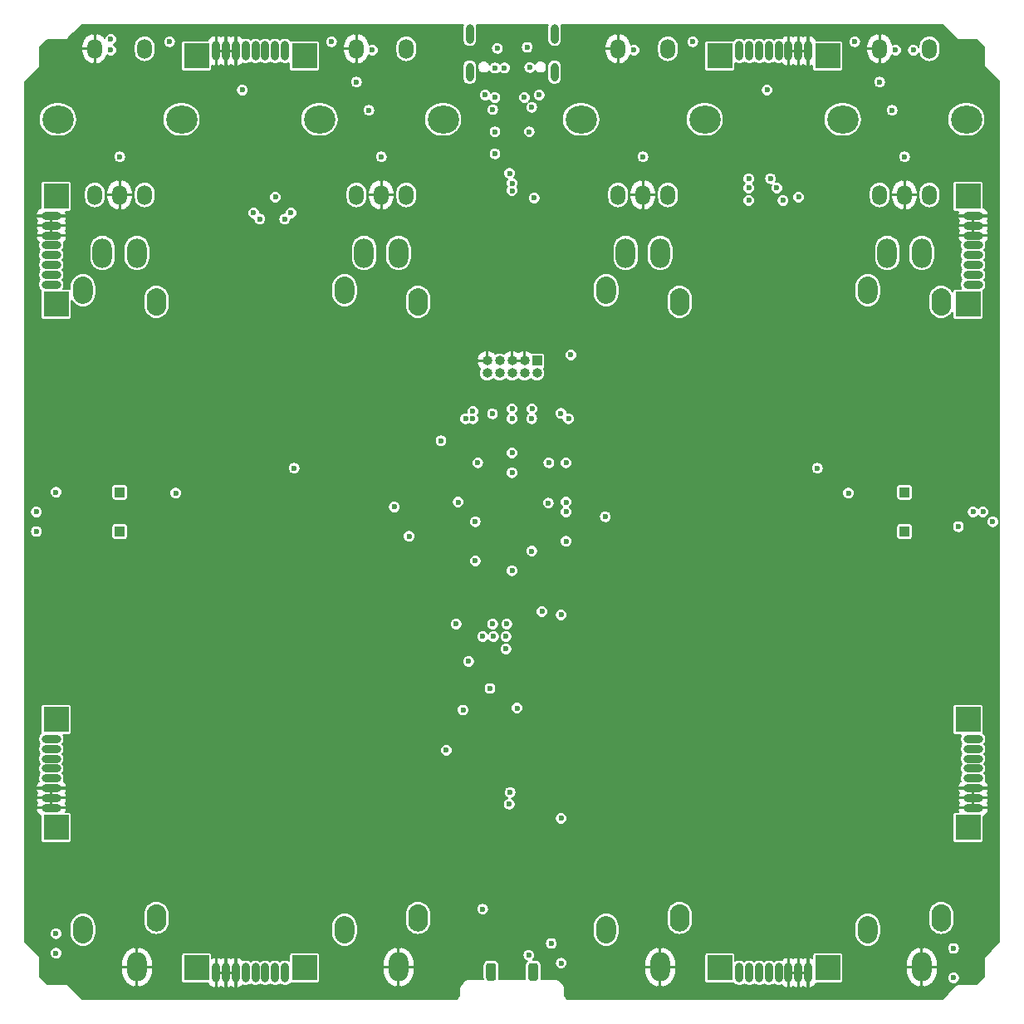
<source format=gbr>
G04 #@! TF.GenerationSoftware,KiCad,Pcbnew,5.1.9+dfsg1-1*
G04 #@! TF.CreationDate,2021-10-27T13:30:11+02:00*
G04 #@! TF.ProjectId,EF44,45463434-2e6b-4696-9361-645f70636258,rev?*
G04 #@! TF.SameCoordinates,Original*
G04 #@! TF.FileFunction,Copper,L2,Inr*
G04 #@! TF.FilePolarity,Positive*
%FSLAX46Y46*%
G04 Gerber Fmt 4.6, Leading zero omitted, Abs format (unit mm)*
G04 Created by KiCad (PCBNEW 5.1.9+dfsg1-1) date 2021-10-27 13:30:11*
%MOMM*%
%LPD*%
G01*
G04 APERTURE LIST*
G04 #@! TA.AperFunction,ComponentPad*
%ADD10O,2.000000X3.000000*%
G04 #@! TD*
G04 #@! TA.AperFunction,ComponentPad*
%ADD11O,1.000000X1.000000*%
G04 #@! TD*
G04 #@! TA.AperFunction,ComponentPad*
%ADD12R,1.000000X1.000000*%
G04 #@! TD*
G04 #@! TA.AperFunction,ComponentPad*
%ADD13O,0.800000X2.000000*%
G04 #@! TD*
G04 #@! TA.AperFunction,ComponentPad*
%ADD14O,0.800000X1.900000*%
G04 #@! TD*
G04 #@! TA.AperFunction,ComponentPad*
%ADD15R,2.500000X2.500000*%
G04 #@! TD*
G04 #@! TA.AperFunction,ComponentPad*
%ADD16O,2.000000X0.800000*%
G04 #@! TD*
G04 #@! TA.AperFunction,ComponentPad*
%ADD17O,1.500000X2.000000*%
G04 #@! TD*
G04 #@! TA.AperFunction,ComponentPad*
%ADD18O,3.200000X2.800000*%
G04 #@! TD*
G04 #@! TA.AperFunction,ViaPad*
%ADD19C,0.600000*%
G04 #@! TD*
G04 #@! TA.AperFunction,Conductor*
%ADD20C,0.152400*%
G04 #@! TD*
G04 #@! TA.AperFunction,Conductor*
%ADD21C,0.100000*%
G04 #@! TD*
G04 APERTURE END LIST*
G04 #@! TA.AperFunction,ComponentPad*
G36*
G01*
X108585000Y-143000000D02*
X108585000Y-142200000D01*
G75*
G02*
X109585000Y-141200000I1000000J0D01*
G01*
X109585000Y-141200000D01*
G75*
G02*
X110585000Y-142200000I0J-1000000D01*
G01*
X110585000Y-143000000D01*
G75*
G02*
X109585000Y-144000000I-1000000J0D01*
G01*
X109585000Y-144000000D01*
G75*
G02*
X108585000Y-143000000I0J1000000D01*
G01*
G37*
G04 #@! TD.AperFunction*
G04 #@! TA.AperFunction,ComponentPad*
G36*
G01*
X116085000Y-141800000D02*
X116085000Y-141000000D01*
G75*
G02*
X117085000Y-140000000I1000000J0D01*
G01*
X117085000Y-140000000D01*
G75*
G02*
X118085000Y-141000000I0J-1000000D01*
G01*
X118085000Y-141800000D01*
G75*
G02*
X117085000Y-142800000I-1000000J0D01*
G01*
X117085000Y-142800000D01*
G75*
G02*
X116085000Y-141800000I0J1000000D01*
G01*
G37*
G04 #@! TD.AperFunction*
G04 #@! TA.AperFunction,ComponentPad*
G36*
G01*
X108585000Y-77800000D02*
X108585000Y-77000000D01*
G75*
G02*
X109585000Y-76000000I1000000J0D01*
G01*
X109585000Y-76000000D01*
G75*
G02*
X110585000Y-77000000I0J-1000000D01*
G01*
X110585000Y-77800000D01*
G75*
G02*
X109585000Y-78800000I-1000000J0D01*
G01*
X109585000Y-78800000D01*
G75*
G02*
X108585000Y-77800000I0J1000000D01*
G01*
G37*
G04 #@! TD.AperFunction*
G04 #@! TA.AperFunction,ComponentPad*
G36*
G01*
X116085000Y-79000000D02*
X116085000Y-78200000D01*
G75*
G02*
X117085000Y-77200000I1000000J0D01*
G01*
X117085000Y-77200000D01*
G75*
G02*
X118085000Y-78200000I0J-1000000D01*
G01*
X118085000Y-79000000D01*
G75*
G02*
X117085000Y-80000000I-1000000J0D01*
G01*
X117085000Y-80000000D01*
G75*
G02*
X116085000Y-79000000I0J1000000D01*
G01*
G37*
G04 #@! TD.AperFunction*
D10*
X115085000Y-146400000D03*
X111585000Y-73600000D03*
X115085000Y-73600000D03*
G04 #@! TA.AperFunction,ComponentPad*
G36*
G01*
X135255000Y-143000000D02*
X135255000Y-142200000D01*
G75*
G02*
X136255000Y-141200000I1000000J0D01*
G01*
X136255000Y-141200000D01*
G75*
G02*
X137255000Y-142200000I0J-1000000D01*
G01*
X137255000Y-143000000D01*
G75*
G02*
X136255000Y-144000000I-1000000J0D01*
G01*
X136255000Y-144000000D01*
G75*
G02*
X135255000Y-143000000I0J1000000D01*
G01*
G37*
G04 #@! TD.AperFunction*
G04 #@! TA.AperFunction,ComponentPad*
G36*
G01*
X142755000Y-141800000D02*
X142755000Y-141000000D01*
G75*
G02*
X143755000Y-140000000I1000000J0D01*
G01*
X143755000Y-140000000D01*
G75*
G02*
X144755000Y-141000000I0J-1000000D01*
G01*
X144755000Y-141800000D01*
G75*
G02*
X143755000Y-142800000I-1000000J0D01*
G01*
X143755000Y-142800000D01*
G75*
G02*
X142755000Y-141800000I0J1000000D01*
G01*
G37*
G04 #@! TD.AperFunction*
G04 #@! TA.AperFunction,ComponentPad*
G36*
G01*
X135255000Y-77800000D02*
X135255000Y-77000000D01*
G75*
G02*
X136255000Y-76000000I1000000J0D01*
G01*
X136255000Y-76000000D01*
G75*
G02*
X137255000Y-77000000I0J-1000000D01*
G01*
X137255000Y-77800000D01*
G75*
G02*
X136255000Y-78800000I-1000000J0D01*
G01*
X136255000Y-78800000D01*
G75*
G02*
X135255000Y-77800000I0J1000000D01*
G01*
G37*
G04 #@! TD.AperFunction*
G04 #@! TA.AperFunction,ComponentPad*
G36*
G01*
X142755000Y-79000000D02*
X142755000Y-78200000D01*
G75*
G02*
X143755000Y-77200000I1000000J0D01*
G01*
X143755000Y-77200000D01*
G75*
G02*
X144755000Y-78200000I0J-1000000D01*
G01*
X144755000Y-79000000D01*
G75*
G02*
X143755000Y-80000000I-1000000J0D01*
G01*
X143755000Y-80000000D01*
G75*
G02*
X142755000Y-79000000I0J1000000D01*
G01*
G37*
G04 #@! TD.AperFunction*
X141755000Y-146400000D03*
X138255000Y-73600000D03*
X141755000Y-73600000D03*
G04 #@! TA.AperFunction,ComponentPad*
G36*
G01*
X81915000Y-143000000D02*
X81915000Y-142200000D01*
G75*
G02*
X82915000Y-141200000I1000000J0D01*
G01*
X82915000Y-141200000D01*
G75*
G02*
X83915000Y-142200000I0J-1000000D01*
G01*
X83915000Y-143000000D01*
G75*
G02*
X82915000Y-144000000I-1000000J0D01*
G01*
X82915000Y-144000000D01*
G75*
G02*
X81915000Y-143000000I0J1000000D01*
G01*
G37*
G04 #@! TD.AperFunction*
G04 #@! TA.AperFunction,ComponentPad*
G36*
G01*
X89415000Y-141800000D02*
X89415000Y-141000000D01*
G75*
G02*
X90415000Y-140000000I1000000J0D01*
G01*
X90415000Y-140000000D01*
G75*
G02*
X91415000Y-141000000I0J-1000000D01*
G01*
X91415000Y-141800000D01*
G75*
G02*
X90415000Y-142800000I-1000000J0D01*
G01*
X90415000Y-142800000D01*
G75*
G02*
X89415000Y-141800000I0J1000000D01*
G01*
G37*
G04 #@! TD.AperFunction*
G04 #@! TA.AperFunction,ComponentPad*
G36*
G01*
X81915000Y-77800000D02*
X81915000Y-77000000D01*
G75*
G02*
X82915000Y-76000000I1000000J0D01*
G01*
X82915000Y-76000000D01*
G75*
G02*
X83915000Y-77000000I0J-1000000D01*
G01*
X83915000Y-77800000D01*
G75*
G02*
X82915000Y-78800000I-1000000J0D01*
G01*
X82915000Y-78800000D01*
G75*
G02*
X81915000Y-77800000I0J1000000D01*
G01*
G37*
G04 #@! TD.AperFunction*
G04 #@! TA.AperFunction,ComponentPad*
G36*
G01*
X89415000Y-79000000D02*
X89415000Y-78200000D01*
G75*
G02*
X90415000Y-77200000I1000000J0D01*
G01*
X90415000Y-77200000D01*
G75*
G02*
X91415000Y-78200000I0J-1000000D01*
G01*
X91415000Y-79000000D01*
G75*
G02*
X90415000Y-80000000I-1000000J0D01*
G01*
X90415000Y-80000000D01*
G75*
G02*
X89415000Y-79000000I0J1000000D01*
G01*
G37*
G04 #@! TD.AperFunction*
X88415000Y-146400000D03*
X84915000Y-73600000D03*
X88415000Y-73600000D03*
G04 #@! TA.AperFunction,ComponentPad*
G36*
G01*
X55245000Y-143000000D02*
X55245000Y-142200000D01*
G75*
G02*
X56245000Y-141200000I1000000J0D01*
G01*
X56245000Y-141200000D01*
G75*
G02*
X57245000Y-142200000I0J-1000000D01*
G01*
X57245000Y-143000000D01*
G75*
G02*
X56245000Y-144000000I-1000000J0D01*
G01*
X56245000Y-144000000D01*
G75*
G02*
X55245000Y-143000000I0J1000000D01*
G01*
G37*
G04 #@! TD.AperFunction*
G04 #@! TA.AperFunction,ComponentPad*
G36*
G01*
X62745000Y-141800000D02*
X62745000Y-141000000D01*
G75*
G02*
X63745000Y-140000000I1000000J0D01*
G01*
X63745000Y-140000000D01*
G75*
G02*
X64745000Y-141000000I0J-1000000D01*
G01*
X64745000Y-141800000D01*
G75*
G02*
X63745000Y-142800000I-1000000J0D01*
G01*
X63745000Y-142800000D01*
G75*
G02*
X62745000Y-141800000I0J1000000D01*
G01*
G37*
G04 #@! TD.AperFunction*
G04 #@! TA.AperFunction,ComponentPad*
G36*
G01*
X55245000Y-77800000D02*
X55245000Y-77000000D01*
G75*
G02*
X56245000Y-76000000I1000000J0D01*
G01*
X56245000Y-76000000D01*
G75*
G02*
X57245000Y-77000000I0J-1000000D01*
G01*
X57245000Y-77800000D01*
G75*
G02*
X56245000Y-78800000I-1000000J0D01*
G01*
X56245000Y-78800000D01*
G75*
G02*
X55245000Y-77800000I0J1000000D01*
G01*
G37*
G04 #@! TD.AperFunction*
G04 #@! TA.AperFunction,ComponentPad*
G36*
G01*
X62745000Y-79000000D02*
X62745000Y-78200000D01*
G75*
G02*
X63745000Y-77200000I1000000J0D01*
G01*
X63745000Y-77200000D01*
G75*
G02*
X64745000Y-78200000I0J-1000000D01*
G01*
X64745000Y-79000000D01*
G75*
G02*
X63745000Y-80000000I-1000000J0D01*
G01*
X63745000Y-80000000D01*
G75*
G02*
X62745000Y-79000000I0J1000000D01*
G01*
G37*
G04 #@! TD.AperFunction*
X61745000Y-146400000D03*
X58245000Y-73600000D03*
X61745000Y-73600000D03*
D11*
X97460000Y-85870000D03*
X97460000Y-84600000D03*
X98730000Y-85870000D03*
X98730000Y-84600000D03*
X100000000Y-85870000D03*
X100000000Y-84600000D03*
X101270000Y-85870000D03*
X101270000Y-84600000D03*
X102540000Y-85870000D03*
D12*
X102540000Y-84600000D03*
D13*
X104320000Y-51250000D03*
X95680000Y-51250000D03*
D14*
X95680000Y-55180000D03*
X104320000Y-55180000D03*
D15*
X67830000Y-53510000D03*
X78830000Y-53510000D03*
D13*
X76830000Y-53010000D03*
X75830000Y-53010000D03*
X74830000Y-53010000D03*
X73830000Y-53010000D03*
X72830000Y-53010000D03*
X71830000Y-53010000D03*
X70830000Y-53010000D03*
X69830000Y-53010000D03*
G04 #@! TA.AperFunction,ComponentPad*
G36*
G01*
X98100000Y-147800000D02*
X97600000Y-147800000D01*
G75*
G02*
X97350000Y-147550000I0J250000D01*
G01*
X97350000Y-146250000D01*
G75*
G02*
X97600000Y-146000000I250000J0D01*
G01*
X98100000Y-146000000D01*
G75*
G02*
X98350000Y-146250000I0J-250000D01*
G01*
X98350000Y-147550000D01*
G75*
G02*
X98100000Y-147800000I-250000J0D01*
G01*
G37*
G04 #@! TD.AperFunction*
G04 #@! TA.AperFunction,ComponentPad*
G36*
G01*
X102400000Y-147800000D02*
X101900000Y-147800000D01*
G75*
G02*
X101650000Y-147550000I0J250000D01*
G01*
X101650000Y-146250000D01*
G75*
G02*
X101900000Y-146000000I250000J0D01*
G01*
X102400000Y-146000000D01*
G75*
G02*
X102650000Y-146250000I0J-250000D01*
G01*
X102650000Y-147550000D01*
G75*
G02*
X102400000Y-147800000I-250000J0D01*
G01*
G37*
G04 #@! TD.AperFunction*
D12*
X140000000Y-102000000D03*
X60000000Y-102000000D03*
X140000000Y-98000000D03*
X60000000Y-98000000D03*
D15*
X132170000Y-146490000D03*
X121170000Y-146490000D03*
D13*
X123170000Y-146990000D03*
X124170000Y-146990000D03*
X125170000Y-146990000D03*
X126170000Y-146990000D03*
X127170000Y-146990000D03*
X128170000Y-146990000D03*
X129170000Y-146990000D03*
X130170000Y-146990000D03*
D15*
X78830000Y-146490000D03*
X67830000Y-146490000D03*
D13*
X69830000Y-146990000D03*
X70830000Y-146990000D03*
X71830000Y-146990000D03*
X72830000Y-146990000D03*
X73830000Y-146990000D03*
X74830000Y-146990000D03*
X75830000Y-146990000D03*
X76830000Y-146990000D03*
D15*
X146490000Y-121170000D03*
X146490000Y-132170000D03*
D16*
X146990000Y-130170000D03*
X146990000Y-129170000D03*
X146990000Y-128170000D03*
X146990000Y-127170000D03*
X146990000Y-126170000D03*
X146990000Y-125170000D03*
X146990000Y-124170000D03*
X146990000Y-123170000D03*
D15*
X146490000Y-67830000D03*
X146490000Y-78830000D03*
D16*
X146990000Y-76830000D03*
X146990000Y-75830000D03*
X146990000Y-74830000D03*
X146990000Y-73830000D03*
X146990000Y-72830000D03*
X146990000Y-71830000D03*
X146990000Y-70830000D03*
X146990000Y-69830000D03*
D15*
X121170000Y-53510000D03*
X132170000Y-53510000D03*
D13*
X130170000Y-53010000D03*
X129170000Y-53010000D03*
X128170000Y-53010000D03*
X127170000Y-53010000D03*
X126170000Y-53010000D03*
X125170000Y-53010000D03*
X124170000Y-53010000D03*
X123170000Y-53010000D03*
D15*
X53510000Y-132170000D03*
X53510000Y-121170000D03*
D16*
X53010000Y-123170000D03*
X53010000Y-124170000D03*
X53010000Y-125170000D03*
X53010000Y-126170000D03*
X53010000Y-127170000D03*
X53010000Y-128170000D03*
X53010000Y-129170000D03*
X53010000Y-130170000D03*
D15*
X53510000Y-78830000D03*
X53510000Y-67830000D03*
D16*
X53010000Y-69830000D03*
X53010000Y-70830000D03*
X53010000Y-71830000D03*
X53010000Y-72830000D03*
X53010000Y-73830000D03*
X53010000Y-74830000D03*
X53010000Y-75830000D03*
X53010000Y-76830000D03*
D17*
X142545000Y-52795000D03*
X137465000Y-52795000D03*
D18*
X146305000Y-59995000D03*
X133705000Y-59995000D03*
D17*
X142545000Y-67695000D03*
X140005000Y-67695000D03*
X137465000Y-67695000D03*
X115875000Y-52795000D03*
X110795000Y-52795000D03*
D18*
X119635000Y-59995000D03*
X107035000Y-59995000D03*
D17*
X115875000Y-67695000D03*
X113335000Y-67695000D03*
X110795000Y-67695000D03*
X89205000Y-52795000D03*
X84125000Y-52795000D03*
D18*
X92965000Y-59995000D03*
X80365000Y-59995000D03*
D17*
X89205000Y-67695000D03*
X86665000Y-67695000D03*
X84125000Y-67695000D03*
X62535000Y-52795000D03*
X57455000Y-52795000D03*
D18*
X66295000Y-59995000D03*
X53695000Y-59995000D03*
D17*
X62535000Y-67695000D03*
X59995000Y-67695000D03*
X57455000Y-67695000D03*
D19*
X129145000Y-61900000D03*
X103600000Y-115240000D03*
X98300000Y-145200000D03*
X129210000Y-66042500D03*
X129145000Y-64440000D03*
X65075000Y-53947500D03*
X81585000Y-53947500D03*
X118415000Y-53947500D03*
X134925000Y-53947500D03*
X75870000Y-66042500D03*
X60895000Y-51825000D03*
X87565028Y-51825000D03*
X114234999Y-51824999D03*
X140905000Y-51825000D03*
X95700000Y-56700000D03*
X104300000Y-56700000D03*
X93400000Y-122900000D03*
X96250000Y-57500000D03*
X103750000Y-57500000D03*
X124195000Y-58090000D03*
X124195000Y-56820000D03*
X98000000Y-99000000D03*
X102000000Y-99000000D03*
X102000000Y-95000000D03*
X100000000Y-95000000D03*
X105500000Y-97000000D03*
X105500000Y-105000000D03*
X105500000Y-101000000D03*
X98000000Y-105000000D03*
X94500000Y-105000000D03*
X94500000Y-97000000D03*
X105500000Y-94000000D03*
X102250000Y-118000000D03*
X96000000Y-120500000D03*
X104250000Y-122250000D03*
X103000000Y-63000000D03*
X98027010Y-59750000D03*
X97500000Y-65500000D03*
X95750000Y-53527000D03*
X99947716Y-52697716D03*
X72060000Y-93650000D03*
X74600000Y-93650000D03*
X125400000Y-93650000D03*
X127940000Y-93650000D03*
X70155000Y-95555000D03*
X68885000Y-95555000D03*
X65710000Y-101905000D03*
X68885000Y-104445000D03*
X70155000Y-104445000D03*
X71425000Y-104445000D03*
X122225000Y-95555000D03*
X123495000Y-95555000D03*
X122225000Y-104445000D03*
X123495000Y-104445000D03*
X124765000Y-104445000D03*
X134290000Y-101905000D03*
X59995000Y-56185000D03*
X113335000Y-56185000D03*
X142545000Y-56185000D03*
X89205000Y-56185000D03*
X72695000Y-58090000D03*
X68885000Y-63170000D03*
X77775000Y-61265000D03*
X104500000Y-124750000D03*
X104495000Y-123495000D03*
X105000000Y-127000000D03*
X97000000Y-140500000D03*
X75870000Y-67917500D03*
X129210000Y-67917500D03*
X126000000Y-57000000D03*
X72500000Y-57000000D03*
X102000000Y-104000008D03*
X65710000Y-98095000D03*
X77775000Y-95555000D03*
X131115000Y-95555000D03*
X134290000Y-98095000D03*
X59995000Y-63805000D03*
X113335000Y-63805000D03*
X140005000Y-63805000D03*
X86665000Y-63805000D03*
X98005000Y-111430000D03*
X94285000Y-111430000D03*
X95000000Y-120200000D03*
X105500000Y-95000000D03*
X105500000Y-103000000D03*
X105500000Y-99000000D03*
X100000000Y-106000000D03*
X96250000Y-101000000D03*
X96250000Y-105000000D03*
X100000000Y-96000000D03*
X104972999Y-89972995D03*
X98000000Y-90000000D03*
X97750000Y-118000000D03*
X105000000Y-131250000D03*
X100000000Y-67250000D03*
X106000000Y-84000000D03*
X100000000Y-94000000D03*
X140905000Y-52925034D03*
X98500002Y-52750000D03*
X99221400Y-54750000D03*
X101542430Y-52637521D03*
X100000000Y-90500010D03*
X101999998Y-90500000D03*
X102027010Y-89500000D03*
X100000000Y-89500006D03*
X96000000Y-89750000D03*
X145000000Y-147500000D03*
X145000024Y-144500000D03*
X105000000Y-146000000D03*
X104000000Y-144000000D03*
X53500000Y-145000000D03*
X53500012Y-143000000D03*
X98250000Y-54750000D03*
X101800000Y-54700000D03*
X97250000Y-57500000D03*
X102750000Y-57500000D03*
X96500000Y-95000000D03*
X105500000Y-100000000D03*
X92750000Y-92750000D03*
X102000000Y-58750000D03*
X98250000Y-63500000D03*
X51500018Y-102000018D03*
X51500000Y-100000000D03*
X53500000Y-98000000D03*
X149000000Y-101000000D03*
X148000000Y-100000018D03*
X103049989Y-110160000D03*
X105000000Y-110500000D03*
X147000000Y-100000000D03*
X145500000Y-101500000D03*
X103700000Y-99100000D03*
X99455010Y-111430000D03*
X98095000Y-112700000D03*
X97000000Y-112700000D03*
X99365000Y-112700000D03*
X99365000Y-113970000D03*
X95555016Y-115240000D03*
X94500000Y-99000000D03*
X101700000Y-145200000D03*
X96000000Y-90499990D03*
X99700000Y-129800000D03*
X99800000Y-128600000D03*
X100500000Y-120000000D03*
X59095000Y-51824980D03*
X95250000Y-90500000D03*
X84125000Y-56185000D03*
X85395000Y-59057510D03*
X137465000Y-56185000D03*
X138735000Y-59057484D03*
X126352500Y-66027508D03*
X124130000Y-66027500D03*
X124130000Y-66980004D03*
X73647500Y-69520000D03*
X77457500Y-69520000D03*
X126987500Y-66980006D03*
X124130000Y-68250000D03*
X127622486Y-68249986D03*
X76822500Y-70154996D03*
X74282500Y-70155000D03*
X98250000Y-61250000D03*
X98250000Y-57750000D03*
X101750000Y-61250000D03*
X98027010Y-59000000D03*
X101250000Y-57750000D03*
X102250000Y-68000000D03*
X99745305Y-65500000D03*
X65075000Y-52072500D03*
X81585000Y-52072500D03*
X118415000Y-52072500D03*
X134925000Y-52072500D03*
X59095000Y-52925000D03*
X85765002Y-52925000D03*
X112435002Y-52925000D03*
X139105002Y-52925000D03*
X103750000Y-95000000D03*
X105750000Y-90500000D03*
X100000000Y-66500000D03*
X93300000Y-124300000D03*
X109500000Y-100500000D03*
X89500000Y-102500000D03*
X88000000Y-99500000D03*
D20*
X95002120Y-50369213D02*
X94960366Y-50506856D01*
X94949801Y-50614128D01*
X94949800Y-51885871D01*
X94960365Y-51993143D01*
X95002119Y-52130786D01*
X95069923Y-52257639D01*
X95161172Y-52368827D01*
X95272360Y-52460077D01*
X95399213Y-52527881D01*
X95536856Y-52569635D01*
X95680000Y-52583733D01*
X95823143Y-52569635D01*
X95960786Y-52527881D01*
X96087639Y-52460077D01*
X96198827Y-52368828D01*
X96290077Y-52257640D01*
X96357881Y-52130787D01*
X96399635Y-51993144D01*
X96410200Y-51885872D01*
X96410200Y-50614128D01*
X96399635Y-50506856D01*
X96357881Y-50369213D01*
X96350391Y-50355200D01*
X103649610Y-50355200D01*
X103642120Y-50369213D01*
X103600366Y-50506856D01*
X103589801Y-50614128D01*
X103589800Y-51885871D01*
X103600365Y-51993143D01*
X103642119Y-52130786D01*
X103709923Y-52257639D01*
X103801172Y-52368827D01*
X103912360Y-52460077D01*
X104039213Y-52527881D01*
X104176856Y-52569635D01*
X104320000Y-52583733D01*
X104463143Y-52569635D01*
X104600786Y-52527881D01*
X104663799Y-52494200D01*
X109460800Y-52494200D01*
X109460800Y-52744200D01*
X110744200Y-52744200D01*
X110744200Y-51357936D01*
X110845800Y-51357936D01*
X110845800Y-52744200D01*
X110865800Y-52744200D01*
X110865800Y-52845800D01*
X110845800Y-52845800D01*
X110845800Y-54232064D01*
X111053738Y-54353872D01*
X111258643Y-54297080D01*
X111494003Y-54182569D01*
X111702501Y-54024342D01*
X111876124Y-53828480D01*
X112008200Y-53602509D01*
X112065662Y-53436150D01*
X112136490Y-53483476D01*
X112251180Y-53530982D01*
X112372933Y-53555200D01*
X112497071Y-53555200D01*
X112618824Y-53530982D01*
X112733514Y-53483476D01*
X112836731Y-53414508D01*
X112924510Y-53326729D01*
X112993478Y-53223512D01*
X113040984Y-53108822D01*
X113065202Y-52987069D01*
X113065202Y-52862931D01*
X113040984Y-52741178D01*
X112993478Y-52626488D01*
X112924510Y-52523271D01*
X112893178Y-52491939D01*
X114794800Y-52491939D01*
X114794800Y-53098060D01*
X114810430Y-53256755D01*
X114872197Y-53460374D01*
X114972501Y-53648030D01*
X115107488Y-53812512D01*
X115271970Y-53947499D01*
X115459625Y-54047803D01*
X115663244Y-54109570D01*
X115875000Y-54130426D01*
X116086755Y-54109570D01*
X116290374Y-54047803D01*
X116478030Y-53947499D01*
X116642512Y-53812512D01*
X116777499Y-53648030D01*
X116877803Y-53460375D01*
X116939570Y-53256756D01*
X116955200Y-53098061D01*
X116955200Y-52491940D01*
X116939570Y-52333245D01*
X116877803Y-52129626D01*
X116814093Y-52010431D01*
X117784800Y-52010431D01*
X117784800Y-52134569D01*
X117809018Y-52256322D01*
X117856524Y-52371012D01*
X117925492Y-52474229D01*
X118013271Y-52562008D01*
X118116488Y-52630976D01*
X118231178Y-52678482D01*
X118352931Y-52702700D01*
X118477069Y-52702700D01*
X118598822Y-52678482D01*
X118713512Y-52630976D01*
X118816729Y-52562008D01*
X118904508Y-52474229D01*
X118973476Y-52371012D01*
X119019458Y-52260000D01*
X119588203Y-52260000D01*
X119588203Y-54760000D01*
X119594578Y-54824730D01*
X119613460Y-54886973D01*
X119644121Y-54944337D01*
X119685384Y-54994616D01*
X119735663Y-55035879D01*
X119793027Y-55066540D01*
X119855270Y-55085422D01*
X119920000Y-55091797D01*
X122420000Y-55091797D01*
X122484730Y-55085422D01*
X122546973Y-55066540D01*
X122604337Y-55035879D01*
X122654616Y-54994616D01*
X122695879Y-54944337D01*
X122726540Y-54886973D01*
X122745422Y-54824730D01*
X122751797Y-54760000D01*
X122751797Y-54211407D01*
X122762361Y-54220077D01*
X122889214Y-54287881D01*
X123026857Y-54329635D01*
X123170000Y-54343733D01*
X123313144Y-54329635D01*
X123450787Y-54287881D01*
X123577640Y-54220077D01*
X123670001Y-54144279D01*
X123762361Y-54220077D01*
X123889214Y-54287881D01*
X124026857Y-54329635D01*
X124170000Y-54343733D01*
X124313144Y-54329635D01*
X124450787Y-54287881D01*
X124577640Y-54220077D01*
X124670001Y-54144279D01*
X124762361Y-54220077D01*
X124889214Y-54287881D01*
X125026857Y-54329635D01*
X125170000Y-54343733D01*
X125313144Y-54329635D01*
X125450787Y-54287881D01*
X125577640Y-54220077D01*
X125670001Y-54144279D01*
X125762361Y-54220077D01*
X125889214Y-54287881D01*
X126026857Y-54329635D01*
X126170000Y-54343733D01*
X126313144Y-54329635D01*
X126450787Y-54287881D01*
X126577640Y-54220077D01*
X126670001Y-54144279D01*
X126762361Y-54220077D01*
X126889214Y-54287881D01*
X127026857Y-54329635D01*
X127170000Y-54343733D01*
X127313144Y-54329635D01*
X127450787Y-54287881D01*
X127457536Y-54284274D01*
X127509986Y-54341856D01*
X127665446Y-54456556D01*
X127840296Y-54538723D01*
X127966068Y-54572840D01*
X128119200Y-54446609D01*
X128119200Y-53060800D01*
X128185800Y-53060800D01*
X128185800Y-53660800D01*
X128214622Y-53851832D01*
X128220800Y-53868964D01*
X128220800Y-54446609D01*
X128373932Y-54572840D01*
X128499704Y-54538723D01*
X128670000Y-54458696D01*
X128840296Y-54538723D01*
X128966068Y-54572840D01*
X129119200Y-54446609D01*
X129119200Y-53868964D01*
X129125378Y-53851832D01*
X129154200Y-53660800D01*
X129154200Y-53060800D01*
X129185800Y-53060800D01*
X129185800Y-53660800D01*
X129214622Y-53851832D01*
X129220800Y-53868964D01*
X129220800Y-54446609D01*
X129373932Y-54572840D01*
X129499704Y-54538723D01*
X129670000Y-54458696D01*
X129840296Y-54538723D01*
X129966068Y-54572840D01*
X130119200Y-54446609D01*
X130119200Y-53868964D01*
X130125378Y-53851832D01*
X130154200Y-53660800D01*
X130154200Y-53060800D01*
X129185800Y-53060800D01*
X129154200Y-53060800D01*
X128185800Y-53060800D01*
X128119200Y-53060800D01*
X128099200Y-53060800D01*
X128099200Y-52959200D01*
X128119200Y-52959200D01*
X128119200Y-52359200D01*
X128185800Y-52359200D01*
X128185800Y-52959200D01*
X129154200Y-52959200D01*
X129154200Y-52359200D01*
X129185800Y-52359200D01*
X129185800Y-52959200D01*
X130154200Y-52959200D01*
X130154200Y-52359200D01*
X130125378Y-52168168D01*
X130119200Y-52151036D01*
X130119200Y-51573391D01*
X130220800Y-51573391D01*
X130220800Y-52959200D01*
X130240800Y-52959200D01*
X130240800Y-53060800D01*
X130220800Y-53060800D01*
X130220800Y-54446609D01*
X130373932Y-54572840D01*
X130499704Y-54538723D01*
X130588203Y-54497135D01*
X130588203Y-54760000D01*
X130594578Y-54824730D01*
X130613460Y-54886973D01*
X130644121Y-54944337D01*
X130685384Y-54994616D01*
X130735663Y-55035879D01*
X130793027Y-55066540D01*
X130855270Y-55085422D01*
X130920000Y-55091797D01*
X133420000Y-55091797D01*
X133484730Y-55085422D01*
X133546973Y-55066540D01*
X133604337Y-55035879D01*
X133654616Y-54994616D01*
X133695879Y-54944337D01*
X133726540Y-54886973D01*
X133745422Y-54824730D01*
X133751797Y-54760000D01*
X133751797Y-52845800D01*
X136130800Y-52845800D01*
X136130800Y-53095800D01*
X136166347Y-53355113D01*
X136251800Y-53602509D01*
X136383876Y-53828480D01*
X136557499Y-54024342D01*
X136765997Y-54182569D01*
X137001357Y-54297080D01*
X137206262Y-54353872D01*
X137414200Y-54232064D01*
X137414200Y-52845800D01*
X136130800Y-52845800D01*
X133751797Y-52845800D01*
X133751797Y-52260000D01*
X133745422Y-52195270D01*
X133726540Y-52133027D01*
X133695879Y-52075663D01*
X133654616Y-52025384D01*
X133636396Y-52010431D01*
X134294800Y-52010431D01*
X134294800Y-52134569D01*
X134319018Y-52256322D01*
X134366524Y-52371012D01*
X134435492Y-52474229D01*
X134523271Y-52562008D01*
X134626488Y-52630976D01*
X134741178Y-52678482D01*
X134862931Y-52702700D01*
X134987069Y-52702700D01*
X135108822Y-52678482D01*
X135223512Y-52630976D01*
X135326729Y-52562008D01*
X135394537Y-52494200D01*
X136130800Y-52494200D01*
X136130800Y-52744200D01*
X137414200Y-52744200D01*
X137414200Y-51357936D01*
X137515800Y-51357936D01*
X137515800Y-52744200D01*
X137535800Y-52744200D01*
X137535800Y-52845800D01*
X137515800Y-52845800D01*
X137515800Y-54232064D01*
X137723738Y-54353872D01*
X137928643Y-54297080D01*
X138164003Y-54182569D01*
X138372501Y-54024342D01*
X138546124Y-53828480D01*
X138678200Y-53602509D01*
X138735662Y-53436150D01*
X138806490Y-53483476D01*
X138921180Y-53530982D01*
X139042933Y-53555200D01*
X139167071Y-53555200D01*
X139288824Y-53530982D01*
X139403514Y-53483476D01*
X139506731Y-53414508D01*
X139594510Y-53326729D01*
X139663478Y-53223512D01*
X139710984Y-53108822D01*
X139735202Y-52987069D01*
X139735202Y-52862965D01*
X140274800Y-52862965D01*
X140274800Y-52987103D01*
X140299018Y-53108856D01*
X140346524Y-53223546D01*
X140415492Y-53326763D01*
X140503271Y-53414542D01*
X140606488Y-53483510D01*
X140721178Y-53531016D01*
X140842931Y-53555234D01*
X140967069Y-53555234D01*
X141088822Y-53531016D01*
X141203512Y-53483510D01*
X141306729Y-53414542D01*
X141394508Y-53326763D01*
X141463476Y-53223546D01*
X141474531Y-53196858D01*
X141480430Y-53256755D01*
X141542197Y-53460374D01*
X141642501Y-53648030D01*
X141777488Y-53812512D01*
X141941970Y-53947499D01*
X142129625Y-54047803D01*
X142333244Y-54109570D01*
X142545000Y-54130426D01*
X142756755Y-54109570D01*
X142960374Y-54047803D01*
X143148030Y-53947499D01*
X143312512Y-53812512D01*
X143447499Y-53648030D01*
X143547803Y-53460375D01*
X143609570Y-53256756D01*
X143625200Y-53098061D01*
X143625200Y-52491940D01*
X143609570Y-52333245D01*
X143547803Y-52129626D01*
X143447499Y-51941970D01*
X143312512Y-51777488D01*
X143148030Y-51642501D01*
X142960375Y-51542197D01*
X142756756Y-51480430D01*
X142545000Y-51459574D01*
X142333245Y-51480430D01*
X142129626Y-51542197D01*
X141941971Y-51642501D01*
X141777489Y-51777488D01*
X141642502Y-51941970D01*
X141542197Y-52129625D01*
X141480430Y-52333244D01*
X141464800Y-52491939D01*
X141464800Y-52629718D01*
X141463476Y-52626522D01*
X141394508Y-52523305D01*
X141306729Y-52435526D01*
X141203512Y-52366558D01*
X141088822Y-52319052D01*
X140967069Y-52294834D01*
X140842931Y-52294834D01*
X140721178Y-52319052D01*
X140606488Y-52366558D01*
X140503271Y-52435526D01*
X140415492Y-52523305D01*
X140346524Y-52626522D01*
X140299018Y-52741212D01*
X140274800Y-52862965D01*
X139735202Y-52862965D01*
X139735202Y-52862931D01*
X139710984Y-52741178D01*
X139663478Y-52626488D01*
X139594510Y-52523271D01*
X139506731Y-52435492D01*
X139403514Y-52366524D01*
X139288824Y-52319018D01*
X139167071Y-52294800D01*
X139042933Y-52294800D01*
X138921180Y-52319018D01*
X138806490Y-52366524D01*
X138783778Y-52381700D01*
X138763653Y-52234887D01*
X138678200Y-51987491D01*
X138546124Y-51761520D01*
X138372501Y-51565658D01*
X138164003Y-51407431D01*
X137928643Y-51292920D01*
X137723738Y-51236128D01*
X137515800Y-51357936D01*
X137414200Y-51357936D01*
X137206262Y-51236128D01*
X137001357Y-51292920D01*
X136765997Y-51407431D01*
X136557499Y-51565658D01*
X136383876Y-51761520D01*
X136251800Y-51987491D01*
X136166347Y-52234887D01*
X136130800Y-52494200D01*
X135394537Y-52494200D01*
X135414508Y-52474229D01*
X135483476Y-52371012D01*
X135530982Y-52256322D01*
X135555200Y-52134569D01*
X135555200Y-52010431D01*
X135530982Y-51888678D01*
X135483476Y-51773988D01*
X135414508Y-51670771D01*
X135326729Y-51582992D01*
X135223512Y-51514024D01*
X135108822Y-51466518D01*
X134987069Y-51442300D01*
X134862931Y-51442300D01*
X134741178Y-51466518D01*
X134626488Y-51514024D01*
X134523271Y-51582992D01*
X134435492Y-51670771D01*
X134366524Y-51773988D01*
X134319018Y-51888678D01*
X134294800Y-52010431D01*
X133636396Y-52010431D01*
X133604337Y-51984121D01*
X133546973Y-51953460D01*
X133484730Y-51934578D01*
X133420000Y-51928203D01*
X131024746Y-51928203D01*
X130960110Y-51820969D01*
X130830014Y-51678144D01*
X130674554Y-51563444D01*
X130499704Y-51481277D01*
X130373932Y-51447160D01*
X130220800Y-51573391D01*
X130119200Y-51573391D01*
X129966068Y-51447160D01*
X129840296Y-51481277D01*
X129670000Y-51561304D01*
X129499704Y-51481277D01*
X129373932Y-51447160D01*
X129220800Y-51573391D01*
X129220800Y-52151036D01*
X129214622Y-52168168D01*
X129185800Y-52359200D01*
X129154200Y-52359200D01*
X129125378Y-52168168D01*
X129119200Y-52151036D01*
X129119200Y-51573391D01*
X128966068Y-51447160D01*
X128840296Y-51481277D01*
X128670000Y-51561304D01*
X128499704Y-51481277D01*
X128373932Y-51447160D01*
X128220800Y-51573391D01*
X128220800Y-52151036D01*
X128214622Y-52168168D01*
X128185800Y-52359200D01*
X128119200Y-52359200D01*
X128119200Y-51573391D01*
X127966068Y-51447160D01*
X127840296Y-51481277D01*
X127665446Y-51563444D01*
X127509986Y-51678144D01*
X127457535Y-51735727D01*
X127450786Y-51732119D01*
X127313143Y-51690365D01*
X127170000Y-51676267D01*
X127026856Y-51690365D01*
X126889213Y-51732119D01*
X126762360Y-51799923D01*
X126670000Y-51875721D01*
X126577639Y-51799923D01*
X126450786Y-51732119D01*
X126313143Y-51690365D01*
X126170000Y-51676267D01*
X126026856Y-51690365D01*
X125889213Y-51732119D01*
X125762360Y-51799923D01*
X125670000Y-51875721D01*
X125577639Y-51799923D01*
X125450786Y-51732119D01*
X125313143Y-51690365D01*
X125170000Y-51676267D01*
X125026856Y-51690365D01*
X124889213Y-51732119D01*
X124762360Y-51799923D01*
X124670000Y-51875721D01*
X124577639Y-51799923D01*
X124450786Y-51732119D01*
X124313143Y-51690365D01*
X124170000Y-51676267D01*
X124026856Y-51690365D01*
X123889213Y-51732119D01*
X123762360Y-51799923D01*
X123670000Y-51875721D01*
X123577639Y-51799923D01*
X123450786Y-51732119D01*
X123313143Y-51690365D01*
X123170000Y-51676267D01*
X123026856Y-51690365D01*
X122889213Y-51732119D01*
X122762360Y-51799923D01*
X122651172Y-51891173D01*
X122583870Y-51973181D01*
X122546973Y-51953460D01*
X122484730Y-51934578D01*
X122420000Y-51928203D01*
X119920000Y-51928203D01*
X119855270Y-51934578D01*
X119793027Y-51953460D01*
X119735663Y-51984121D01*
X119685384Y-52025384D01*
X119644121Y-52075663D01*
X119613460Y-52133027D01*
X119594578Y-52195270D01*
X119588203Y-52260000D01*
X119019458Y-52260000D01*
X119020982Y-52256322D01*
X119045200Y-52134569D01*
X119045200Y-52010431D01*
X119020982Y-51888678D01*
X118973476Y-51773988D01*
X118904508Y-51670771D01*
X118816729Y-51582992D01*
X118713512Y-51514024D01*
X118598822Y-51466518D01*
X118477069Y-51442300D01*
X118352931Y-51442300D01*
X118231178Y-51466518D01*
X118116488Y-51514024D01*
X118013271Y-51582992D01*
X117925492Y-51670771D01*
X117856524Y-51773988D01*
X117809018Y-51888678D01*
X117784800Y-52010431D01*
X116814093Y-52010431D01*
X116777499Y-51941970D01*
X116642512Y-51777488D01*
X116478030Y-51642501D01*
X116290375Y-51542197D01*
X116086756Y-51480430D01*
X115875000Y-51459574D01*
X115663245Y-51480430D01*
X115459626Y-51542197D01*
X115271971Y-51642501D01*
X115107489Y-51777488D01*
X114972502Y-51941970D01*
X114872197Y-52129625D01*
X114810430Y-52333244D01*
X114794800Y-52491939D01*
X112893178Y-52491939D01*
X112836731Y-52435492D01*
X112733514Y-52366524D01*
X112618824Y-52319018D01*
X112497071Y-52294800D01*
X112372933Y-52294800D01*
X112251180Y-52319018D01*
X112136490Y-52366524D01*
X112113778Y-52381700D01*
X112093653Y-52234887D01*
X112008200Y-51987491D01*
X111876124Y-51761520D01*
X111702501Y-51565658D01*
X111494003Y-51407431D01*
X111258643Y-51292920D01*
X111053738Y-51236128D01*
X110845800Y-51357936D01*
X110744200Y-51357936D01*
X110536262Y-51236128D01*
X110331357Y-51292920D01*
X110095997Y-51407431D01*
X109887499Y-51565658D01*
X109713876Y-51761520D01*
X109581800Y-51987491D01*
X109496347Y-52234887D01*
X109460800Y-52494200D01*
X104663799Y-52494200D01*
X104727639Y-52460077D01*
X104838827Y-52368828D01*
X104930077Y-52257640D01*
X104997881Y-52130787D01*
X105039635Y-51993144D01*
X105050200Y-51885872D01*
X105050200Y-50614128D01*
X105039635Y-50506856D01*
X104997881Y-50369213D01*
X104990391Y-50355200D01*
X143852872Y-50355200D01*
X145236505Y-51738834D01*
X145247621Y-51752379D01*
X145261166Y-51763495D01*
X145261169Y-51763498D01*
X145301706Y-51796766D01*
X145346987Y-51820969D01*
X145363413Y-51829749D01*
X145430369Y-51850060D01*
X145482557Y-51855200D01*
X145482566Y-51855200D01*
X145499999Y-51856917D01*
X145517432Y-51855200D01*
X147352872Y-51855200D01*
X148144800Y-52647128D01*
X148144801Y-54482557D01*
X148143083Y-54500000D01*
X148144801Y-54517442D01*
X148144801Y-54517443D01*
X148149941Y-54569631D01*
X148154745Y-54585468D01*
X148170251Y-54636586D01*
X148203234Y-54698293D01*
X148236502Y-54738830D01*
X148236506Y-54738834D01*
X148247622Y-54752379D01*
X148261167Y-54763495D01*
X149644800Y-56147129D01*
X149644801Y-143852870D01*
X148261168Y-145236504D01*
X148247621Y-145247622D01*
X148236505Y-145261167D01*
X148236502Y-145261170D01*
X148203234Y-145301707D01*
X148170252Y-145363413D01*
X148170251Y-145363414D01*
X148149940Y-145430370D01*
X148144800Y-145482558D01*
X148144800Y-145482567D01*
X148143083Y-145500000D01*
X148144800Y-145517433D01*
X148144801Y-147352871D01*
X147352872Y-148144800D01*
X145517432Y-148144800D01*
X145499999Y-148143083D01*
X145482566Y-148144800D01*
X145482557Y-148144800D01*
X145430369Y-148149940D01*
X145363413Y-148170251D01*
X145301706Y-148203234D01*
X145261169Y-148236502D01*
X145261166Y-148236505D01*
X145247621Y-148247621D01*
X145236505Y-148261166D01*
X143852872Y-149644800D01*
X105647129Y-149644800D01*
X105355200Y-149352872D01*
X105355200Y-148517433D01*
X105356917Y-148500000D01*
X105355200Y-148482567D01*
X105355200Y-148482557D01*
X105350060Y-148430369D01*
X105329749Y-148363413D01*
X105311755Y-148329749D01*
X105296766Y-148301706D01*
X105263498Y-148261169D01*
X105263495Y-148261166D01*
X105252379Y-148247621D01*
X105238834Y-148236505D01*
X104763500Y-147761172D01*
X104752379Y-147747621D01*
X104698293Y-147703234D01*
X104636587Y-147670251D01*
X104569631Y-147649940D01*
X104517443Y-147644800D01*
X104517433Y-147644800D01*
X104500000Y-147643083D01*
X104482567Y-147644800D01*
X102972460Y-147644800D01*
X102981797Y-147550000D01*
X102981797Y-146250000D01*
X102970618Y-146136497D01*
X102937510Y-146027356D01*
X102889713Y-145937931D01*
X104369800Y-145937931D01*
X104369800Y-146062069D01*
X104394018Y-146183822D01*
X104441524Y-146298512D01*
X104510492Y-146401729D01*
X104598271Y-146489508D01*
X104701488Y-146558476D01*
X104816178Y-146605982D01*
X104937931Y-146630200D01*
X105062069Y-146630200D01*
X105183822Y-146605982D01*
X105298512Y-146558476D01*
X105401729Y-146489508D01*
X105440437Y-146450800D01*
X113500800Y-146450800D01*
X113500800Y-146950800D01*
X113541151Y-147258886D01*
X113640831Y-147553180D01*
X113796009Y-147822373D01*
X114000723Y-148056120D01*
X114247105Y-148245437D01*
X114525687Y-148383050D01*
X114787129Y-148455944D01*
X115034200Y-148337253D01*
X115034200Y-146450800D01*
X115135800Y-146450800D01*
X115135800Y-148337253D01*
X115382871Y-148455944D01*
X115644313Y-148383050D01*
X115922895Y-148245437D01*
X116169277Y-148056120D01*
X116373991Y-147822373D01*
X116529169Y-147553180D01*
X116628849Y-147258886D01*
X116669200Y-146950800D01*
X116669200Y-146450800D01*
X115135800Y-146450800D01*
X115034200Y-146450800D01*
X113500800Y-146450800D01*
X105440437Y-146450800D01*
X105489508Y-146401729D01*
X105558476Y-146298512D01*
X105605982Y-146183822D01*
X105630200Y-146062069D01*
X105630200Y-145937931D01*
X105612551Y-145849200D01*
X113500800Y-145849200D01*
X113500800Y-146349200D01*
X115034200Y-146349200D01*
X115034200Y-144462747D01*
X115135800Y-144462747D01*
X115135800Y-146349200D01*
X116669200Y-146349200D01*
X116669200Y-145849200D01*
X116628849Y-145541114D01*
X116529169Y-145246820D01*
X116525238Y-145240000D01*
X119588203Y-145240000D01*
X119588203Y-147740000D01*
X119594578Y-147804730D01*
X119613460Y-147866973D01*
X119644121Y-147924337D01*
X119685384Y-147974616D01*
X119735663Y-148015879D01*
X119793027Y-148046540D01*
X119855270Y-148065422D01*
X119920000Y-148071797D01*
X122420000Y-148071797D01*
X122484730Y-148065422D01*
X122546973Y-148046540D01*
X122583870Y-148026819D01*
X122651172Y-148108827D01*
X122762360Y-148200077D01*
X122889213Y-148267881D01*
X123026856Y-148309635D01*
X123170000Y-148323733D01*
X123313143Y-148309635D01*
X123450786Y-148267881D01*
X123577639Y-148200077D01*
X123670000Y-148124279D01*
X123762360Y-148200077D01*
X123889213Y-148267881D01*
X124026856Y-148309635D01*
X124170000Y-148323733D01*
X124313143Y-148309635D01*
X124450786Y-148267881D01*
X124577639Y-148200077D01*
X124670000Y-148124279D01*
X124762360Y-148200077D01*
X124889213Y-148267881D01*
X125026856Y-148309635D01*
X125170000Y-148323733D01*
X125313143Y-148309635D01*
X125450786Y-148267881D01*
X125577639Y-148200077D01*
X125670000Y-148124279D01*
X125762360Y-148200077D01*
X125889213Y-148267881D01*
X126026856Y-148309635D01*
X126170000Y-148323733D01*
X126313143Y-148309635D01*
X126450786Y-148267881D01*
X126577639Y-148200077D01*
X126670000Y-148124279D01*
X126762360Y-148200077D01*
X126889213Y-148267881D01*
X127026856Y-148309635D01*
X127170000Y-148323733D01*
X127313143Y-148309635D01*
X127450786Y-148267881D01*
X127457535Y-148264273D01*
X127509986Y-148321856D01*
X127665446Y-148436556D01*
X127840296Y-148518723D01*
X127966068Y-148552840D01*
X128119200Y-148426609D01*
X128119200Y-147040800D01*
X128185800Y-147040800D01*
X128185800Y-147640800D01*
X128214622Y-147831832D01*
X128220800Y-147848964D01*
X128220800Y-148426609D01*
X128373932Y-148552840D01*
X128499704Y-148518723D01*
X128670000Y-148438696D01*
X128840296Y-148518723D01*
X128966068Y-148552840D01*
X129119200Y-148426609D01*
X129119200Y-147848964D01*
X129125378Y-147831832D01*
X129154200Y-147640800D01*
X129154200Y-147040800D01*
X129185800Y-147040800D01*
X129185800Y-147640800D01*
X129214622Y-147831832D01*
X129220800Y-147848964D01*
X129220800Y-148426609D01*
X129373932Y-148552840D01*
X129499704Y-148518723D01*
X129670000Y-148438696D01*
X129840296Y-148518723D01*
X129966068Y-148552840D01*
X130119200Y-148426609D01*
X130119200Y-147848964D01*
X130125378Y-147831832D01*
X130154200Y-147640800D01*
X130154200Y-147040800D01*
X129185800Y-147040800D01*
X129154200Y-147040800D01*
X128185800Y-147040800D01*
X128119200Y-147040800D01*
X128099200Y-147040800D01*
X128099200Y-146939200D01*
X128119200Y-146939200D01*
X128119200Y-146339200D01*
X128185800Y-146339200D01*
X128185800Y-146939200D01*
X129154200Y-146939200D01*
X129154200Y-146339200D01*
X129185800Y-146339200D01*
X129185800Y-146939200D01*
X130154200Y-146939200D01*
X130154200Y-146339200D01*
X130125378Y-146148168D01*
X130119200Y-146131036D01*
X130119200Y-145553391D01*
X130220800Y-145553391D01*
X130220800Y-146939200D01*
X130240800Y-146939200D01*
X130240800Y-147040800D01*
X130220800Y-147040800D01*
X130220800Y-148426609D01*
X130373932Y-148552840D01*
X130499704Y-148518723D01*
X130674554Y-148436556D01*
X130830014Y-148321856D01*
X130960110Y-148179031D01*
X131024746Y-148071797D01*
X133420000Y-148071797D01*
X133484730Y-148065422D01*
X133546973Y-148046540D01*
X133604337Y-148015879D01*
X133654616Y-147974616D01*
X133695879Y-147924337D01*
X133726540Y-147866973D01*
X133745422Y-147804730D01*
X133751797Y-147740000D01*
X133751797Y-146450800D01*
X140170800Y-146450800D01*
X140170800Y-146950800D01*
X140211151Y-147258886D01*
X140310831Y-147553180D01*
X140466009Y-147822373D01*
X140670723Y-148056120D01*
X140917105Y-148245437D01*
X141195687Y-148383050D01*
X141457129Y-148455944D01*
X141704200Y-148337253D01*
X141704200Y-146450800D01*
X141805800Y-146450800D01*
X141805800Y-148337253D01*
X142052871Y-148455944D01*
X142314313Y-148383050D01*
X142592895Y-148245437D01*
X142839277Y-148056120D01*
X143043991Y-147822373D01*
X143199169Y-147553180D01*
X143238204Y-147437931D01*
X144369800Y-147437931D01*
X144369800Y-147562069D01*
X144394018Y-147683822D01*
X144441524Y-147798512D01*
X144510492Y-147901729D01*
X144598271Y-147989508D01*
X144701488Y-148058476D01*
X144816178Y-148105982D01*
X144937931Y-148130200D01*
X145062069Y-148130200D01*
X145183822Y-148105982D01*
X145298512Y-148058476D01*
X145401729Y-147989508D01*
X145489508Y-147901729D01*
X145558476Y-147798512D01*
X145605982Y-147683822D01*
X145630200Y-147562069D01*
X145630200Y-147437931D01*
X145605982Y-147316178D01*
X145558476Y-147201488D01*
X145489508Y-147098271D01*
X145401729Y-147010492D01*
X145298512Y-146941524D01*
X145183822Y-146894018D01*
X145062069Y-146869800D01*
X144937931Y-146869800D01*
X144816178Y-146894018D01*
X144701488Y-146941524D01*
X144598271Y-147010492D01*
X144510492Y-147098271D01*
X144441524Y-147201488D01*
X144394018Y-147316178D01*
X144369800Y-147437931D01*
X143238204Y-147437931D01*
X143298849Y-147258886D01*
X143339200Y-146950800D01*
X143339200Y-146450800D01*
X141805800Y-146450800D01*
X141704200Y-146450800D01*
X140170800Y-146450800D01*
X133751797Y-146450800D01*
X133751797Y-145849200D01*
X140170800Y-145849200D01*
X140170800Y-146349200D01*
X141704200Y-146349200D01*
X141704200Y-144462747D01*
X141805800Y-144462747D01*
X141805800Y-146349200D01*
X143339200Y-146349200D01*
X143339200Y-145849200D01*
X143298849Y-145541114D01*
X143199169Y-145246820D01*
X143043991Y-144977627D01*
X142839277Y-144743880D01*
X142592895Y-144554563D01*
X142356787Y-144437931D01*
X144369824Y-144437931D01*
X144369824Y-144562069D01*
X144394042Y-144683822D01*
X144441548Y-144798512D01*
X144510516Y-144901729D01*
X144598295Y-144989508D01*
X144701512Y-145058476D01*
X144816202Y-145105982D01*
X144937955Y-145130200D01*
X145062093Y-145130200D01*
X145183846Y-145105982D01*
X145298536Y-145058476D01*
X145401753Y-144989508D01*
X145489532Y-144901729D01*
X145558500Y-144798512D01*
X145606006Y-144683822D01*
X145630224Y-144562069D01*
X145630224Y-144437931D01*
X145606006Y-144316178D01*
X145558500Y-144201488D01*
X145489532Y-144098271D01*
X145401753Y-144010492D01*
X145298536Y-143941524D01*
X145183846Y-143894018D01*
X145062093Y-143869800D01*
X144937955Y-143869800D01*
X144816202Y-143894018D01*
X144701512Y-143941524D01*
X144598295Y-144010492D01*
X144510516Y-144098271D01*
X144441548Y-144201488D01*
X144394042Y-144316178D01*
X144369824Y-144437931D01*
X142356787Y-144437931D01*
X142314313Y-144416950D01*
X142052871Y-144344056D01*
X141805800Y-144462747D01*
X141704200Y-144462747D01*
X141457129Y-144344056D01*
X141195687Y-144416950D01*
X140917105Y-144554563D01*
X140670723Y-144743880D01*
X140466009Y-144977627D01*
X140310831Y-145246820D01*
X140211151Y-145541114D01*
X140170800Y-145849200D01*
X133751797Y-145849200D01*
X133751797Y-145240000D01*
X133745422Y-145175270D01*
X133726540Y-145113027D01*
X133695879Y-145055663D01*
X133654616Y-145005384D01*
X133604337Y-144964121D01*
X133546973Y-144933460D01*
X133484730Y-144914578D01*
X133420000Y-144908203D01*
X130920000Y-144908203D01*
X130855270Y-144914578D01*
X130793027Y-144933460D01*
X130735663Y-144964121D01*
X130685384Y-145005384D01*
X130644121Y-145055663D01*
X130613460Y-145113027D01*
X130594578Y-145175270D01*
X130588203Y-145240000D01*
X130588203Y-145502865D01*
X130499704Y-145461277D01*
X130373932Y-145427160D01*
X130220800Y-145553391D01*
X130119200Y-145553391D01*
X129966068Y-145427160D01*
X129840296Y-145461277D01*
X129670000Y-145541304D01*
X129499704Y-145461277D01*
X129373932Y-145427160D01*
X129220800Y-145553391D01*
X129220800Y-146131036D01*
X129214622Y-146148168D01*
X129185800Y-146339200D01*
X129154200Y-146339200D01*
X129125378Y-146148168D01*
X129119200Y-146131036D01*
X129119200Y-145553391D01*
X128966068Y-145427160D01*
X128840296Y-145461277D01*
X128670000Y-145541304D01*
X128499704Y-145461277D01*
X128373932Y-145427160D01*
X128220800Y-145553391D01*
X128220800Y-146131036D01*
X128214622Y-146148168D01*
X128185800Y-146339200D01*
X128119200Y-146339200D01*
X128119200Y-145553391D01*
X127966068Y-145427160D01*
X127840296Y-145461277D01*
X127665446Y-145543444D01*
X127509986Y-145658144D01*
X127457536Y-145715726D01*
X127450787Y-145712119D01*
X127313144Y-145670365D01*
X127170000Y-145656267D01*
X127026857Y-145670365D01*
X126889214Y-145712119D01*
X126762361Y-145779923D01*
X126670001Y-145855721D01*
X126577640Y-145779923D01*
X126450787Y-145712119D01*
X126313144Y-145670365D01*
X126170000Y-145656267D01*
X126026857Y-145670365D01*
X125889214Y-145712119D01*
X125762361Y-145779923D01*
X125670001Y-145855721D01*
X125577640Y-145779923D01*
X125450787Y-145712119D01*
X125313144Y-145670365D01*
X125170000Y-145656267D01*
X125026857Y-145670365D01*
X124889214Y-145712119D01*
X124762361Y-145779923D01*
X124670001Y-145855721D01*
X124577640Y-145779923D01*
X124450787Y-145712119D01*
X124313144Y-145670365D01*
X124170000Y-145656267D01*
X124026857Y-145670365D01*
X123889214Y-145712119D01*
X123762361Y-145779923D01*
X123670001Y-145855721D01*
X123577640Y-145779923D01*
X123450787Y-145712119D01*
X123313144Y-145670365D01*
X123170000Y-145656267D01*
X123026857Y-145670365D01*
X122889214Y-145712119D01*
X122762361Y-145779923D01*
X122751797Y-145788593D01*
X122751797Y-145240000D01*
X122745422Y-145175270D01*
X122726540Y-145113027D01*
X122695879Y-145055663D01*
X122654616Y-145005384D01*
X122604337Y-144964121D01*
X122546973Y-144933460D01*
X122484730Y-144914578D01*
X122420000Y-144908203D01*
X119920000Y-144908203D01*
X119855270Y-144914578D01*
X119793027Y-144933460D01*
X119735663Y-144964121D01*
X119685384Y-145005384D01*
X119644121Y-145055663D01*
X119613460Y-145113027D01*
X119594578Y-145175270D01*
X119588203Y-145240000D01*
X116525238Y-145240000D01*
X116373991Y-144977627D01*
X116169277Y-144743880D01*
X115922895Y-144554563D01*
X115644313Y-144416950D01*
X115382871Y-144344056D01*
X115135800Y-144462747D01*
X115034200Y-144462747D01*
X114787129Y-144344056D01*
X114525687Y-144416950D01*
X114247105Y-144554563D01*
X114000723Y-144743880D01*
X113796009Y-144977627D01*
X113640831Y-145246820D01*
X113541151Y-145541114D01*
X113500800Y-145849200D01*
X105612551Y-145849200D01*
X105605982Y-145816178D01*
X105558476Y-145701488D01*
X105489508Y-145598271D01*
X105401729Y-145510492D01*
X105298512Y-145441524D01*
X105183822Y-145394018D01*
X105062069Y-145369800D01*
X104937931Y-145369800D01*
X104816178Y-145394018D01*
X104701488Y-145441524D01*
X104598271Y-145510492D01*
X104510492Y-145598271D01*
X104441524Y-145701488D01*
X104394018Y-145816178D01*
X104369800Y-145937931D01*
X102889713Y-145937931D01*
X102883747Y-145926771D01*
X102811393Y-145838607D01*
X102723229Y-145766253D01*
X102622644Y-145712490D01*
X102513503Y-145679382D01*
X102400000Y-145668203D01*
X102123034Y-145668203D01*
X102189508Y-145601729D01*
X102258476Y-145498512D01*
X102305982Y-145383822D01*
X102330200Y-145262069D01*
X102330200Y-145137931D01*
X102305982Y-145016178D01*
X102258476Y-144901488D01*
X102189508Y-144798271D01*
X102101729Y-144710492D01*
X101998512Y-144641524D01*
X101883822Y-144594018D01*
X101762069Y-144569800D01*
X101637931Y-144569800D01*
X101516178Y-144594018D01*
X101401488Y-144641524D01*
X101298271Y-144710492D01*
X101210492Y-144798271D01*
X101141524Y-144901488D01*
X101094018Y-145016178D01*
X101069800Y-145137931D01*
X101069800Y-145262069D01*
X101094018Y-145383822D01*
X101141524Y-145498512D01*
X101210492Y-145601729D01*
X101298271Y-145689508D01*
X101401488Y-145758476D01*
X101516178Y-145805982D01*
X101525984Y-145807933D01*
X101488607Y-145838607D01*
X101416253Y-145926771D01*
X101362490Y-146027356D01*
X101329382Y-146136497D01*
X101318203Y-146250000D01*
X101318203Y-147550000D01*
X101327540Y-147644800D01*
X98672460Y-147644800D01*
X98681797Y-147550000D01*
X98681797Y-146250000D01*
X98670618Y-146136497D01*
X98637510Y-146027356D01*
X98583747Y-145926771D01*
X98511393Y-145838607D01*
X98423229Y-145766253D01*
X98322644Y-145712490D01*
X98213503Y-145679382D01*
X98100000Y-145668203D01*
X97600000Y-145668203D01*
X97486497Y-145679382D01*
X97377356Y-145712490D01*
X97276771Y-145766253D01*
X97188607Y-145838607D01*
X97116253Y-145926771D01*
X97062490Y-146027356D01*
X97029382Y-146136497D01*
X97018203Y-146250000D01*
X97018203Y-147550000D01*
X97027540Y-147644800D01*
X95517433Y-147644800D01*
X95500000Y-147643083D01*
X95482567Y-147644800D01*
X95482557Y-147644800D01*
X95430369Y-147649940D01*
X95363413Y-147670251D01*
X95301706Y-147703234D01*
X95261169Y-147736502D01*
X95261166Y-147736505D01*
X95247621Y-147747621D01*
X95236505Y-147761166D01*
X94761167Y-148236505D01*
X94747621Y-148247622D01*
X94736505Y-148261167D01*
X94736502Y-148261170D01*
X94703234Y-148301707D01*
X94670252Y-148363413D01*
X94670251Y-148363414D01*
X94649940Y-148430370D01*
X94644800Y-148482558D01*
X94644800Y-148482567D01*
X94643083Y-148500000D01*
X94644800Y-148517433D01*
X94644801Y-149352870D01*
X94352872Y-149644800D01*
X56147129Y-149644800D01*
X54763497Y-148261169D01*
X54752379Y-148247621D01*
X54698293Y-148203234D01*
X54636587Y-148170251D01*
X54569631Y-148149940D01*
X54517443Y-148144800D01*
X54517433Y-148144800D01*
X54500000Y-148143083D01*
X54482567Y-148144800D01*
X52647128Y-148144800D01*
X51855200Y-147352872D01*
X51855200Y-146450800D01*
X60160800Y-146450800D01*
X60160800Y-146950800D01*
X60201151Y-147258886D01*
X60300831Y-147553180D01*
X60456009Y-147822373D01*
X60660723Y-148056120D01*
X60907105Y-148245437D01*
X61185687Y-148383050D01*
X61447129Y-148455944D01*
X61694200Y-148337253D01*
X61694200Y-146450800D01*
X61795800Y-146450800D01*
X61795800Y-148337253D01*
X62042871Y-148455944D01*
X62304313Y-148383050D01*
X62582895Y-148245437D01*
X62829277Y-148056120D01*
X63033991Y-147822373D01*
X63189169Y-147553180D01*
X63288849Y-147258886D01*
X63329200Y-146950800D01*
X63329200Y-146450800D01*
X61795800Y-146450800D01*
X61694200Y-146450800D01*
X60160800Y-146450800D01*
X51855200Y-146450800D01*
X51855200Y-145849200D01*
X60160800Y-145849200D01*
X60160800Y-146349200D01*
X61694200Y-146349200D01*
X61694200Y-144462747D01*
X61795800Y-144462747D01*
X61795800Y-146349200D01*
X63329200Y-146349200D01*
X63329200Y-145849200D01*
X63288849Y-145541114D01*
X63189169Y-145246820D01*
X63185238Y-145240000D01*
X66248203Y-145240000D01*
X66248203Y-147740000D01*
X66254578Y-147804730D01*
X66273460Y-147866973D01*
X66304121Y-147924337D01*
X66345384Y-147974616D01*
X66395663Y-148015879D01*
X66453027Y-148046540D01*
X66515270Y-148065422D01*
X66580000Y-148071797D01*
X68975254Y-148071797D01*
X69039890Y-148179031D01*
X69169986Y-148321856D01*
X69325446Y-148436556D01*
X69500296Y-148518723D01*
X69626068Y-148552840D01*
X69779200Y-148426609D01*
X69779200Y-147040800D01*
X69845800Y-147040800D01*
X69845800Y-147640800D01*
X69874622Y-147831832D01*
X69880800Y-147848964D01*
X69880800Y-148426609D01*
X70033932Y-148552840D01*
X70159704Y-148518723D01*
X70330000Y-148438696D01*
X70500296Y-148518723D01*
X70626068Y-148552840D01*
X70779200Y-148426609D01*
X70779200Y-147848964D01*
X70785378Y-147831832D01*
X70814200Y-147640800D01*
X70814200Y-147040800D01*
X70845800Y-147040800D01*
X70845800Y-147640800D01*
X70874622Y-147831832D01*
X70880800Y-147848964D01*
X70880800Y-148426609D01*
X71033932Y-148552840D01*
X71159704Y-148518723D01*
X71330000Y-148438696D01*
X71500296Y-148518723D01*
X71626068Y-148552840D01*
X71779200Y-148426609D01*
X71779200Y-147848964D01*
X71785378Y-147831832D01*
X71814200Y-147640800D01*
X71814200Y-147040800D01*
X70845800Y-147040800D01*
X70814200Y-147040800D01*
X69845800Y-147040800D01*
X69779200Y-147040800D01*
X69759200Y-147040800D01*
X69759200Y-146939200D01*
X69779200Y-146939200D01*
X69779200Y-146339200D01*
X69845800Y-146339200D01*
X69845800Y-146939200D01*
X70814200Y-146939200D01*
X70814200Y-146339200D01*
X70845800Y-146339200D01*
X70845800Y-146939200D01*
X71814200Y-146939200D01*
X71814200Y-146339200D01*
X71785378Y-146148168D01*
X71779200Y-146131036D01*
X71779200Y-145553391D01*
X71880800Y-145553391D01*
X71880800Y-146939200D01*
X71900800Y-146939200D01*
X71900800Y-147040800D01*
X71880800Y-147040800D01*
X71880800Y-148426609D01*
X72033932Y-148552840D01*
X72159704Y-148518723D01*
X72334554Y-148436556D01*
X72490014Y-148321856D01*
X72542464Y-148264274D01*
X72549213Y-148267881D01*
X72686856Y-148309635D01*
X72830000Y-148323733D01*
X72973143Y-148309635D01*
X73110786Y-148267881D01*
X73237639Y-148200077D01*
X73330000Y-148124279D01*
X73422360Y-148200077D01*
X73549213Y-148267881D01*
X73686856Y-148309635D01*
X73830000Y-148323733D01*
X73973143Y-148309635D01*
X74110786Y-148267881D01*
X74237639Y-148200077D01*
X74330000Y-148124279D01*
X74422360Y-148200077D01*
X74549213Y-148267881D01*
X74686856Y-148309635D01*
X74830000Y-148323733D01*
X74973143Y-148309635D01*
X75110786Y-148267881D01*
X75237639Y-148200077D01*
X75330000Y-148124279D01*
X75422360Y-148200077D01*
X75549213Y-148267881D01*
X75686856Y-148309635D01*
X75830000Y-148323733D01*
X75973143Y-148309635D01*
X76110786Y-148267881D01*
X76237639Y-148200077D01*
X76330000Y-148124279D01*
X76422360Y-148200077D01*
X76549213Y-148267881D01*
X76686856Y-148309635D01*
X76830000Y-148323733D01*
X76973143Y-148309635D01*
X77110786Y-148267881D01*
X77237639Y-148200077D01*
X77348827Y-148108828D01*
X77416130Y-148026819D01*
X77453027Y-148046540D01*
X77515270Y-148065422D01*
X77580000Y-148071797D01*
X80080000Y-148071797D01*
X80144730Y-148065422D01*
X80206973Y-148046540D01*
X80264337Y-148015879D01*
X80314616Y-147974616D01*
X80355879Y-147924337D01*
X80386540Y-147866973D01*
X80405422Y-147804730D01*
X80411797Y-147740000D01*
X80411797Y-146450800D01*
X86830800Y-146450800D01*
X86830800Y-146950800D01*
X86871151Y-147258886D01*
X86970831Y-147553180D01*
X87126009Y-147822373D01*
X87330723Y-148056120D01*
X87577105Y-148245437D01*
X87855687Y-148383050D01*
X88117129Y-148455944D01*
X88364200Y-148337253D01*
X88364200Y-146450800D01*
X88465800Y-146450800D01*
X88465800Y-148337253D01*
X88712871Y-148455944D01*
X88974313Y-148383050D01*
X89252895Y-148245437D01*
X89499277Y-148056120D01*
X89703991Y-147822373D01*
X89859169Y-147553180D01*
X89958849Y-147258886D01*
X89999200Y-146950800D01*
X89999200Y-146450800D01*
X88465800Y-146450800D01*
X88364200Y-146450800D01*
X86830800Y-146450800D01*
X80411797Y-146450800D01*
X80411797Y-145849200D01*
X86830800Y-145849200D01*
X86830800Y-146349200D01*
X88364200Y-146349200D01*
X88364200Y-144462747D01*
X88465800Y-144462747D01*
X88465800Y-146349200D01*
X89999200Y-146349200D01*
X89999200Y-145849200D01*
X89958849Y-145541114D01*
X89859169Y-145246820D01*
X89703991Y-144977627D01*
X89499277Y-144743880D01*
X89252895Y-144554563D01*
X88974313Y-144416950D01*
X88712871Y-144344056D01*
X88465800Y-144462747D01*
X88364200Y-144462747D01*
X88117129Y-144344056D01*
X87855687Y-144416950D01*
X87577105Y-144554563D01*
X87330723Y-144743880D01*
X87126009Y-144977627D01*
X86970831Y-145246820D01*
X86871151Y-145541114D01*
X86830800Y-145849200D01*
X80411797Y-145849200D01*
X80411797Y-145240000D01*
X80405422Y-145175270D01*
X80386540Y-145113027D01*
X80355879Y-145055663D01*
X80314616Y-145005384D01*
X80264337Y-144964121D01*
X80206973Y-144933460D01*
X80144730Y-144914578D01*
X80080000Y-144908203D01*
X77580000Y-144908203D01*
X77515270Y-144914578D01*
X77453027Y-144933460D01*
X77395663Y-144964121D01*
X77345384Y-145005384D01*
X77304121Y-145055663D01*
X77273460Y-145113027D01*
X77254578Y-145175270D01*
X77248203Y-145240000D01*
X77248203Y-145788592D01*
X77237640Y-145779923D01*
X77110787Y-145712119D01*
X76973144Y-145670365D01*
X76830000Y-145656267D01*
X76686857Y-145670365D01*
X76549214Y-145712119D01*
X76422361Y-145779923D01*
X76330001Y-145855721D01*
X76237640Y-145779923D01*
X76110787Y-145712119D01*
X75973144Y-145670365D01*
X75830000Y-145656267D01*
X75686857Y-145670365D01*
X75549214Y-145712119D01*
X75422361Y-145779923D01*
X75330001Y-145855721D01*
X75237640Y-145779923D01*
X75110787Y-145712119D01*
X74973144Y-145670365D01*
X74830000Y-145656267D01*
X74686857Y-145670365D01*
X74549214Y-145712119D01*
X74422361Y-145779923D01*
X74330001Y-145855721D01*
X74237640Y-145779923D01*
X74110787Y-145712119D01*
X73973144Y-145670365D01*
X73830000Y-145656267D01*
X73686857Y-145670365D01*
X73549214Y-145712119D01*
X73422361Y-145779923D01*
X73330001Y-145855721D01*
X73237640Y-145779923D01*
X73110787Y-145712119D01*
X72973144Y-145670365D01*
X72830000Y-145656267D01*
X72686857Y-145670365D01*
X72549214Y-145712119D01*
X72542465Y-145715727D01*
X72490014Y-145658144D01*
X72334554Y-145543444D01*
X72159704Y-145461277D01*
X72033932Y-145427160D01*
X71880800Y-145553391D01*
X71779200Y-145553391D01*
X71626068Y-145427160D01*
X71500296Y-145461277D01*
X71330000Y-145541304D01*
X71159704Y-145461277D01*
X71033932Y-145427160D01*
X70880800Y-145553391D01*
X70880800Y-146131036D01*
X70874622Y-146148168D01*
X70845800Y-146339200D01*
X70814200Y-146339200D01*
X70785378Y-146148168D01*
X70779200Y-146131036D01*
X70779200Y-145553391D01*
X70626068Y-145427160D01*
X70500296Y-145461277D01*
X70330000Y-145541304D01*
X70159704Y-145461277D01*
X70033932Y-145427160D01*
X69880800Y-145553391D01*
X69880800Y-146131036D01*
X69874622Y-146148168D01*
X69845800Y-146339200D01*
X69779200Y-146339200D01*
X69779200Y-145553391D01*
X69626068Y-145427160D01*
X69500296Y-145461277D01*
X69411797Y-145502865D01*
X69411797Y-145240000D01*
X69405422Y-145175270D01*
X69386540Y-145113027D01*
X69355879Y-145055663D01*
X69314616Y-145005384D01*
X69264337Y-144964121D01*
X69206973Y-144933460D01*
X69144730Y-144914578D01*
X69080000Y-144908203D01*
X66580000Y-144908203D01*
X66515270Y-144914578D01*
X66453027Y-144933460D01*
X66395663Y-144964121D01*
X66345384Y-145005384D01*
X66304121Y-145055663D01*
X66273460Y-145113027D01*
X66254578Y-145175270D01*
X66248203Y-145240000D01*
X63185238Y-145240000D01*
X63033991Y-144977627D01*
X62829277Y-144743880D01*
X62582895Y-144554563D01*
X62304313Y-144416950D01*
X62042871Y-144344056D01*
X61795800Y-144462747D01*
X61694200Y-144462747D01*
X61447129Y-144344056D01*
X61185687Y-144416950D01*
X60907105Y-144554563D01*
X60660723Y-144743880D01*
X60456009Y-144977627D01*
X60300831Y-145246820D01*
X60201151Y-145541114D01*
X60160800Y-145849200D01*
X51855200Y-145849200D01*
X51855200Y-145517432D01*
X51856917Y-145499999D01*
X51855200Y-145482566D01*
X51855200Y-145482557D01*
X51850060Y-145430369D01*
X51829749Y-145363413D01*
X51796767Y-145301708D01*
X51796766Y-145301706D01*
X51763498Y-145261169D01*
X51763495Y-145261166D01*
X51752379Y-145247621D01*
X51738834Y-145236505D01*
X51440260Y-144937931D01*
X52869800Y-144937931D01*
X52869800Y-145062069D01*
X52894018Y-145183822D01*
X52941524Y-145298512D01*
X53010492Y-145401729D01*
X53098271Y-145489508D01*
X53201488Y-145558476D01*
X53316178Y-145605982D01*
X53437931Y-145630200D01*
X53562069Y-145630200D01*
X53683822Y-145605982D01*
X53798512Y-145558476D01*
X53901729Y-145489508D01*
X53989508Y-145401729D01*
X54058476Y-145298512D01*
X54105982Y-145183822D01*
X54130200Y-145062069D01*
X54130200Y-144937931D01*
X54105982Y-144816178D01*
X54058476Y-144701488D01*
X53989508Y-144598271D01*
X53901729Y-144510492D01*
X53798512Y-144441524D01*
X53683822Y-144394018D01*
X53562069Y-144369800D01*
X53437931Y-144369800D01*
X53316178Y-144394018D01*
X53201488Y-144441524D01*
X53098271Y-144510492D01*
X53010492Y-144598271D01*
X52941524Y-144701488D01*
X52894018Y-144816178D01*
X52869800Y-144937931D01*
X51440260Y-144937931D01*
X50355200Y-143852872D01*
X50355200Y-142937931D01*
X52869812Y-142937931D01*
X52869812Y-143062069D01*
X52894030Y-143183822D01*
X52941536Y-143298512D01*
X53010504Y-143401729D01*
X53098283Y-143489508D01*
X53201500Y-143558476D01*
X53316190Y-143605982D01*
X53437943Y-143630200D01*
X53562081Y-143630200D01*
X53683834Y-143605982D01*
X53798524Y-143558476D01*
X53901741Y-143489508D01*
X53989520Y-143401729D01*
X54058488Y-143298512D01*
X54105994Y-143183822D01*
X54130212Y-143062069D01*
X54130212Y-142937931D01*
X54105994Y-142816178D01*
X54058488Y-142701488D01*
X53989520Y-142598271D01*
X53901741Y-142510492D01*
X53798524Y-142441524D01*
X53683834Y-142394018D01*
X53562081Y-142369800D01*
X53437943Y-142369800D01*
X53316190Y-142394018D01*
X53201500Y-142441524D01*
X53098283Y-142510492D01*
X53010504Y-142598271D01*
X52941536Y-142701488D01*
X52894030Y-142816178D01*
X52869812Y-142937931D01*
X50355200Y-142937931D01*
X50355200Y-142200000D01*
X54913202Y-142200000D01*
X54913202Y-143000000D01*
X54938792Y-143259821D01*
X55014579Y-143509657D01*
X55137650Y-143739907D01*
X55303276Y-143941723D01*
X55505092Y-144107349D01*
X55735342Y-144230420D01*
X55985178Y-144306207D01*
X56244999Y-144331797D01*
X56245001Y-144331797D01*
X56504822Y-144306207D01*
X56754658Y-144230420D01*
X56984908Y-144107349D01*
X57186724Y-143941723D01*
X57352350Y-143739907D01*
X57475421Y-143509657D01*
X57551208Y-143259821D01*
X57576798Y-143000000D01*
X57576798Y-142200000D01*
X57551208Y-141940179D01*
X57475421Y-141690343D01*
X57352350Y-141460093D01*
X57186724Y-141258277D01*
X56984908Y-141092651D01*
X56811570Y-141000000D01*
X62413202Y-141000000D01*
X62413202Y-141800000D01*
X62438792Y-142059821D01*
X62514579Y-142309657D01*
X62637650Y-142539907D01*
X62803276Y-142741723D01*
X63005092Y-142907349D01*
X63235342Y-143030420D01*
X63485178Y-143106207D01*
X63744999Y-143131797D01*
X63745001Y-143131797D01*
X64004822Y-143106207D01*
X64254658Y-143030420D01*
X64484908Y-142907349D01*
X64686724Y-142741723D01*
X64852350Y-142539907D01*
X64975421Y-142309657D01*
X65008685Y-142200000D01*
X81583202Y-142200000D01*
X81583202Y-143000000D01*
X81608792Y-143259821D01*
X81684579Y-143509657D01*
X81807650Y-143739907D01*
X81973276Y-143941723D01*
X82175092Y-144107349D01*
X82405342Y-144230420D01*
X82655178Y-144306207D01*
X82914999Y-144331797D01*
X82915001Y-144331797D01*
X83174822Y-144306207D01*
X83424658Y-144230420D01*
X83654908Y-144107349D01*
X83856724Y-143941723D01*
X83859836Y-143937931D01*
X103369800Y-143937931D01*
X103369800Y-144062069D01*
X103394018Y-144183822D01*
X103441524Y-144298512D01*
X103510492Y-144401729D01*
X103598271Y-144489508D01*
X103701488Y-144558476D01*
X103816178Y-144605982D01*
X103937931Y-144630200D01*
X104062069Y-144630200D01*
X104183822Y-144605982D01*
X104298512Y-144558476D01*
X104401729Y-144489508D01*
X104489508Y-144401729D01*
X104558476Y-144298512D01*
X104605982Y-144183822D01*
X104630200Y-144062069D01*
X104630200Y-143937931D01*
X104605982Y-143816178D01*
X104558476Y-143701488D01*
X104489508Y-143598271D01*
X104401729Y-143510492D01*
X104298512Y-143441524D01*
X104183822Y-143394018D01*
X104062069Y-143369800D01*
X103937931Y-143369800D01*
X103816178Y-143394018D01*
X103701488Y-143441524D01*
X103598271Y-143510492D01*
X103510492Y-143598271D01*
X103441524Y-143701488D01*
X103394018Y-143816178D01*
X103369800Y-143937931D01*
X83859836Y-143937931D01*
X84022350Y-143739907D01*
X84145421Y-143509657D01*
X84221208Y-143259821D01*
X84246798Y-143000000D01*
X84246798Y-142200000D01*
X84221208Y-141940179D01*
X84145421Y-141690343D01*
X84022350Y-141460093D01*
X83856724Y-141258277D01*
X83654908Y-141092651D01*
X83481570Y-141000000D01*
X89083202Y-141000000D01*
X89083202Y-141800000D01*
X89108792Y-142059821D01*
X89184579Y-142309657D01*
X89307650Y-142539907D01*
X89473276Y-142741723D01*
X89675092Y-142907349D01*
X89905342Y-143030420D01*
X90155178Y-143106207D01*
X90414999Y-143131797D01*
X90415001Y-143131797D01*
X90674822Y-143106207D01*
X90924658Y-143030420D01*
X91154908Y-142907349D01*
X91356724Y-142741723D01*
X91522350Y-142539907D01*
X91645421Y-142309657D01*
X91678685Y-142200000D01*
X108253202Y-142200000D01*
X108253202Y-143000000D01*
X108278792Y-143259821D01*
X108354579Y-143509657D01*
X108477650Y-143739907D01*
X108643276Y-143941723D01*
X108845092Y-144107349D01*
X109075342Y-144230420D01*
X109325178Y-144306207D01*
X109584999Y-144331797D01*
X109585001Y-144331797D01*
X109844822Y-144306207D01*
X110094658Y-144230420D01*
X110324908Y-144107349D01*
X110526724Y-143941723D01*
X110692350Y-143739907D01*
X110815421Y-143509657D01*
X110891208Y-143259821D01*
X110916798Y-143000000D01*
X110916798Y-142200000D01*
X110891208Y-141940179D01*
X110815421Y-141690343D01*
X110692350Y-141460093D01*
X110526724Y-141258277D01*
X110324908Y-141092651D01*
X110151570Y-141000000D01*
X115753202Y-141000000D01*
X115753202Y-141800000D01*
X115778792Y-142059821D01*
X115854579Y-142309657D01*
X115977650Y-142539907D01*
X116143276Y-142741723D01*
X116345092Y-142907349D01*
X116575342Y-143030420D01*
X116825178Y-143106207D01*
X117084999Y-143131797D01*
X117085001Y-143131797D01*
X117344822Y-143106207D01*
X117594658Y-143030420D01*
X117824908Y-142907349D01*
X118026724Y-142741723D01*
X118192350Y-142539907D01*
X118315421Y-142309657D01*
X118348685Y-142200000D01*
X134923202Y-142200000D01*
X134923202Y-143000000D01*
X134948792Y-143259821D01*
X135024579Y-143509657D01*
X135147650Y-143739907D01*
X135313276Y-143941723D01*
X135515092Y-144107349D01*
X135745342Y-144230420D01*
X135995178Y-144306207D01*
X136254999Y-144331797D01*
X136255001Y-144331797D01*
X136514822Y-144306207D01*
X136764658Y-144230420D01*
X136994908Y-144107349D01*
X137196724Y-143941723D01*
X137362350Y-143739907D01*
X137485421Y-143509657D01*
X137561208Y-143259821D01*
X137586798Y-143000000D01*
X137586798Y-142200000D01*
X137561208Y-141940179D01*
X137485421Y-141690343D01*
X137362350Y-141460093D01*
X137196724Y-141258277D01*
X136994908Y-141092651D01*
X136821570Y-141000000D01*
X142423202Y-141000000D01*
X142423202Y-141800000D01*
X142448792Y-142059821D01*
X142524579Y-142309657D01*
X142647650Y-142539907D01*
X142813276Y-142741723D01*
X143015092Y-142907349D01*
X143245342Y-143030420D01*
X143495178Y-143106207D01*
X143754999Y-143131797D01*
X143755001Y-143131797D01*
X144014822Y-143106207D01*
X144264658Y-143030420D01*
X144494908Y-142907349D01*
X144696724Y-142741723D01*
X144862350Y-142539907D01*
X144985421Y-142309657D01*
X145061208Y-142059821D01*
X145086798Y-141800000D01*
X145086798Y-141000000D01*
X145061208Y-140740179D01*
X144985421Y-140490343D01*
X144862350Y-140260093D01*
X144696724Y-140058277D01*
X144494908Y-139892651D01*
X144264658Y-139769580D01*
X144014822Y-139693793D01*
X143755001Y-139668203D01*
X143754999Y-139668203D01*
X143495178Y-139693793D01*
X143245342Y-139769580D01*
X143015092Y-139892651D01*
X142813276Y-140058277D01*
X142647650Y-140260093D01*
X142524579Y-140490343D01*
X142448792Y-140740179D01*
X142423202Y-141000000D01*
X136821570Y-141000000D01*
X136764658Y-140969580D01*
X136514822Y-140893793D01*
X136255001Y-140868203D01*
X136254999Y-140868203D01*
X135995178Y-140893793D01*
X135745342Y-140969580D01*
X135515092Y-141092651D01*
X135313276Y-141258277D01*
X135147650Y-141460093D01*
X135024579Y-141690343D01*
X134948792Y-141940179D01*
X134923202Y-142200000D01*
X118348685Y-142200000D01*
X118391208Y-142059821D01*
X118416798Y-141800000D01*
X118416798Y-141000000D01*
X118391208Y-140740179D01*
X118315421Y-140490343D01*
X118192350Y-140260093D01*
X118026724Y-140058277D01*
X117824908Y-139892651D01*
X117594658Y-139769580D01*
X117344822Y-139693793D01*
X117085001Y-139668203D01*
X117084999Y-139668203D01*
X116825178Y-139693793D01*
X116575342Y-139769580D01*
X116345092Y-139892651D01*
X116143276Y-140058277D01*
X115977650Y-140260093D01*
X115854579Y-140490343D01*
X115778792Y-140740179D01*
X115753202Y-141000000D01*
X110151570Y-141000000D01*
X110094658Y-140969580D01*
X109844822Y-140893793D01*
X109585001Y-140868203D01*
X109584999Y-140868203D01*
X109325178Y-140893793D01*
X109075342Y-140969580D01*
X108845092Y-141092651D01*
X108643276Y-141258277D01*
X108477650Y-141460093D01*
X108354579Y-141690343D01*
X108278792Y-141940179D01*
X108253202Y-142200000D01*
X91678685Y-142200000D01*
X91721208Y-142059821D01*
X91746798Y-141800000D01*
X91746798Y-141000000D01*
X91721208Y-140740179D01*
X91645421Y-140490343D01*
X91617407Y-140437931D01*
X96369800Y-140437931D01*
X96369800Y-140562069D01*
X96394018Y-140683822D01*
X96441524Y-140798512D01*
X96510492Y-140901729D01*
X96598271Y-140989508D01*
X96701488Y-141058476D01*
X96816178Y-141105982D01*
X96937931Y-141130200D01*
X97062069Y-141130200D01*
X97183822Y-141105982D01*
X97298512Y-141058476D01*
X97401729Y-140989508D01*
X97489508Y-140901729D01*
X97558476Y-140798512D01*
X97605982Y-140683822D01*
X97630200Y-140562069D01*
X97630200Y-140437931D01*
X97605982Y-140316178D01*
X97558476Y-140201488D01*
X97489508Y-140098271D01*
X97401729Y-140010492D01*
X97298512Y-139941524D01*
X97183822Y-139894018D01*
X97062069Y-139869800D01*
X96937931Y-139869800D01*
X96816178Y-139894018D01*
X96701488Y-139941524D01*
X96598271Y-140010492D01*
X96510492Y-140098271D01*
X96441524Y-140201488D01*
X96394018Y-140316178D01*
X96369800Y-140437931D01*
X91617407Y-140437931D01*
X91522350Y-140260093D01*
X91356724Y-140058277D01*
X91154908Y-139892651D01*
X90924658Y-139769580D01*
X90674822Y-139693793D01*
X90415001Y-139668203D01*
X90414999Y-139668203D01*
X90155178Y-139693793D01*
X89905342Y-139769580D01*
X89675092Y-139892651D01*
X89473276Y-140058277D01*
X89307650Y-140260093D01*
X89184579Y-140490343D01*
X89108792Y-140740179D01*
X89083202Y-141000000D01*
X83481570Y-141000000D01*
X83424658Y-140969580D01*
X83174822Y-140893793D01*
X82915001Y-140868203D01*
X82914999Y-140868203D01*
X82655178Y-140893793D01*
X82405342Y-140969580D01*
X82175092Y-141092651D01*
X81973276Y-141258277D01*
X81807650Y-141460093D01*
X81684579Y-141690343D01*
X81608792Y-141940179D01*
X81583202Y-142200000D01*
X65008685Y-142200000D01*
X65051208Y-142059821D01*
X65076798Y-141800000D01*
X65076798Y-141000000D01*
X65051208Y-140740179D01*
X64975421Y-140490343D01*
X64852350Y-140260093D01*
X64686724Y-140058277D01*
X64484908Y-139892651D01*
X64254658Y-139769580D01*
X64004822Y-139693793D01*
X63745001Y-139668203D01*
X63744999Y-139668203D01*
X63485178Y-139693793D01*
X63235342Y-139769580D01*
X63005092Y-139892651D01*
X62803276Y-140058277D01*
X62637650Y-140260093D01*
X62514579Y-140490343D01*
X62438792Y-140740179D01*
X62413202Y-141000000D01*
X56811570Y-141000000D01*
X56754658Y-140969580D01*
X56504822Y-140893793D01*
X56245001Y-140868203D01*
X56244999Y-140868203D01*
X55985178Y-140893793D01*
X55735342Y-140969580D01*
X55505092Y-141092651D01*
X55303276Y-141258277D01*
X55137650Y-141460093D01*
X55014579Y-141690343D01*
X54938792Y-141940179D01*
X54913202Y-142200000D01*
X50355200Y-142200000D01*
X50355200Y-130373932D01*
X51447160Y-130373932D01*
X51481277Y-130499704D01*
X51563444Y-130674554D01*
X51678144Y-130830014D01*
X51820969Y-130960110D01*
X51928203Y-131024746D01*
X51928203Y-133420000D01*
X51934578Y-133484730D01*
X51953460Y-133546973D01*
X51984121Y-133604337D01*
X52025384Y-133654616D01*
X52075663Y-133695879D01*
X52133027Y-133726540D01*
X52195270Y-133745422D01*
X52260000Y-133751797D01*
X54760000Y-133751797D01*
X54824730Y-133745422D01*
X54886973Y-133726540D01*
X54944337Y-133695879D01*
X54994616Y-133654616D01*
X55035879Y-133604337D01*
X55066540Y-133546973D01*
X55085422Y-133484730D01*
X55091797Y-133420000D01*
X55091797Y-131187931D01*
X104369800Y-131187931D01*
X104369800Y-131312069D01*
X104394018Y-131433822D01*
X104441524Y-131548512D01*
X104510492Y-131651729D01*
X104598271Y-131739508D01*
X104701488Y-131808476D01*
X104816178Y-131855982D01*
X104937931Y-131880200D01*
X105062069Y-131880200D01*
X105183822Y-131855982D01*
X105298512Y-131808476D01*
X105401729Y-131739508D01*
X105489508Y-131651729D01*
X105558476Y-131548512D01*
X105605982Y-131433822D01*
X105630200Y-131312069D01*
X105630200Y-131187931D01*
X105605982Y-131066178D01*
X105558476Y-130951488D01*
X105537437Y-130920000D01*
X144908203Y-130920000D01*
X144908203Y-133420000D01*
X144914578Y-133484730D01*
X144933460Y-133546973D01*
X144964121Y-133604337D01*
X145005384Y-133654616D01*
X145055663Y-133695879D01*
X145113027Y-133726540D01*
X145175270Y-133745422D01*
X145240000Y-133751797D01*
X147740000Y-133751797D01*
X147804730Y-133745422D01*
X147866973Y-133726540D01*
X147924337Y-133695879D01*
X147974616Y-133654616D01*
X148015879Y-133604337D01*
X148046540Y-133546973D01*
X148065422Y-133484730D01*
X148071797Y-133420000D01*
X148071797Y-131024746D01*
X148179031Y-130960110D01*
X148321856Y-130830014D01*
X148436556Y-130674554D01*
X148518723Y-130499704D01*
X148552840Y-130373932D01*
X148426609Y-130220800D01*
X147040800Y-130220800D01*
X147040800Y-130240800D01*
X146939200Y-130240800D01*
X146939200Y-130220800D01*
X145553391Y-130220800D01*
X145427160Y-130373932D01*
X145461277Y-130499704D01*
X145502865Y-130588203D01*
X145240000Y-130588203D01*
X145175270Y-130594578D01*
X145113027Y-130613460D01*
X145055663Y-130644121D01*
X145005384Y-130685384D01*
X144964121Y-130735663D01*
X144933460Y-130793027D01*
X144914578Y-130855270D01*
X144908203Y-130920000D01*
X105537437Y-130920000D01*
X105489508Y-130848271D01*
X105401729Y-130760492D01*
X105298512Y-130691524D01*
X105183822Y-130644018D01*
X105062069Y-130619800D01*
X104937931Y-130619800D01*
X104816178Y-130644018D01*
X104701488Y-130691524D01*
X104598271Y-130760492D01*
X104510492Y-130848271D01*
X104441524Y-130951488D01*
X104394018Y-131066178D01*
X104369800Y-131187931D01*
X55091797Y-131187931D01*
X55091797Y-130920000D01*
X55085422Y-130855270D01*
X55066540Y-130793027D01*
X55035879Y-130735663D01*
X54994616Y-130685384D01*
X54944337Y-130644121D01*
X54886973Y-130613460D01*
X54824730Y-130594578D01*
X54760000Y-130588203D01*
X54497135Y-130588203D01*
X54538723Y-130499704D01*
X54572840Y-130373932D01*
X54446609Y-130220800D01*
X53060800Y-130220800D01*
X53060800Y-130240800D01*
X52959200Y-130240800D01*
X52959200Y-130220800D01*
X51573391Y-130220800D01*
X51447160Y-130373932D01*
X50355200Y-130373932D01*
X50355200Y-129373932D01*
X51447160Y-129373932D01*
X51481277Y-129499704D01*
X51561304Y-129670000D01*
X51481277Y-129840296D01*
X51447160Y-129966068D01*
X51573391Y-130119200D01*
X52151036Y-130119200D01*
X52168168Y-130125378D01*
X52359200Y-130154200D01*
X52959200Y-130154200D01*
X52959200Y-129185800D01*
X53060800Y-129185800D01*
X53060800Y-130154200D01*
X53660800Y-130154200D01*
X53851832Y-130125378D01*
X53868964Y-130119200D01*
X54446609Y-130119200D01*
X54572840Y-129966068D01*
X54538723Y-129840296D01*
X54490619Y-129737931D01*
X99069800Y-129737931D01*
X99069800Y-129862069D01*
X99094018Y-129983822D01*
X99141524Y-130098512D01*
X99210492Y-130201729D01*
X99298271Y-130289508D01*
X99401488Y-130358476D01*
X99516178Y-130405982D01*
X99637931Y-130430200D01*
X99762069Y-130430200D01*
X99883822Y-130405982D01*
X99998512Y-130358476D01*
X100101729Y-130289508D01*
X100189508Y-130201729D01*
X100258476Y-130098512D01*
X100305982Y-129983822D01*
X100330200Y-129862069D01*
X100330200Y-129737931D01*
X100305982Y-129616178D01*
X100258476Y-129501488D01*
X100189508Y-129398271D01*
X100165169Y-129373932D01*
X145427160Y-129373932D01*
X145461277Y-129499704D01*
X145541304Y-129670000D01*
X145461277Y-129840296D01*
X145427160Y-129966068D01*
X145553391Y-130119200D01*
X146131036Y-130119200D01*
X146148168Y-130125378D01*
X146339200Y-130154200D01*
X146939200Y-130154200D01*
X146939200Y-129185800D01*
X147040800Y-129185800D01*
X147040800Y-130154200D01*
X147640800Y-130154200D01*
X147831832Y-130125378D01*
X147848964Y-130119200D01*
X148426609Y-130119200D01*
X148552840Y-129966068D01*
X148518723Y-129840296D01*
X148438696Y-129670000D01*
X148518723Y-129499704D01*
X148552840Y-129373932D01*
X148426609Y-129220800D01*
X147848964Y-129220800D01*
X147831832Y-129214622D01*
X147640800Y-129185800D01*
X147040800Y-129185800D01*
X146939200Y-129185800D01*
X146339200Y-129185800D01*
X146148168Y-129214622D01*
X146131036Y-129220800D01*
X145553391Y-129220800D01*
X145427160Y-129373932D01*
X100165169Y-129373932D01*
X100101729Y-129310492D01*
X99998512Y-129241524D01*
X99935777Y-129215539D01*
X99983822Y-129205982D01*
X100098512Y-129158476D01*
X100201729Y-129089508D01*
X100289508Y-129001729D01*
X100358476Y-128898512D01*
X100405982Y-128783822D01*
X100430200Y-128662069D01*
X100430200Y-128537931D01*
X100405982Y-128416178D01*
X100388484Y-128373932D01*
X145427160Y-128373932D01*
X145461277Y-128499704D01*
X145541304Y-128670000D01*
X145461277Y-128840296D01*
X145427160Y-128966068D01*
X145553391Y-129119200D01*
X146131036Y-129119200D01*
X146148168Y-129125378D01*
X146339200Y-129154200D01*
X146939200Y-129154200D01*
X146939200Y-128185800D01*
X147040800Y-128185800D01*
X147040800Y-129154200D01*
X147640800Y-129154200D01*
X147831832Y-129125378D01*
X147848964Y-129119200D01*
X148426609Y-129119200D01*
X148552840Y-128966068D01*
X148518723Y-128840296D01*
X148438696Y-128670000D01*
X148518723Y-128499704D01*
X148552840Y-128373932D01*
X148426609Y-128220800D01*
X147848964Y-128220800D01*
X147831832Y-128214622D01*
X147640800Y-128185800D01*
X147040800Y-128185800D01*
X146939200Y-128185800D01*
X146339200Y-128185800D01*
X146148168Y-128214622D01*
X146131036Y-128220800D01*
X145553391Y-128220800D01*
X145427160Y-128373932D01*
X100388484Y-128373932D01*
X100358476Y-128301488D01*
X100289508Y-128198271D01*
X100201729Y-128110492D01*
X100098512Y-128041524D01*
X99983822Y-127994018D01*
X99862069Y-127969800D01*
X99737931Y-127969800D01*
X99616178Y-127994018D01*
X99501488Y-128041524D01*
X99398271Y-128110492D01*
X99310492Y-128198271D01*
X99241524Y-128301488D01*
X99194018Y-128416178D01*
X99169800Y-128537931D01*
X99169800Y-128662069D01*
X99194018Y-128783822D01*
X99241524Y-128898512D01*
X99310492Y-129001729D01*
X99398271Y-129089508D01*
X99501488Y-129158476D01*
X99564223Y-129184461D01*
X99516178Y-129194018D01*
X99401488Y-129241524D01*
X99298271Y-129310492D01*
X99210492Y-129398271D01*
X99141524Y-129501488D01*
X99094018Y-129616178D01*
X99069800Y-129737931D01*
X54490619Y-129737931D01*
X54458696Y-129670000D01*
X54538723Y-129499704D01*
X54572840Y-129373932D01*
X54446609Y-129220800D01*
X53868964Y-129220800D01*
X53851832Y-129214622D01*
X53660800Y-129185800D01*
X53060800Y-129185800D01*
X52959200Y-129185800D01*
X52359200Y-129185800D01*
X52168168Y-129214622D01*
X52151036Y-129220800D01*
X51573391Y-129220800D01*
X51447160Y-129373932D01*
X50355200Y-129373932D01*
X50355200Y-128373932D01*
X51447160Y-128373932D01*
X51481277Y-128499704D01*
X51561304Y-128670000D01*
X51481277Y-128840296D01*
X51447160Y-128966068D01*
X51573391Y-129119200D01*
X52151036Y-129119200D01*
X52168168Y-129125378D01*
X52359200Y-129154200D01*
X52959200Y-129154200D01*
X52959200Y-128185800D01*
X53060800Y-128185800D01*
X53060800Y-129154200D01*
X53660800Y-129154200D01*
X53851832Y-129125378D01*
X53868964Y-129119200D01*
X54446609Y-129119200D01*
X54572840Y-128966068D01*
X54538723Y-128840296D01*
X54458696Y-128670000D01*
X54538723Y-128499704D01*
X54572840Y-128373932D01*
X54446609Y-128220800D01*
X53868964Y-128220800D01*
X53851832Y-128214622D01*
X53660800Y-128185800D01*
X53060800Y-128185800D01*
X52959200Y-128185800D01*
X52359200Y-128185800D01*
X52168168Y-128214622D01*
X52151036Y-128220800D01*
X51573391Y-128220800D01*
X51447160Y-128373932D01*
X50355200Y-128373932D01*
X50355200Y-127966068D01*
X51447160Y-127966068D01*
X51573391Y-128119200D01*
X52959200Y-128119200D01*
X52959200Y-128099200D01*
X53060800Y-128099200D01*
X53060800Y-128119200D01*
X54446609Y-128119200D01*
X54572840Y-127966068D01*
X54538723Y-127840296D01*
X54456556Y-127665446D01*
X54341856Y-127509986D01*
X54284274Y-127457536D01*
X54287881Y-127450787D01*
X54329635Y-127313144D01*
X54343733Y-127170000D01*
X54329635Y-127026856D01*
X54287881Y-126889213D01*
X54220077Y-126762360D01*
X54144280Y-126670000D01*
X54220077Y-126577640D01*
X54287881Y-126450787D01*
X54329635Y-126313144D01*
X54343733Y-126170000D01*
X54329635Y-126026856D01*
X54287881Y-125889213D01*
X54220077Y-125762360D01*
X54144280Y-125670000D01*
X54220077Y-125577640D01*
X54287881Y-125450787D01*
X54329635Y-125313144D01*
X54343733Y-125170000D01*
X54329635Y-125026856D01*
X54287881Y-124889213D01*
X54220077Y-124762360D01*
X54144280Y-124670000D01*
X54220077Y-124577640D01*
X54287881Y-124450787D01*
X54329635Y-124313144D01*
X54337042Y-124237931D01*
X92669800Y-124237931D01*
X92669800Y-124362069D01*
X92694018Y-124483822D01*
X92741524Y-124598512D01*
X92810492Y-124701729D01*
X92898271Y-124789508D01*
X93001488Y-124858476D01*
X93116178Y-124905982D01*
X93237931Y-124930200D01*
X93362069Y-124930200D01*
X93483822Y-124905982D01*
X93598512Y-124858476D01*
X93701729Y-124789508D01*
X93789508Y-124701729D01*
X93858476Y-124598512D01*
X93905982Y-124483822D01*
X93930200Y-124362069D01*
X93930200Y-124237931D01*
X93905982Y-124116178D01*
X93858476Y-124001488D01*
X93789508Y-123898271D01*
X93701729Y-123810492D01*
X93598512Y-123741524D01*
X93483822Y-123694018D01*
X93362069Y-123669800D01*
X93237931Y-123669800D01*
X93116178Y-123694018D01*
X93001488Y-123741524D01*
X92898271Y-123810492D01*
X92810492Y-123898271D01*
X92741524Y-124001488D01*
X92694018Y-124116178D01*
X92669800Y-124237931D01*
X54337042Y-124237931D01*
X54343733Y-124170000D01*
X54329635Y-124026856D01*
X54287881Y-123889213D01*
X54220077Y-123762360D01*
X54144280Y-123670000D01*
X54220077Y-123577640D01*
X54287881Y-123450787D01*
X54329635Y-123313144D01*
X54343733Y-123170000D01*
X54329635Y-123026856D01*
X54287881Y-122889213D01*
X54220077Y-122762360D01*
X54211408Y-122751797D01*
X54760000Y-122751797D01*
X54824730Y-122745422D01*
X54886973Y-122726540D01*
X54944337Y-122695879D01*
X54994616Y-122654616D01*
X55035879Y-122604337D01*
X55066540Y-122546973D01*
X55085422Y-122484730D01*
X55091797Y-122420000D01*
X55091797Y-120137931D01*
X94369800Y-120137931D01*
X94369800Y-120262069D01*
X94394018Y-120383822D01*
X94441524Y-120498512D01*
X94510492Y-120601729D01*
X94598271Y-120689508D01*
X94701488Y-120758476D01*
X94816178Y-120805982D01*
X94937931Y-120830200D01*
X95062069Y-120830200D01*
X95183822Y-120805982D01*
X95298512Y-120758476D01*
X95401729Y-120689508D01*
X95489508Y-120601729D01*
X95558476Y-120498512D01*
X95605982Y-120383822D01*
X95630200Y-120262069D01*
X95630200Y-120137931D01*
X95605982Y-120016178D01*
X95573572Y-119937931D01*
X99869800Y-119937931D01*
X99869800Y-120062069D01*
X99894018Y-120183822D01*
X99941524Y-120298512D01*
X100010492Y-120401729D01*
X100098271Y-120489508D01*
X100201488Y-120558476D01*
X100316178Y-120605982D01*
X100437931Y-120630200D01*
X100562069Y-120630200D01*
X100683822Y-120605982D01*
X100798512Y-120558476D01*
X100901729Y-120489508D01*
X100989508Y-120401729D01*
X101058476Y-120298512D01*
X101105982Y-120183822D01*
X101130200Y-120062069D01*
X101130200Y-119937931D01*
X101126634Y-119920000D01*
X144908203Y-119920000D01*
X144908203Y-122420000D01*
X144914578Y-122484730D01*
X144933460Y-122546973D01*
X144964121Y-122604337D01*
X145005384Y-122654616D01*
X145055663Y-122695879D01*
X145113027Y-122726540D01*
X145175270Y-122745422D01*
X145240000Y-122751797D01*
X145788592Y-122751797D01*
X145779923Y-122762360D01*
X145712119Y-122889213D01*
X145670365Y-123026856D01*
X145656267Y-123170000D01*
X145670365Y-123313144D01*
X145712119Y-123450787D01*
X145779923Y-123577640D01*
X145855720Y-123670000D01*
X145779923Y-123762360D01*
X145712119Y-123889213D01*
X145670365Y-124026856D01*
X145656267Y-124170000D01*
X145670365Y-124313144D01*
X145712119Y-124450787D01*
X145779923Y-124577640D01*
X145855720Y-124670000D01*
X145779923Y-124762360D01*
X145712119Y-124889213D01*
X145670365Y-125026856D01*
X145656267Y-125170000D01*
X145670365Y-125313144D01*
X145712119Y-125450787D01*
X145779923Y-125577640D01*
X145855720Y-125670000D01*
X145779923Y-125762360D01*
X145712119Y-125889213D01*
X145670365Y-126026856D01*
X145656267Y-126170000D01*
X145670365Y-126313144D01*
X145712119Y-126450787D01*
X145779923Y-126577640D01*
X145855720Y-126670000D01*
X145779923Y-126762360D01*
X145712119Y-126889213D01*
X145670365Y-127026856D01*
X145656267Y-127170000D01*
X145670365Y-127313144D01*
X145712119Y-127450787D01*
X145715726Y-127457536D01*
X145658144Y-127509986D01*
X145543444Y-127665446D01*
X145461277Y-127840296D01*
X145427160Y-127966068D01*
X145553391Y-128119200D01*
X146939200Y-128119200D01*
X146939200Y-128099200D01*
X147040800Y-128099200D01*
X147040800Y-128119200D01*
X148426609Y-128119200D01*
X148552840Y-127966068D01*
X148518723Y-127840296D01*
X148436556Y-127665446D01*
X148321856Y-127509986D01*
X148264274Y-127457536D01*
X148267881Y-127450787D01*
X148309635Y-127313144D01*
X148323733Y-127170000D01*
X148309635Y-127026856D01*
X148267881Y-126889213D01*
X148200077Y-126762360D01*
X148124280Y-126670000D01*
X148200077Y-126577640D01*
X148267881Y-126450787D01*
X148309635Y-126313144D01*
X148323733Y-126170000D01*
X148309635Y-126026856D01*
X148267881Y-125889213D01*
X148200077Y-125762360D01*
X148124280Y-125670000D01*
X148200077Y-125577640D01*
X148267881Y-125450787D01*
X148309635Y-125313144D01*
X148323733Y-125170000D01*
X148309635Y-125026856D01*
X148267881Y-124889213D01*
X148200077Y-124762360D01*
X148124280Y-124670000D01*
X148200077Y-124577640D01*
X148267881Y-124450787D01*
X148309635Y-124313144D01*
X148323733Y-124170000D01*
X148309635Y-124026856D01*
X148267881Y-123889213D01*
X148200077Y-123762360D01*
X148124280Y-123670000D01*
X148200077Y-123577640D01*
X148267881Y-123450787D01*
X148309635Y-123313144D01*
X148323733Y-123170000D01*
X148309635Y-123026856D01*
X148267881Y-122889213D01*
X148200077Y-122762360D01*
X148108828Y-122651172D01*
X148026819Y-122583869D01*
X148046540Y-122546973D01*
X148065422Y-122484730D01*
X148071797Y-122420000D01*
X148071797Y-119920000D01*
X148065422Y-119855270D01*
X148046540Y-119793027D01*
X148015879Y-119735663D01*
X147974616Y-119685384D01*
X147924337Y-119644121D01*
X147866973Y-119613460D01*
X147804730Y-119594578D01*
X147740000Y-119588203D01*
X145240000Y-119588203D01*
X145175270Y-119594578D01*
X145113027Y-119613460D01*
X145055663Y-119644121D01*
X145005384Y-119685384D01*
X144964121Y-119735663D01*
X144933460Y-119793027D01*
X144914578Y-119855270D01*
X144908203Y-119920000D01*
X101126634Y-119920000D01*
X101105982Y-119816178D01*
X101058476Y-119701488D01*
X100989508Y-119598271D01*
X100901729Y-119510492D01*
X100798512Y-119441524D01*
X100683822Y-119394018D01*
X100562069Y-119369800D01*
X100437931Y-119369800D01*
X100316178Y-119394018D01*
X100201488Y-119441524D01*
X100098271Y-119510492D01*
X100010492Y-119598271D01*
X99941524Y-119701488D01*
X99894018Y-119816178D01*
X99869800Y-119937931D01*
X95573572Y-119937931D01*
X95558476Y-119901488D01*
X95489508Y-119798271D01*
X95401729Y-119710492D01*
X95298512Y-119641524D01*
X95183822Y-119594018D01*
X95062069Y-119569800D01*
X94937931Y-119569800D01*
X94816178Y-119594018D01*
X94701488Y-119641524D01*
X94598271Y-119710492D01*
X94510492Y-119798271D01*
X94441524Y-119901488D01*
X94394018Y-120016178D01*
X94369800Y-120137931D01*
X55091797Y-120137931D01*
X55091797Y-119920000D01*
X55085422Y-119855270D01*
X55066540Y-119793027D01*
X55035879Y-119735663D01*
X54994616Y-119685384D01*
X54944337Y-119644121D01*
X54886973Y-119613460D01*
X54824730Y-119594578D01*
X54760000Y-119588203D01*
X52260000Y-119588203D01*
X52195270Y-119594578D01*
X52133027Y-119613460D01*
X52075663Y-119644121D01*
X52025384Y-119685384D01*
X51984121Y-119735663D01*
X51953460Y-119793027D01*
X51934578Y-119855270D01*
X51928203Y-119920000D01*
X51928203Y-122420000D01*
X51934578Y-122484730D01*
X51953460Y-122546973D01*
X51973181Y-122583869D01*
X51891172Y-122651172D01*
X51799923Y-122762360D01*
X51732119Y-122889213D01*
X51690365Y-123026856D01*
X51676267Y-123170000D01*
X51690365Y-123313144D01*
X51732119Y-123450787D01*
X51799923Y-123577640D01*
X51875720Y-123670000D01*
X51799923Y-123762360D01*
X51732119Y-123889213D01*
X51690365Y-124026856D01*
X51676267Y-124170000D01*
X51690365Y-124313144D01*
X51732119Y-124450787D01*
X51799923Y-124577640D01*
X51875720Y-124670000D01*
X51799923Y-124762360D01*
X51732119Y-124889213D01*
X51690365Y-125026856D01*
X51676267Y-125170000D01*
X51690365Y-125313144D01*
X51732119Y-125450787D01*
X51799923Y-125577640D01*
X51875720Y-125670000D01*
X51799923Y-125762360D01*
X51732119Y-125889213D01*
X51690365Y-126026856D01*
X51676267Y-126170000D01*
X51690365Y-126313144D01*
X51732119Y-126450787D01*
X51799923Y-126577640D01*
X51875720Y-126670000D01*
X51799923Y-126762360D01*
X51732119Y-126889213D01*
X51690365Y-127026856D01*
X51676267Y-127170000D01*
X51690365Y-127313144D01*
X51732119Y-127450787D01*
X51735726Y-127457536D01*
X51678144Y-127509986D01*
X51563444Y-127665446D01*
X51481277Y-127840296D01*
X51447160Y-127966068D01*
X50355200Y-127966068D01*
X50355200Y-117937931D01*
X97119800Y-117937931D01*
X97119800Y-118062069D01*
X97144018Y-118183822D01*
X97191524Y-118298512D01*
X97260492Y-118401729D01*
X97348271Y-118489508D01*
X97451488Y-118558476D01*
X97566178Y-118605982D01*
X97687931Y-118630200D01*
X97812069Y-118630200D01*
X97933822Y-118605982D01*
X98048512Y-118558476D01*
X98151729Y-118489508D01*
X98239508Y-118401729D01*
X98308476Y-118298512D01*
X98355982Y-118183822D01*
X98380200Y-118062069D01*
X98380200Y-117937931D01*
X98355982Y-117816178D01*
X98308476Y-117701488D01*
X98239508Y-117598271D01*
X98151729Y-117510492D01*
X98048512Y-117441524D01*
X97933822Y-117394018D01*
X97812069Y-117369800D01*
X97687931Y-117369800D01*
X97566178Y-117394018D01*
X97451488Y-117441524D01*
X97348271Y-117510492D01*
X97260492Y-117598271D01*
X97191524Y-117701488D01*
X97144018Y-117816178D01*
X97119800Y-117937931D01*
X50355200Y-117937931D01*
X50355200Y-115177931D01*
X94924816Y-115177931D01*
X94924816Y-115302069D01*
X94949034Y-115423822D01*
X94996540Y-115538512D01*
X95065508Y-115641729D01*
X95153287Y-115729508D01*
X95256504Y-115798476D01*
X95371194Y-115845982D01*
X95492947Y-115870200D01*
X95617085Y-115870200D01*
X95738838Y-115845982D01*
X95853528Y-115798476D01*
X95956745Y-115729508D01*
X96044524Y-115641729D01*
X96113492Y-115538512D01*
X96160998Y-115423822D01*
X96185216Y-115302069D01*
X96185216Y-115177931D01*
X96160998Y-115056178D01*
X96113492Y-114941488D01*
X96044524Y-114838271D01*
X95956745Y-114750492D01*
X95853528Y-114681524D01*
X95738838Y-114634018D01*
X95617085Y-114609800D01*
X95492947Y-114609800D01*
X95371194Y-114634018D01*
X95256504Y-114681524D01*
X95153287Y-114750492D01*
X95065508Y-114838271D01*
X94996540Y-114941488D01*
X94949034Y-115056178D01*
X94924816Y-115177931D01*
X50355200Y-115177931D01*
X50355200Y-113907931D01*
X98734800Y-113907931D01*
X98734800Y-114032069D01*
X98759018Y-114153822D01*
X98806524Y-114268512D01*
X98875492Y-114371729D01*
X98963271Y-114459508D01*
X99066488Y-114528476D01*
X99181178Y-114575982D01*
X99302931Y-114600200D01*
X99427069Y-114600200D01*
X99548822Y-114575982D01*
X99663512Y-114528476D01*
X99766729Y-114459508D01*
X99854508Y-114371729D01*
X99923476Y-114268512D01*
X99970982Y-114153822D01*
X99995200Y-114032069D01*
X99995200Y-113907931D01*
X99970982Y-113786178D01*
X99923476Y-113671488D01*
X99854508Y-113568271D01*
X99766729Y-113480492D01*
X99663512Y-113411524D01*
X99548822Y-113364018D01*
X99427069Y-113339800D01*
X99302931Y-113339800D01*
X99181178Y-113364018D01*
X99066488Y-113411524D01*
X98963271Y-113480492D01*
X98875492Y-113568271D01*
X98806524Y-113671488D01*
X98759018Y-113786178D01*
X98734800Y-113907931D01*
X50355200Y-113907931D01*
X50355200Y-112637931D01*
X96369800Y-112637931D01*
X96369800Y-112762069D01*
X96394018Y-112883822D01*
X96441524Y-112998512D01*
X96510492Y-113101729D01*
X96598271Y-113189508D01*
X96701488Y-113258476D01*
X96816178Y-113305982D01*
X96937931Y-113330200D01*
X97062069Y-113330200D01*
X97183822Y-113305982D01*
X97298512Y-113258476D01*
X97401729Y-113189508D01*
X97489508Y-113101729D01*
X97547500Y-113014939D01*
X97605492Y-113101729D01*
X97693271Y-113189508D01*
X97796488Y-113258476D01*
X97911178Y-113305982D01*
X98032931Y-113330200D01*
X98157069Y-113330200D01*
X98278822Y-113305982D01*
X98393512Y-113258476D01*
X98496729Y-113189508D01*
X98584508Y-113101729D01*
X98653476Y-112998512D01*
X98700982Y-112883822D01*
X98725200Y-112762069D01*
X98725200Y-112637931D01*
X98734800Y-112637931D01*
X98734800Y-112762069D01*
X98759018Y-112883822D01*
X98806524Y-112998512D01*
X98875492Y-113101729D01*
X98963271Y-113189508D01*
X99066488Y-113258476D01*
X99181178Y-113305982D01*
X99302931Y-113330200D01*
X99427069Y-113330200D01*
X99548822Y-113305982D01*
X99663512Y-113258476D01*
X99766729Y-113189508D01*
X99854508Y-113101729D01*
X99923476Y-112998512D01*
X99970982Y-112883822D01*
X99995200Y-112762069D01*
X99995200Y-112637931D01*
X99970982Y-112516178D01*
X99923476Y-112401488D01*
X99854508Y-112298271D01*
X99766729Y-112210492D01*
X99663512Y-112141524D01*
X99548822Y-112094018D01*
X99427069Y-112069800D01*
X99302931Y-112069800D01*
X99181178Y-112094018D01*
X99066488Y-112141524D01*
X98963271Y-112210492D01*
X98875492Y-112298271D01*
X98806524Y-112401488D01*
X98759018Y-112516178D01*
X98734800Y-112637931D01*
X98725200Y-112637931D01*
X98700982Y-112516178D01*
X98653476Y-112401488D01*
X98584508Y-112298271D01*
X98496729Y-112210492D01*
X98393512Y-112141524D01*
X98278822Y-112094018D01*
X98157069Y-112069800D01*
X98032931Y-112069800D01*
X97911178Y-112094018D01*
X97796488Y-112141524D01*
X97693271Y-112210492D01*
X97605492Y-112298271D01*
X97547500Y-112385061D01*
X97489508Y-112298271D01*
X97401729Y-112210492D01*
X97298512Y-112141524D01*
X97183822Y-112094018D01*
X97062069Y-112069800D01*
X96937931Y-112069800D01*
X96816178Y-112094018D01*
X96701488Y-112141524D01*
X96598271Y-112210492D01*
X96510492Y-112298271D01*
X96441524Y-112401488D01*
X96394018Y-112516178D01*
X96369800Y-112637931D01*
X50355200Y-112637931D01*
X50355200Y-111367931D01*
X93654800Y-111367931D01*
X93654800Y-111492069D01*
X93679018Y-111613822D01*
X93726524Y-111728512D01*
X93795492Y-111831729D01*
X93883271Y-111919508D01*
X93986488Y-111988476D01*
X94101178Y-112035982D01*
X94222931Y-112060200D01*
X94347069Y-112060200D01*
X94468822Y-112035982D01*
X94583512Y-111988476D01*
X94686729Y-111919508D01*
X94774508Y-111831729D01*
X94843476Y-111728512D01*
X94890982Y-111613822D01*
X94915200Y-111492069D01*
X94915200Y-111367931D01*
X97374800Y-111367931D01*
X97374800Y-111492069D01*
X97399018Y-111613822D01*
X97446524Y-111728512D01*
X97515492Y-111831729D01*
X97603271Y-111919508D01*
X97706488Y-111988476D01*
X97821178Y-112035982D01*
X97942931Y-112060200D01*
X98067069Y-112060200D01*
X98188822Y-112035982D01*
X98303512Y-111988476D01*
X98406729Y-111919508D01*
X98494508Y-111831729D01*
X98563476Y-111728512D01*
X98610982Y-111613822D01*
X98635200Y-111492069D01*
X98635200Y-111367931D01*
X98824810Y-111367931D01*
X98824810Y-111492069D01*
X98849028Y-111613822D01*
X98896534Y-111728512D01*
X98965502Y-111831729D01*
X99053281Y-111919508D01*
X99156498Y-111988476D01*
X99271188Y-112035982D01*
X99392941Y-112060200D01*
X99517079Y-112060200D01*
X99638832Y-112035982D01*
X99753522Y-111988476D01*
X99856739Y-111919508D01*
X99944518Y-111831729D01*
X100013486Y-111728512D01*
X100060992Y-111613822D01*
X100085210Y-111492069D01*
X100085210Y-111367931D01*
X100060992Y-111246178D01*
X100013486Y-111131488D01*
X99944518Y-111028271D01*
X99856739Y-110940492D01*
X99753522Y-110871524D01*
X99638832Y-110824018D01*
X99517079Y-110799800D01*
X99392941Y-110799800D01*
X99271188Y-110824018D01*
X99156498Y-110871524D01*
X99053281Y-110940492D01*
X98965502Y-111028271D01*
X98896534Y-111131488D01*
X98849028Y-111246178D01*
X98824810Y-111367931D01*
X98635200Y-111367931D01*
X98610982Y-111246178D01*
X98563476Y-111131488D01*
X98494508Y-111028271D01*
X98406729Y-110940492D01*
X98303512Y-110871524D01*
X98188822Y-110824018D01*
X98067069Y-110799800D01*
X97942931Y-110799800D01*
X97821178Y-110824018D01*
X97706488Y-110871524D01*
X97603271Y-110940492D01*
X97515492Y-111028271D01*
X97446524Y-111131488D01*
X97399018Y-111246178D01*
X97374800Y-111367931D01*
X94915200Y-111367931D01*
X94890982Y-111246178D01*
X94843476Y-111131488D01*
X94774508Y-111028271D01*
X94686729Y-110940492D01*
X94583512Y-110871524D01*
X94468822Y-110824018D01*
X94347069Y-110799800D01*
X94222931Y-110799800D01*
X94101178Y-110824018D01*
X93986488Y-110871524D01*
X93883271Y-110940492D01*
X93795492Y-111028271D01*
X93726524Y-111131488D01*
X93679018Y-111246178D01*
X93654800Y-111367931D01*
X50355200Y-111367931D01*
X50355200Y-110097931D01*
X102419789Y-110097931D01*
X102419789Y-110222069D01*
X102444007Y-110343822D01*
X102491513Y-110458512D01*
X102560481Y-110561729D01*
X102648260Y-110649508D01*
X102751477Y-110718476D01*
X102866167Y-110765982D01*
X102987920Y-110790200D01*
X103112058Y-110790200D01*
X103233811Y-110765982D01*
X103348501Y-110718476D01*
X103451718Y-110649508D01*
X103539497Y-110561729D01*
X103608465Y-110458512D01*
X103616989Y-110437931D01*
X104369800Y-110437931D01*
X104369800Y-110562069D01*
X104394018Y-110683822D01*
X104441524Y-110798512D01*
X104510492Y-110901729D01*
X104598271Y-110989508D01*
X104701488Y-111058476D01*
X104816178Y-111105982D01*
X104937931Y-111130200D01*
X105062069Y-111130200D01*
X105183822Y-111105982D01*
X105298512Y-111058476D01*
X105401729Y-110989508D01*
X105489508Y-110901729D01*
X105558476Y-110798512D01*
X105605982Y-110683822D01*
X105630200Y-110562069D01*
X105630200Y-110437931D01*
X105605982Y-110316178D01*
X105558476Y-110201488D01*
X105489508Y-110098271D01*
X105401729Y-110010492D01*
X105298512Y-109941524D01*
X105183822Y-109894018D01*
X105062069Y-109869800D01*
X104937931Y-109869800D01*
X104816178Y-109894018D01*
X104701488Y-109941524D01*
X104598271Y-110010492D01*
X104510492Y-110098271D01*
X104441524Y-110201488D01*
X104394018Y-110316178D01*
X104369800Y-110437931D01*
X103616989Y-110437931D01*
X103655971Y-110343822D01*
X103680189Y-110222069D01*
X103680189Y-110097931D01*
X103655971Y-109976178D01*
X103608465Y-109861488D01*
X103539497Y-109758271D01*
X103451718Y-109670492D01*
X103348501Y-109601524D01*
X103233811Y-109554018D01*
X103112058Y-109529800D01*
X102987920Y-109529800D01*
X102866167Y-109554018D01*
X102751477Y-109601524D01*
X102648260Y-109670492D01*
X102560481Y-109758271D01*
X102491513Y-109861488D01*
X102444007Y-109976178D01*
X102419789Y-110097931D01*
X50355200Y-110097931D01*
X50355200Y-105937931D01*
X99369800Y-105937931D01*
X99369800Y-106062069D01*
X99394018Y-106183822D01*
X99441524Y-106298512D01*
X99510492Y-106401729D01*
X99598271Y-106489508D01*
X99701488Y-106558476D01*
X99816178Y-106605982D01*
X99937931Y-106630200D01*
X100062069Y-106630200D01*
X100183822Y-106605982D01*
X100298512Y-106558476D01*
X100401729Y-106489508D01*
X100489508Y-106401729D01*
X100558476Y-106298512D01*
X100605982Y-106183822D01*
X100630200Y-106062069D01*
X100630200Y-105937931D01*
X100605982Y-105816178D01*
X100558476Y-105701488D01*
X100489508Y-105598271D01*
X100401729Y-105510492D01*
X100298512Y-105441524D01*
X100183822Y-105394018D01*
X100062069Y-105369800D01*
X99937931Y-105369800D01*
X99816178Y-105394018D01*
X99701488Y-105441524D01*
X99598271Y-105510492D01*
X99510492Y-105598271D01*
X99441524Y-105701488D01*
X99394018Y-105816178D01*
X99369800Y-105937931D01*
X50355200Y-105937931D01*
X50355200Y-104937931D01*
X95619800Y-104937931D01*
X95619800Y-105062069D01*
X95644018Y-105183822D01*
X95691524Y-105298512D01*
X95760492Y-105401729D01*
X95848271Y-105489508D01*
X95951488Y-105558476D01*
X96066178Y-105605982D01*
X96187931Y-105630200D01*
X96312069Y-105630200D01*
X96433822Y-105605982D01*
X96548512Y-105558476D01*
X96651729Y-105489508D01*
X96739508Y-105401729D01*
X96808476Y-105298512D01*
X96855982Y-105183822D01*
X96880200Y-105062069D01*
X96880200Y-104937931D01*
X96855982Y-104816178D01*
X96808476Y-104701488D01*
X96739508Y-104598271D01*
X96651729Y-104510492D01*
X96548512Y-104441524D01*
X96433822Y-104394018D01*
X96312069Y-104369800D01*
X96187931Y-104369800D01*
X96066178Y-104394018D01*
X95951488Y-104441524D01*
X95848271Y-104510492D01*
X95760492Y-104598271D01*
X95691524Y-104701488D01*
X95644018Y-104816178D01*
X95619800Y-104937931D01*
X50355200Y-104937931D01*
X50355200Y-103937939D01*
X101369800Y-103937939D01*
X101369800Y-104062077D01*
X101394018Y-104183830D01*
X101441524Y-104298520D01*
X101510492Y-104401737D01*
X101598271Y-104489516D01*
X101701488Y-104558484D01*
X101816178Y-104605990D01*
X101937931Y-104630208D01*
X102062069Y-104630208D01*
X102183822Y-104605990D01*
X102298512Y-104558484D01*
X102401729Y-104489516D01*
X102489508Y-104401737D01*
X102558476Y-104298520D01*
X102605982Y-104183830D01*
X102630200Y-104062077D01*
X102630200Y-103937939D01*
X102605982Y-103816186D01*
X102558476Y-103701496D01*
X102489508Y-103598279D01*
X102401729Y-103510500D01*
X102298512Y-103441532D01*
X102183822Y-103394026D01*
X102062069Y-103369808D01*
X101937931Y-103369808D01*
X101816178Y-103394026D01*
X101701488Y-103441532D01*
X101598271Y-103510500D01*
X101510492Y-103598279D01*
X101441524Y-103701496D01*
X101394018Y-103816186D01*
X101369800Y-103937939D01*
X50355200Y-103937939D01*
X50355200Y-101937949D01*
X50869818Y-101937949D01*
X50869818Y-102062087D01*
X50894036Y-102183840D01*
X50941542Y-102298530D01*
X51010510Y-102401747D01*
X51098289Y-102489526D01*
X51201506Y-102558494D01*
X51316196Y-102606000D01*
X51437949Y-102630218D01*
X51562087Y-102630218D01*
X51683840Y-102606000D01*
X51798530Y-102558494D01*
X51901747Y-102489526D01*
X51989526Y-102401747D01*
X52058494Y-102298530D01*
X52106000Y-102183840D01*
X52130218Y-102062087D01*
X52130218Y-101937949D01*
X52106000Y-101816196D01*
X52058494Y-101701506D01*
X51989526Y-101598289D01*
X51901747Y-101510510D01*
X51886018Y-101500000D01*
X59168203Y-101500000D01*
X59168203Y-102500000D01*
X59174578Y-102564730D01*
X59193460Y-102626973D01*
X59224121Y-102684337D01*
X59265384Y-102734616D01*
X59315663Y-102775879D01*
X59373027Y-102806540D01*
X59435270Y-102825422D01*
X59500000Y-102831797D01*
X60500000Y-102831797D01*
X60564730Y-102825422D01*
X60626973Y-102806540D01*
X60684337Y-102775879D01*
X60734616Y-102734616D01*
X60775879Y-102684337D01*
X60806540Y-102626973D01*
X60825422Y-102564730D01*
X60831797Y-102500000D01*
X60831797Y-102437931D01*
X88869800Y-102437931D01*
X88869800Y-102562069D01*
X88894018Y-102683822D01*
X88941524Y-102798512D01*
X89010492Y-102901729D01*
X89098271Y-102989508D01*
X89201488Y-103058476D01*
X89316178Y-103105982D01*
X89437931Y-103130200D01*
X89562069Y-103130200D01*
X89683822Y-103105982D01*
X89798512Y-103058476D01*
X89901729Y-102989508D01*
X89953306Y-102937931D01*
X104869800Y-102937931D01*
X104869800Y-103062069D01*
X104894018Y-103183822D01*
X104941524Y-103298512D01*
X105010492Y-103401729D01*
X105098271Y-103489508D01*
X105201488Y-103558476D01*
X105316178Y-103605982D01*
X105437931Y-103630200D01*
X105562069Y-103630200D01*
X105683822Y-103605982D01*
X105798512Y-103558476D01*
X105901729Y-103489508D01*
X105989508Y-103401729D01*
X106058476Y-103298512D01*
X106105982Y-103183822D01*
X106130200Y-103062069D01*
X106130200Y-102937931D01*
X106105982Y-102816178D01*
X106058476Y-102701488D01*
X105989508Y-102598271D01*
X105901729Y-102510492D01*
X105798512Y-102441524D01*
X105683822Y-102394018D01*
X105562069Y-102369800D01*
X105437931Y-102369800D01*
X105316178Y-102394018D01*
X105201488Y-102441524D01*
X105098271Y-102510492D01*
X105010492Y-102598271D01*
X104941524Y-102701488D01*
X104894018Y-102816178D01*
X104869800Y-102937931D01*
X89953306Y-102937931D01*
X89989508Y-102901729D01*
X90058476Y-102798512D01*
X90105982Y-102683822D01*
X90130200Y-102562069D01*
X90130200Y-102437931D01*
X90105982Y-102316178D01*
X90058476Y-102201488D01*
X89989508Y-102098271D01*
X89901729Y-102010492D01*
X89798512Y-101941524D01*
X89683822Y-101894018D01*
X89562069Y-101869800D01*
X89437931Y-101869800D01*
X89316178Y-101894018D01*
X89201488Y-101941524D01*
X89098271Y-102010492D01*
X89010492Y-102098271D01*
X88941524Y-102201488D01*
X88894018Y-102316178D01*
X88869800Y-102437931D01*
X60831797Y-102437931D01*
X60831797Y-101500000D01*
X60825422Y-101435270D01*
X60806540Y-101373027D01*
X60775879Y-101315663D01*
X60734616Y-101265384D01*
X60684337Y-101224121D01*
X60626973Y-101193460D01*
X60564730Y-101174578D01*
X60500000Y-101168203D01*
X59500000Y-101168203D01*
X59435270Y-101174578D01*
X59373027Y-101193460D01*
X59315663Y-101224121D01*
X59265384Y-101265384D01*
X59224121Y-101315663D01*
X59193460Y-101373027D01*
X59174578Y-101435270D01*
X59168203Y-101500000D01*
X51886018Y-101500000D01*
X51798530Y-101441542D01*
X51683840Y-101394036D01*
X51562087Y-101369818D01*
X51437949Y-101369818D01*
X51316196Y-101394036D01*
X51201506Y-101441542D01*
X51098289Y-101510510D01*
X51010510Y-101598289D01*
X50941542Y-101701506D01*
X50894036Y-101816196D01*
X50869818Y-101937949D01*
X50355200Y-101937949D01*
X50355200Y-100937931D01*
X95619800Y-100937931D01*
X95619800Y-101062069D01*
X95644018Y-101183822D01*
X95691524Y-101298512D01*
X95760492Y-101401729D01*
X95848271Y-101489508D01*
X95951488Y-101558476D01*
X96066178Y-101605982D01*
X96187931Y-101630200D01*
X96312069Y-101630200D01*
X96433822Y-101605982D01*
X96548512Y-101558476D01*
X96636026Y-101500000D01*
X139168203Y-101500000D01*
X139168203Y-102500000D01*
X139174578Y-102564730D01*
X139193460Y-102626973D01*
X139224121Y-102684337D01*
X139265384Y-102734616D01*
X139315663Y-102775879D01*
X139373027Y-102806540D01*
X139435270Y-102825422D01*
X139500000Y-102831797D01*
X140500000Y-102831797D01*
X140564730Y-102825422D01*
X140626973Y-102806540D01*
X140684337Y-102775879D01*
X140734616Y-102734616D01*
X140775879Y-102684337D01*
X140806540Y-102626973D01*
X140825422Y-102564730D01*
X140831797Y-102500000D01*
X140831797Y-101500000D01*
X140825685Y-101437931D01*
X144869800Y-101437931D01*
X144869800Y-101562069D01*
X144894018Y-101683822D01*
X144941524Y-101798512D01*
X145010492Y-101901729D01*
X145098271Y-101989508D01*
X145201488Y-102058476D01*
X145316178Y-102105982D01*
X145437931Y-102130200D01*
X145562069Y-102130200D01*
X145683822Y-102105982D01*
X145798512Y-102058476D01*
X145901729Y-101989508D01*
X145989508Y-101901729D01*
X146058476Y-101798512D01*
X146105982Y-101683822D01*
X146130200Y-101562069D01*
X146130200Y-101437931D01*
X146105982Y-101316178D01*
X146058476Y-101201488D01*
X145989508Y-101098271D01*
X145901729Y-101010492D01*
X145798512Y-100941524D01*
X145789838Y-100937931D01*
X148369800Y-100937931D01*
X148369800Y-101062069D01*
X148394018Y-101183822D01*
X148441524Y-101298512D01*
X148510492Y-101401729D01*
X148598271Y-101489508D01*
X148701488Y-101558476D01*
X148816178Y-101605982D01*
X148937931Y-101630200D01*
X149062069Y-101630200D01*
X149183822Y-101605982D01*
X149298512Y-101558476D01*
X149401729Y-101489508D01*
X149489508Y-101401729D01*
X149558476Y-101298512D01*
X149605982Y-101183822D01*
X149630200Y-101062069D01*
X149630200Y-100937931D01*
X149605982Y-100816178D01*
X149558476Y-100701488D01*
X149489508Y-100598271D01*
X149401729Y-100510492D01*
X149298512Y-100441524D01*
X149183822Y-100394018D01*
X149062069Y-100369800D01*
X148937931Y-100369800D01*
X148816178Y-100394018D01*
X148701488Y-100441524D01*
X148598271Y-100510492D01*
X148510492Y-100598271D01*
X148441524Y-100701488D01*
X148394018Y-100816178D01*
X148369800Y-100937931D01*
X145789838Y-100937931D01*
X145683822Y-100894018D01*
X145562069Y-100869800D01*
X145437931Y-100869800D01*
X145316178Y-100894018D01*
X145201488Y-100941524D01*
X145098271Y-101010492D01*
X145010492Y-101098271D01*
X144941524Y-101201488D01*
X144894018Y-101316178D01*
X144869800Y-101437931D01*
X140825685Y-101437931D01*
X140825422Y-101435270D01*
X140806540Y-101373027D01*
X140775879Y-101315663D01*
X140734616Y-101265384D01*
X140684337Y-101224121D01*
X140626973Y-101193460D01*
X140564730Y-101174578D01*
X140500000Y-101168203D01*
X139500000Y-101168203D01*
X139435270Y-101174578D01*
X139373027Y-101193460D01*
X139315663Y-101224121D01*
X139265384Y-101265384D01*
X139224121Y-101315663D01*
X139193460Y-101373027D01*
X139174578Y-101435270D01*
X139168203Y-101500000D01*
X96636026Y-101500000D01*
X96651729Y-101489508D01*
X96739508Y-101401729D01*
X96808476Y-101298512D01*
X96855982Y-101183822D01*
X96880200Y-101062069D01*
X96880200Y-100937931D01*
X96855982Y-100816178D01*
X96808476Y-100701488D01*
X96739508Y-100598271D01*
X96651729Y-100510492D01*
X96548512Y-100441524D01*
X96433822Y-100394018D01*
X96312069Y-100369800D01*
X96187931Y-100369800D01*
X96066178Y-100394018D01*
X95951488Y-100441524D01*
X95848271Y-100510492D01*
X95760492Y-100598271D01*
X95691524Y-100701488D01*
X95644018Y-100816178D01*
X95619800Y-100937931D01*
X50355200Y-100937931D01*
X50355200Y-99937931D01*
X50869800Y-99937931D01*
X50869800Y-100062069D01*
X50894018Y-100183822D01*
X50941524Y-100298512D01*
X51010492Y-100401729D01*
X51098271Y-100489508D01*
X51201488Y-100558476D01*
X51316178Y-100605982D01*
X51437931Y-100630200D01*
X51562069Y-100630200D01*
X51683822Y-100605982D01*
X51798512Y-100558476D01*
X51901729Y-100489508D01*
X51989508Y-100401729D01*
X52058476Y-100298512D01*
X52105982Y-100183822D01*
X52130200Y-100062069D01*
X52130200Y-99937931D01*
X52105982Y-99816178D01*
X52058476Y-99701488D01*
X51989508Y-99598271D01*
X51901729Y-99510492D01*
X51798512Y-99441524D01*
X51789838Y-99437931D01*
X87369800Y-99437931D01*
X87369800Y-99562069D01*
X87394018Y-99683822D01*
X87441524Y-99798512D01*
X87510492Y-99901729D01*
X87598271Y-99989508D01*
X87701488Y-100058476D01*
X87816178Y-100105982D01*
X87937931Y-100130200D01*
X88062069Y-100130200D01*
X88183822Y-100105982D01*
X88298512Y-100058476D01*
X88401729Y-99989508D01*
X88489508Y-99901729D01*
X88558476Y-99798512D01*
X88605982Y-99683822D01*
X88630200Y-99562069D01*
X88630200Y-99437931D01*
X88605982Y-99316178D01*
X88558476Y-99201488D01*
X88489508Y-99098271D01*
X88401729Y-99010492D01*
X88298512Y-98941524D01*
X88289838Y-98937931D01*
X93869800Y-98937931D01*
X93869800Y-99062069D01*
X93894018Y-99183822D01*
X93941524Y-99298512D01*
X94010492Y-99401729D01*
X94098271Y-99489508D01*
X94201488Y-99558476D01*
X94316178Y-99605982D01*
X94437931Y-99630200D01*
X94562069Y-99630200D01*
X94683822Y-99605982D01*
X94798512Y-99558476D01*
X94901729Y-99489508D01*
X94989508Y-99401729D01*
X95058476Y-99298512D01*
X95105982Y-99183822D01*
X95130200Y-99062069D01*
X95130200Y-99037931D01*
X103069800Y-99037931D01*
X103069800Y-99162069D01*
X103094018Y-99283822D01*
X103141524Y-99398512D01*
X103210492Y-99501729D01*
X103298271Y-99589508D01*
X103401488Y-99658476D01*
X103516178Y-99705982D01*
X103637931Y-99730200D01*
X103762069Y-99730200D01*
X103883822Y-99705982D01*
X103998512Y-99658476D01*
X104101729Y-99589508D01*
X104189508Y-99501729D01*
X104258476Y-99398512D01*
X104305982Y-99283822D01*
X104330200Y-99162069D01*
X104330200Y-99037931D01*
X104310309Y-98937931D01*
X104869800Y-98937931D01*
X104869800Y-99062069D01*
X104894018Y-99183822D01*
X104941524Y-99298512D01*
X105010492Y-99401729D01*
X105098271Y-99489508D01*
X105113973Y-99500000D01*
X105098271Y-99510492D01*
X105010492Y-99598271D01*
X104941524Y-99701488D01*
X104894018Y-99816178D01*
X104869800Y-99937931D01*
X104869800Y-100062069D01*
X104894018Y-100183822D01*
X104941524Y-100298512D01*
X105010492Y-100401729D01*
X105098271Y-100489508D01*
X105201488Y-100558476D01*
X105316178Y-100605982D01*
X105437931Y-100630200D01*
X105562069Y-100630200D01*
X105683822Y-100605982D01*
X105798512Y-100558476D01*
X105901729Y-100489508D01*
X105953306Y-100437931D01*
X108869800Y-100437931D01*
X108869800Y-100562069D01*
X108894018Y-100683822D01*
X108941524Y-100798512D01*
X109010492Y-100901729D01*
X109098271Y-100989508D01*
X109201488Y-101058476D01*
X109316178Y-101105982D01*
X109437931Y-101130200D01*
X109562069Y-101130200D01*
X109683822Y-101105982D01*
X109798512Y-101058476D01*
X109901729Y-100989508D01*
X109989508Y-100901729D01*
X110058476Y-100798512D01*
X110105982Y-100683822D01*
X110130200Y-100562069D01*
X110130200Y-100437931D01*
X110105982Y-100316178D01*
X110058476Y-100201488D01*
X109989508Y-100098271D01*
X109901729Y-100010492D01*
X109798512Y-99941524D01*
X109789838Y-99937931D01*
X146369800Y-99937931D01*
X146369800Y-100062069D01*
X146394018Y-100183822D01*
X146441524Y-100298512D01*
X146510492Y-100401729D01*
X146598271Y-100489508D01*
X146701488Y-100558476D01*
X146816178Y-100605982D01*
X146937931Y-100630200D01*
X147062069Y-100630200D01*
X147183822Y-100605982D01*
X147298512Y-100558476D01*
X147401729Y-100489508D01*
X147489508Y-100401729D01*
X147499994Y-100386036D01*
X147510492Y-100401747D01*
X147598271Y-100489526D01*
X147701488Y-100558494D01*
X147816178Y-100606000D01*
X147937931Y-100630218D01*
X148062069Y-100630218D01*
X148183822Y-100606000D01*
X148298512Y-100558494D01*
X148401729Y-100489526D01*
X148489508Y-100401747D01*
X148558476Y-100298530D01*
X148605982Y-100183840D01*
X148630200Y-100062087D01*
X148630200Y-99937949D01*
X148605982Y-99816196D01*
X148558476Y-99701506D01*
X148489508Y-99598289D01*
X148401729Y-99510510D01*
X148298512Y-99441542D01*
X148183822Y-99394036D01*
X148062069Y-99369818D01*
X147937931Y-99369818D01*
X147816178Y-99394036D01*
X147701488Y-99441542D01*
X147598271Y-99510510D01*
X147510492Y-99598289D01*
X147500006Y-99613982D01*
X147489508Y-99598271D01*
X147401729Y-99510492D01*
X147298512Y-99441524D01*
X147183822Y-99394018D01*
X147062069Y-99369800D01*
X146937931Y-99369800D01*
X146816178Y-99394018D01*
X146701488Y-99441524D01*
X146598271Y-99510492D01*
X146510492Y-99598271D01*
X146441524Y-99701488D01*
X146394018Y-99816178D01*
X146369800Y-99937931D01*
X109789838Y-99937931D01*
X109683822Y-99894018D01*
X109562069Y-99869800D01*
X109437931Y-99869800D01*
X109316178Y-99894018D01*
X109201488Y-99941524D01*
X109098271Y-100010492D01*
X109010492Y-100098271D01*
X108941524Y-100201488D01*
X108894018Y-100316178D01*
X108869800Y-100437931D01*
X105953306Y-100437931D01*
X105989508Y-100401729D01*
X106058476Y-100298512D01*
X106105982Y-100183822D01*
X106130200Y-100062069D01*
X106130200Y-99937931D01*
X106105982Y-99816178D01*
X106058476Y-99701488D01*
X105989508Y-99598271D01*
X105901729Y-99510492D01*
X105886027Y-99500000D01*
X105901729Y-99489508D01*
X105989508Y-99401729D01*
X106058476Y-99298512D01*
X106105982Y-99183822D01*
X106130200Y-99062069D01*
X106130200Y-98937931D01*
X106105982Y-98816178D01*
X106058476Y-98701488D01*
X105989508Y-98598271D01*
X105901729Y-98510492D01*
X105798512Y-98441524D01*
X105683822Y-98394018D01*
X105562069Y-98369800D01*
X105437931Y-98369800D01*
X105316178Y-98394018D01*
X105201488Y-98441524D01*
X105098271Y-98510492D01*
X105010492Y-98598271D01*
X104941524Y-98701488D01*
X104894018Y-98816178D01*
X104869800Y-98937931D01*
X104310309Y-98937931D01*
X104305982Y-98916178D01*
X104258476Y-98801488D01*
X104189508Y-98698271D01*
X104101729Y-98610492D01*
X103998512Y-98541524D01*
X103883822Y-98494018D01*
X103762069Y-98469800D01*
X103637931Y-98469800D01*
X103516178Y-98494018D01*
X103401488Y-98541524D01*
X103298271Y-98610492D01*
X103210492Y-98698271D01*
X103141524Y-98801488D01*
X103094018Y-98916178D01*
X103069800Y-99037931D01*
X95130200Y-99037931D01*
X95130200Y-98937931D01*
X95105982Y-98816178D01*
X95058476Y-98701488D01*
X94989508Y-98598271D01*
X94901729Y-98510492D01*
X94798512Y-98441524D01*
X94683822Y-98394018D01*
X94562069Y-98369800D01*
X94437931Y-98369800D01*
X94316178Y-98394018D01*
X94201488Y-98441524D01*
X94098271Y-98510492D01*
X94010492Y-98598271D01*
X93941524Y-98701488D01*
X93894018Y-98816178D01*
X93869800Y-98937931D01*
X88289838Y-98937931D01*
X88183822Y-98894018D01*
X88062069Y-98869800D01*
X87937931Y-98869800D01*
X87816178Y-98894018D01*
X87701488Y-98941524D01*
X87598271Y-99010492D01*
X87510492Y-99098271D01*
X87441524Y-99201488D01*
X87394018Y-99316178D01*
X87369800Y-99437931D01*
X51789838Y-99437931D01*
X51683822Y-99394018D01*
X51562069Y-99369800D01*
X51437931Y-99369800D01*
X51316178Y-99394018D01*
X51201488Y-99441524D01*
X51098271Y-99510492D01*
X51010492Y-99598271D01*
X50941524Y-99701488D01*
X50894018Y-99816178D01*
X50869800Y-99937931D01*
X50355200Y-99937931D01*
X50355200Y-97937931D01*
X52869800Y-97937931D01*
X52869800Y-98062069D01*
X52894018Y-98183822D01*
X52941524Y-98298512D01*
X53010492Y-98401729D01*
X53098271Y-98489508D01*
X53201488Y-98558476D01*
X53316178Y-98605982D01*
X53437931Y-98630200D01*
X53562069Y-98630200D01*
X53683822Y-98605982D01*
X53798512Y-98558476D01*
X53901729Y-98489508D01*
X53989508Y-98401729D01*
X54058476Y-98298512D01*
X54105982Y-98183822D01*
X54130200Y-98062069D01*
X54130200Y-97937931D01*
X54105982Y-97816178D01*
X54058476Y-97701488D01*
X53989508Y-97598271D01*
X53901729Y-97510492D01*
X53886027Y-97500000D01*
X59168203Y-97500000D01*
X59168203Y-98500000D01*
X59174578Y-98564730D01*
X59193460Y-98626973D01*
X59224121Y-98684337D01*
X59265384Y-98734616D01*
X59315663Y-98775879D01*
X59373027Y-98806540D01*
X59435270Y-98825422D01*
X59500000Y-98831797D01*
X60500000Y-98831797D01*
X60564730Y-98825422D01*
X60626973Y-98806540D01*
X60684337Y-98775879D01*
X60734616Y-98734616D01*
X60775879Y-98684337D01*
X60806540Y-98626973D01*
X60825422Y-98564730D01*
X60831797Y-98500000D01*
X60831797Y-98032931D01*
X65079800Y-98032931D01*
X65079800Y-98157069D01*
X65104018Y-98278822D01*
X65151524Y-98393512D01*
X65220492Y-98496729D01*
X65308271Y-98584508D01*
X65411488Y-98653476D01*
X65526178Y-98700982D01*
X65647931Y-98725200D01*
X65772069Y-98725200D01*
X65893822Y-98700982D01*
X66008512Y-98653476D01*
X66111729Y-98584508D01*
X66199508Y-98496729D01*
X66268476Y-98393512D01*
X66315982Y-98278822D01*
X66340200Y-98157069D01*
X66340200Y-98032931D01*
X133659800Y-98032931D01*
X133659800Y-98157069D01*
X133684018Y-98278822D01*
X133731524Y-98393512D01*
X133800492Y-98496729D01*
X133888271Y-98584508D01*
X133991488Y-98653476D01*
X134106178Y-98700982D01*
X134227931Y-98725200D01*
X134352069Y-98725200D01*
X134473822Y-98700982D01*
X134588512Y-98653476D01*
X134691729Y-98584508D01*
X134779508Y-98496729D01*
X134848476Y-98393512D01*
X134895982Y-98278822D01*
X134920200Y-98157069D01*
X134920200Y-98032931D01*
X134895982Y-97911178D01*
X134848476Y-97796488D01*
X134779508Y-97693271D01*
X134691729Y-97605492D01*
X134588512Y-97536524D01*
X134500335Y-97500000D01*
X139168203Y-97500000D01*
X139168203Y-98500000D01*
X139174578Y-98564730D01*
X139193460Y-98626973D01*
X139224121Y-98684337D01*
X139265384Y-98734616D01*
X139315663Y-98775879D01*
X139373027Y-98806540D01*
X139435270Y-98825422D01*
X139500000Y-98831797D01*
X140500000Y-98831797D01*
X140564730Y-98825422D01*
X140626973Y-98806540D01*
X140684337Y-98775879D01*
X140734616Y-98734616D01*
X140775879Y-98684337D01*
X140806540Y-98626973D01*
X140825422Y-98564730D01*
X140831797Y-98500000D01*
X140831797Y-97500000D01*
X140825422Y-97435270D01*
X140806540Y-97373027D01*
X140775879Y-97315663D01*
X140734616Y-97265384D01*
X140684337Y-97224121D01*
X140626973Y-97193460D01*
X140564730Y-97174578D01*
X140500000Y-97168203D01*
X139500000Y-97168203D01*
X139435270Y-97174578D01*
X139373027Y-97193460D01*
X139315663Y-97224121D01*
X139265384Y-97265384D01*
X139224121Y-97315663D01*
X139193460Y-97373027D01*
X139174578Y-97435270D01*
X139168203Y-97500000D01*
X134500335Y-97500000D01*
X134473822Y-97489018D01*
X134352069Y-97464800D01*
X134227931Y-97464800D01*
X134106178Y-97489018D01*
X133991488Y-97536524D01*
X133888271Y-97605492D01*
X133800492Y-97693271D01*
X133731524Y-97796488D01*
X133684018Y-97911178D01*
X133659800Y-98032931D01*
X66340200Y-98032931D01*
X66315982Y-97911178D01*
X66268476Y-97796488D01*
X66199508Y-97693271D01*
X66111729Y-97605492D01*
X66008512Y-97536524D01*
X65893822Y-97489018D01*
X65772069Y-97464800D01*
X65647931Y-97464800D01*
X65526178Y-97489018D01*
X65411488Y-97536524D01*
X65308271Y-97605492D01*
X65220492Y-97693271D01*
X65151524Y-97796488D01*
X65104018Y-97911178D01*
X65079800Y-98032931D01*
X60831797Y-98032931D01*
X60831797Y-97500000D01*
X60825422Y-97435270D01*
X60806540Y-97373027D01*
X60775879Y-97315663D01*
X60734616Y-97265384D01*
X60684337Y-97224121D01*
X60626973Y-97193460D01*
X60564730Y-97174578D01*
X60500000Y-97168203D01*
X59500000Y-97168203D01*
X59435270Y-97174578D01*
X59373027Y-97193460D01*
X59315663Y-97224121D01*
X59265384Y-97265384D01*
X59224121Y-97315663D01*
X59193460Y-97373027D01*
X59174578Y-97435270D01*
X59168203Y-97500000D01*
X53886027Y-97500000D01*
X53798512Y-97441524D01*
X53683822Y-97394018D01*
X53562069Y-97369800D01*
X53437931Y-97369800D01*
X53316178Y-97394018D01*
X53201488Y-97441524D01*
X53098271Y-97510492D01*
X53010492Y-97598271D01*
X52941524Y-97701488D01*
X52894018Y-97816178D01*
X52869800Y-97937931D01*
X50355200Y-97937931D01*
X50355200Y-95492931D01*
X77144800Y-95492931D01*
X77144800Y-95617069D01*
X77169018Y-95738822D01*
X77216524Y-95853512D01*
X77285492Y-95956729D01*
X77373271Y-96044508D01*
X77476488Y-96113476D01*
X77591178Y-96160982D01*
X77712931Y-96185200D01*
X77837069Y-96185200D01*
X77958822Y-96160982D01*
X78073512Y-96113476D01*
X78176729Y-96044508D01*
X78264508Y-95956729D01*
X78277068Y-95937931D01*
X99369800Y-95937931D01*
X99369800Y-96062069D01*
X99394018Y-96183822D01*
X99441524Y-96298512D01*
X99510492Y-96401729D01*
X99598271Y-96489508D01*
X99701488Y-96558476D01*
X99816178Y-96605982D01*
X99937931Y-96630200D01*
X100062069Y-96630200D01*
X100183822Y-96605982D01*
X100298512Y-96558476D01*
X100401729Y-96489508D01*
X100489508Y-96401729D01*
X100558476Y-96298512D01*
X100605982Y-96183822D01*
X100630200Y-96062069D01*
X100630200Y-95937931D01*
X100605982Y-95816178D01*
X100558476Y-95701488D01*
X100489508Y-95598271D01*
X100401729Y-95510492D01*
X100298512Y-95441524D01*
X100183822Y-95394018D01*
X100062069Y-95369800D01*
X99937931Y-95369800D01*
X99816178Y-95394018D01*
X99701488Y-95441524D01*
X99598271Y-95510492D01*
X99510492Y-95598271D01*
X99441524Y-95701488D01*
X99394018Y-95816178D01*
X99369800Y-95937931D01*
X78277068Y-95937931D01*
X78333476Y-95853512D01*
X78380982Y-95738822D01*
X78405200Y-95617069D01*
X78405200Y-95492931D01*
X78380982Y-95371178D01*
X78333476Y-95256488D01*
X78264508Y-95153271D01*
X78176729Y-95065492D01*
X78073512Y-94996524D01*
X77958822Y-94949018D01*
X77903084Y-94937931D01*
X95869800Y-94937931D01*
X95869800Y-95062069D01*
X95894018Y-95183822D01*
X95941524Y-95298512D01*
X96010492Y-95401729D01*
X96098271Y-95489508D01*
X96201488Y-95558476D01*
X96316178Y-95605982D01*
X96437931Y-95630200D01*
X96562069Y-95630200D01*
X96683822Y-95605982D01*
X96798512Y-95558476D01*
X96901729Y-95489508D01*
X96989508Y-95401729D01*
X97058476Y-95298512D01*
X97105982Y-95183822D01*
X97130200Y-95062069D01*
X97130200Y-94937931D01*
X103119800Y-94937931D01*
X103119800Y-95062069D01*
X103144018Y-95183822D01*
X103191524Y-95298512D01*
X103260492Y-95401729D01*
X103348271Y-95489508D01*
X103451488Y-95558476D01*
X103566178Y-95605982D01*
X103687931Y-95630200D01*
X103812069Y-95630200D01*
X103933822Y-95605982D01*
X104048512Y-95558476D01*
X104151729Y-95489508D01*
X104239508Y-95401729D01*
X104308476Y-95298512D01*
X104355982Y-95183822D01*
X104380200Y-95062069D01*
X104380200Y-94937931D01*
X104869800Y-94937931D01*
X104869800Y-95062069D01*
X104894018Y-95183822D01*
X104941524Y-95298512D01*
X105010492Y-95401729D01*
X105098271Y-95489508D01*
X105201488Y-95558476D01*
X105316178Y-95605982D01*
X105437931Y-95630200D01*
X105562069Y-95630200D01*
X105683822Y-95605982D01*
X105798512Y-95558476D01*
X105896606Y-95492931D01*
X130484800Y-95492931D01*
X130484800Y-95617069D01*
X130509018Y-95738822D01*
X130556524Y-95853512D01*
X130625492Y-95956729D01*
X130713271Y-96044508D01*
X130816488Y-96113476D01*
X130931178Y-96160982D01*
X131052931Y-96185200D01*
X131177069Y-96185200D01*
X131298822Y-96160982D01*
X131413512Y-96113476D01*
X131516729Y-96044508D01*
X131604508Y-95956729D01*
X131673476Y-95853512D01*
X131720982Y-95738822D01*
X131745200Y-95617069D01*
X131745200Y-95492931D01*
X131720982Y-95371178D01*
X131673476Y-95256488D01*
X131604508Y-95153271D01*
X131516729Y-95065492D01*
X131413512Y-94996524D01*
X131298822Y-94949018D01*
X131177069Y-94924800D01*
X131052931Y-94924800D01*
X130931178Y-94949018D01*
X130816488Y-94996524D01*
X130713271Y-95065492D01*
X130625492Y-95153271D01*
X130556524Y-95256488D01*
X130509018Y-95371178D01*
X130484800Y-95492931D01*
X105896606Y-95492931D01*
X105901729Y-95489508D01*
X105989508Y-95401729D01*
X106058476Y-95298512D01*
X106105982Y-95183822D01*
X106130200Y-95062069D01*
X106130200Y-94937931D01*
X106105982Y-94816178D01*
X106058476Y-94701488D01*
X105989508Y-94598271D01*
X105901729Y-94510492D01*
X105798512Y-94441524D01*
X105683822Y-94394018D01*
X105562069Y-94369800D01*
X105437931Y-94369800D01*
X105316178Y-94394018D01*
X105201488Y-94441524D01*
X105098271Y-94510492D01*
X105010492Y-94598271D01*
X104941524Y-94701488D01*
X104894018Y-94816178D01*
X104869800Y-94937931D01*
X104380200Y-94937931D01*
X104355982Y-94816178D01*
X104308476Y-94701488D01*
X104239508Y-94598271D01*
X104151729Y-94510492D01*
X104048512Y-94441524D01*
X103933822Y-94394018D01*
X103812069Y-94369800D01*
X103687931Y-94369800D01*
X103566178Y-94394018D01*
X103451488Y-94441524D01*
X103348271Y-94510492D01*
X103260492Y-94598271D01*
X103191524Y-94701488D01*
X103144018Y-94816178D01*
X103119800Y-94937931D01*
X97130200Y-94937931D01*
X97105982Y-94816178D01*
X97058476Y-94701488D01*
X96989508Y-94598271D01*
X96901729Y-94510492D01*
X96798512Y-94441524D01*
X96683822Y-94394018D01*
X96562069Y-94369800D01*
X96437931Y-94369800D01*
X96316178Y-94394018D01*
X96201488Y-94441524D01*
X96098271Y-94510492D01*
X96010492Y-94598271D01*
X95941524Y-94701488D01*
X95894018Y-94816178D01*
X95869800Y-94937931D01*
X77903084Y-94937931D01*
X77837069Y-94924800D01*
X77712931Y-94924800D01*
X77591178Y-94949018D01*
X77476488Y-94996524D01*
X77373271Y-95065492D01*
X77285492Y-95153271D01*
X77216524Y-95256488D01*
X77169018Y-95371178D01*
X77144800Y-95492931D01*
X50355200Y-95492931D01*
X50355200Y-93937931D01*
X99369800Y-93937931D01*
X99369800Y-94062069D01*
X99394018Y-94183822D01*
X99441524Y-94298512D01*
X99510492Y-94401729D01*
X99598271Y-94489508D01*
X99701488Y-94558476D01*
X99816178Y-94605982D01*
X99937931Y-94630200D01*
X100062069Y-94630200D01*
X100183822Y-94605982D01*
X100298512Y-94558476D01*
X100401729Y-94489508D01*
X100489508Y-94401729D01*
X100558476Y-94298512D01*
X100605982Y-94183822D01*
X100630200Y-94062069D01*
X100630200Y-93937931D01*
X100605982Y-93816178D01*
X100558476Y-93701488D01*
X100489508Y-93598271D01*
X100401729Y-93510492D01*
X100298512Y-93441524D01*
X100183822Y-93394018D01*
X100062069Y-93369800D01*
X99937931Y-93369800D01*
X99816178Y-93394018D01*
X99701488Y-93441524D01*
X99598271Y-93510492D01*
X99510492Y-93598271D01*
X99441524Y-93701488D01*
X99394018Y-93816178D01*
X99369800Y-93937931D01*
X50355200Y-93937931D01*
X50355200Y-92687931D01*
X92119800Y-92687931D01*
X92119800Y-92812069D01*
X92144018Y-92933822D01*
X92191524Y-93048512D01*
X92260492Y-93151729D01*
X92348271Y-93239508D01*
X92451488Y-93308476D01*
X92566178Y-93355982D01*
X92687931Y-93380200D01*
X92812069Y-93380200D01*
X92933822Y-93355982D01*
X93048512Y-93308476D01*
X93151729Y-93239508D01*
X93239508Y-93151729D01*
X93308476Y-93048512D01*
X93355982Y-92933822D01*
X93380200Y-92812069D01*
X93380200Y-92687931D01*
X93355982Y-92566178D01*
X93308476Y-92451488D01*
X93239508Y-92348271D01*
X93151729Y-92260492D01*
X93048512Y-92191524D01*
X92933822Y-92144018D01*
X92812069Y-92119800D01*
X92687931Y-92119800D01*
X92566178Y-92144018D01*
X92451488Y-92191524D01*
X92348271Y-92260492D01*
X92260492Y-92348271D01*
X92191524Y-92451488D01*
X92144018Y-92566178D01*
X92119800Y-92687931D01*
X50355200Y-92687931D01*
X50355200Y-90437931D01*
X94619800Y-90437931D01*
X94619800Y-90562069D01*
X94644018Y-90683822D01*
X94691524Y-90798512D01*
X94760492Y-90901729D01*
X94848271Y-90989508D01*
X94951488Y-91058476D01*
X95066178Y-91105982D01*
X95187931Y-91130200D01*
X95312069Y-91130200D01*
X95433822Y-91105982D01*
X95548512Y-91058476D01*
X95625007Y-91007363D01*
X95701488Y-91058466D01*
X95816178Y-91105972D01*
X95937931Y-91130190D01*
X96062069Y-91130190D01*
X96183822Y-91105972D01*
X96298512Y-91058466D01*
X96401729Y-90989498D01*
X96489508Y-90901719D01*
X96558476Y-90798502D01*
X96605982Y-90683812D01*
X96630200Y-90562059D01*
X96630200Y-90437921D01*
X96605982Y-90316168D01*
X96558476Y-90201478D01*
X96507371Y-90124995D01*
X96558476Y-90048512D01*
X96604280Y-89937931D01*
X97369800Y-89937931D01*
X97369800Y-90062069D01*
X97394018Y-90183822D01*
X97441524Y-90298512D01*
X97510492Y-90401729D01*
X97598271Y-90489508D01*
X97701488Y-90558476D01*
X97816178Y-90605982D01*
X97937931Y-90630200D01*
X98062069Y-90630200D01*
X98183822Y-90605982D01*
X98298512Y-90558476D01*
X98401729Y-90489508D01*
X98489508Y-90401729D01*
X98558476Y-90298512D01*
X98605982Y-90183822D01*
X98630200Y-90062069D01*
X98630200Y-89937931D01*
X98605982Y-89816178D01*
X98558476Y-89701488D01*
X98489508Y-89598271D01*
X98401729Y-89510492D01*
X98298512Y-89441524D01*
X98289853Y-89437937D01*
X99369800Y-89437937D01*
X99369800Y-89562075D01*
X99394018Y-89683828D01*
X99441524Y-89798518D01*
X99510492Y-89901735D01*
X99598271Y-89989514D01*
X99613976Y-90000008D01*
X99598271Y-90010502D01*
X99510492Y-90098281D01*
X99441524Y-90201498D01*
X99394018Y-90316188D01*
X99369800Y-90437941D01*
X99369800Y-90562079D01*
X99394018Y-90683832D01*
X99441524Y-90798522D01*
X99510492Y-90901739D01*
X99598271Y-90989518D01*
X99701488Y-91058486D01*
X99816178Y-91105992D01*
X99937931Y-91130210D01*
X100062069Y-91130210D01*
X100183822Y-91105992D01*
X100298512Y-91058486D01*
X100401729Y-90989518D01*
X100489508Y-90901739D01*
X100558476Y-90798522D01*
X100605982Y-90683832D01*
X100630200Y-90562079D01*
X100630200Y-90437941D01*
X100630199Y-90437931D01*
X101369798Y-90437931D01*
X101369798Y-90562069D01*
X101394016Y-90683822D01*
X101441522Y-90798512D01*
X101510490Y-90901729D01*
X101598269Y-90989508D01*
X101701486Y-91058476D01*
X101816176Y-91105982D01*
X101937929Y-91130200D01*
X102062067Y-91130200D01*
X102183820Y-91105982D01*
X102298510Y-91058476D01*
X102401727Y-90989508D01*
X102489506Y-90901729D01*
X102558474Y-90798512D01*
X102605980Y-90683822D01*
X102630198Y-90562069D01*
X102630198Y-90437931D01*
X102605980Y-90316178D01*
X102558474Y-90201488D01*
X102489506Y-90098271D01*
X102401727Y-90010492D01*
X102399531Y-90009024D01*
X102428739Y-89989508D01*
X102507321Y-89910926D01*
X104342799Y-89910926D01*
X104342799Y-90035064D01*
X104367017Y-90156817D01*
X104414523Y-90271507D01*
X104483491Y-90374724D01*
X104571270Y-90462503D01*
X104674487Y-90531471D01*
X104789177Y-90578977D01*
X104910930Y-90603195D01*
X105035068Y-90603195D01*
X105124444Y-90585417D01*
X105144018Y-90683822D01*
X105191524Y-90798512D01*
X105260492Y-90901729D01*
X105348271Y-90989508D01*
X105451488Y-91058476D01*
X105566178Y-91105982D01*
X105687931Y-91130200D01*
X105812069Y-91130200D01*
X105933822Y-91105982D01*
X106048512Y-91058476D01*
X106151729Y-90989508D01*
X106239508Y-90901729D01*
X106308476Y-90798512D01*
X106355982Y-90683822D01*
X106380200Y-90562069D01*
X106380200Y-90437931D01*
X106355982Y-90316178D01*
X106308476Y-90201488D01*
X106239508Y-90098271D01*
X106151729Y-90010492D01*
X106048512Y-89941524D01*
X105933822Y-89894018D01*
X105812069Y-89869800D01*
X105687931Y-89869800D01*
X105598555Y-89887578D01*
X105578981Y-89789173D01*
X105531475Y-89674483D01*
X105462507Y-89571266D01*
X105374728Y-89483487D01*
X105271511Y-89414519D01*
X105156821Y-89367013D01*
X105035068Y-89342795D01*
X104910930Y-89342795D01*
X104789177Y-89367013D01*
X104674487Y-89414519D01*
X104571270Y-89483487D01*
X104483491Y-89571266D01*
X104414523Y-89674483D01*
X104367017Y-89789173D01*
X104342799Y-89910926D01*
X102507321Y-89910926D01*
X102516518Y-89901729D01*
X102585486Y-89798512D01*
X102632992Y-89683822D01*
X102657210Y-89562069D01*
X102657210Y-89437931D01*
X102632992Y-89316178D01*
X102585486Y-89201488D01*
X102516518Y-89098271D01*
X102428739Y-89010492D01*
X102325522Y-88941524D01*
X102210832Y-88894018D01*
X102089079Y-88869800D01*
X101964941Y-88869800D01*
X101843188Y-88894018D01*
X101728498Y-88941524D01*
X101625281Y-89010492D01*
X101537502Y-89098271D01*
X101468534Y-89201488D01*
X101421028Y-89316178D01*
X101396810Y-89437931D01*
X101396810Y-89562069D01*
X101421028Y-89683822D01*
X101468534Y-89798512D01*
X101537502Y-89901729D01*
X101625281Y-89989508D01*
X101627477Y-89990976D01*
X101598269Y-90010492D01*
X101510490Y-90098271D01*
X101441522Y-90201488D01*
X101394016Y-90316178D01*
X101369798Y-90437931D01*
X100630199Y-90437931D01*
X100605982Y-90316188D01*
X100558476Y-90201498D01*
X100489508Y-90098281D01*
X100401729Y-90010502D01*
X100386024Y-90000008D01*
X100401729Y-89989514D01*
X100489508Y-89901735D01*
X100558476Y-89798518D01*
X100605982Y-89683828D01*
X100630200Y-89562075D01*
X100630200Y-89437937D01*
X100605982Y-89316184D01*
X100558476Y-89201494D01*
X100489508Y-89098277D01*
X100401729Y-89010498D01*
X100298512Y-88941530D01*
X100183822Y-88894024D01*
X100062069Y-88869806D01*
X99937931Y-88869806D01*
X99816178Y-88894024D01*
X99701488Y-88941530D01*
X99598271Y-89010498D01*
X99510492Y-89098277D01*
X99441524Y-89201494D01*
X99394018Y-89316184D01*
X99369800Y-89437937D01*
X98289853Y-89437937D01*
X98183822Y-89394018D01*
X98062069Y-89369800D01*
X97937931Y-89369800D01*
X97816178Y-89394018D01*
X97701488Y-89441524D01*
X97598271Y-89510492D01*
X97510492Y-89598271D01*
X97441524Y-89701488D01*
X97394018Y-89816178D01*
X97369800Y-89937931D01*
X96604280Y-89937931D01*
X96605982Y-89933822D01*
X96630200Y-89812069D01*
X96630200Y-89687931D01*
X96605982Y-89566178D01*
X96558476Y-89451488D01*
X96489508Y-89348271D01*
X96401729Y-89260492D01*
X96298512Y-89191524D01*
X96183822Y-89144018D01*
X96062069Y-89119800D01*
X95937931Y-89119800D01*
X95816178Y-89144018D01*
X95701488Y-89191524D01*
X95598271Y-89260492D01*
X95510492Y-89348271D01*
X95441524Y-89451488D01*
X95394018Y-89566178D01*
X95369800Y-89687931D01*
X95369800Y-89812069D01*
X95384135Y-89884135D01*
X95312069Y-89869800D01*
X95187931Y-89869800D01*
X95066178Y-89894018D01*
X94951488Y-89941524D01*
X94848271Y-90010492D01*
X94760492Y-90098271D01*
X94691524Y-90201488D01*
X94644018Y-90316178D01*
X94619800Y-90437931D01*
X50355200Y-90437931D01*
X50355200Y-84819595D01*
X96398269Y-84819595D01*
X96461511Y-85022509D01*
X96563124Y-85209186D01*
X96699204Y-85372452D01*
X96760749Y-85422182D01*
X96724286Y-85476753D01*
X96661704Y-85627840D01*
X96629800Y-85788232D01*
X96629800Y-85951768D01*
X96661704Y-86112160D01*
X96724286Y-86263247D01*
X96815142Y-86399222D01*
X96930778Y-86514858D01*
X97066753Y-86605714D01*
X97217840Y-86668296D01*
X97378232Y-86700200D01*
X97541768Y-86700200D01*
X97702160Y-86668296D01*
X97853247Y-86605714D01*
X97989222Y-86514858D01*
X98095000Y-86409080D01*
X98200778Y-86514858D01*
X98336753Y-86605714D01*
X98487840Y-86668296D01*
X98648232Y-86700200D01*
X98811768Y-86700200D01*
X98972160Y-86668296D01*
X99123247Y-86605714D01*
X99259222Y-86514858D01*
X99365000Y-86409080D01*
X99470778Y-86514858D01*
X99606753Y-86605714D01*
X99757840Y-86668296D01*
X99918232Y-86700200D01*
X100081768Y-86700200D01*
X100242160Y-86668296D01*
X100393247Y-86605714D01*
X100529222Y-86514858D01*
X100635000Y-86409080D01*
X100740778Y-86514858D01*
X100876753Y-86605714D01*
X101027840Y-86668296D01*
X101188232Y-86700200D01*
X101351768Y-86700200D01*
X101512160Y-86668296D01*
X101663247Y-86605714D01*
X101799222Y-86514858D01*
X101905000Y-86409080D01*
X102010778Y-86514858D01*
X102146753Y-86605714D01*
X102297840Y-86668296D01*
X102458232Y-86700200D01*
X102621768Y-86700200D01*
X102782160Y-86668296D01*
X102933247Y-86605714D01*
X103069222Y-86514858D01*
X103184858Y-86399222D01*
X103275714Y-86263247D01*
X103338296Y-86112160D01*
X103370200Y-85951768D01*
X103370200Y-85788232D01*
X103338296Y-85627840D01*
X103275714Y-85476753D01*
X103212529Y-85382190D01*
X103224337Y-85375879D01*
X103274616Y-85334616D01*
X103315879Y-85284337D01*
X103346540Y-85226973D01*
X103365422Y-85164730D01*
X103371797Y-85100000D01*
X103371797Y-84100000D01*
X103365422Y-84035270D01*
X103346540Y-83973027D01*
X103327782Y-83937931D01*
X105369800Y-83937931D01*
X105369800Y-84062069D01*
X105394018Y-84183822D01*
X105441524Y-84298512D01*
X105510492Y-84401729D01*
X105598271Y-84489508D01*
X105701488Y-84558476D01*
X105816178Y-84605982D01*
X105937931Y-84630200D01*
X106062069Y-84630200D01*
X106183822Y-84605982D01*
X106298512Y-84558476D01*
X106401729Y-84489508D01*
X106489508Y-84401729D01*
X106558476Y-84298512D01*
X106605982Y-84183822D01*
X106630200Y-84062069D01*
X106630200Y-83937931D01*
X106605982Y-83816178D01*
X106558476Y-83701488D01*
X106489508Y-83598271D01*
X106401729Y-83510492D01*
X106298512Y-83441524D01*
X106183822Y-83394018D01*
X106062069Y-83369800D01*
X105937931Y-83369800D01*
X105816178Y-83394018D01*
X105701488Y-83441524D01*
X105598271Y-83510492D01*
X105510492Y-83598271D01*
X105441524Y-83701488D01*
X105394018Y-83816178D01*
X105369800Y-83937931D01*
X103327782Y-83937931D01*
X103315879Y-83915663D01*
X103274616Y-83865384D01*
X103224337Y-83824121D01*
X103166973Y-83793460D01*
X103104730Y-83774578D01*
X103040000Y-83768203D01*
X102040000Y-83768203D01*
X101975270Y-83774578D01*
X101967979Y-83776790D01*
X101865480Y-83693967D01*
X101677280Y-83595204D01*
X101489595Y-83538272D01*
X101320800Y-83663226D01*
X101320800Y-84549200D01*
X101340800Y-84549200D01*
X101340800Y-84650800D01*
X101320800Y-84650800D01*
X101320800Y-84670800D01*
X101219200Y-84670800D01*
X101219200Y-84650800D01*
X100050800Y-84650800D01*
X100050800Y-84670800D01*
X99949200Y-84670800D01*
X99949200Y-84650800D01*
X99929200Y-84650800D01*
X99929200Y-84549200D01*
X99949200Y-84549200D01*
X99949200Y-83663226D01*
X100050800Y-83663226D01*
X100050800Y-84549200D01*
X101219200Y-84549200D01*
X101219200Y-83663226D01*
X101050405Y-83538272D01*
X100862720Y-83595204D01*
X100674520Y-83693967D01*
X100635000Y-83725901D01*
X100595480Y-83693967D01*
X100407280Y-83595204D01*
X100219595Y-83538272D01*
X100050800Y-83663226D01*
X99949200Y-83663226D01*
X99780405Y-83538272D01*
X99592720Y-83595204D01*
X99404520Y-83693967D01*
X99239204Y-83827548D01*
X99178058Y-83900910D01*
X99123247Y-83864286D01*
X98972160Y-83801704D01*
X98811768Y-83769800D01*
X98648232Y-83769800D01*
X98487840Y-83801704D01*
X98336753Y-83864286D01*
X98281942Y-83900910D01*
X98220796Y-83827548D01*
X98055480Y-83693967D01*
X97867280Y-83595204D01*
X97679595Y-83538272D01*
X97510800Y-83663226D01*
X97510800Y-84549200D01*
X97530800Y-84549200D01*
X97530800Y-84650800D01*
X97510800Y-84650800D01*
X97510800Y-84670800D01*
X97409200Y-84670800D01*
X97409200Y-84650800D01*
X96523038Y-84650800D01*
X96398269Y-84819595D01*
X50355200Y-84819595D01*
X50355200Y-84380405D01*
X96398269Y-84380405D01*
X96523038Y-84549200D01*
X97409200Y-84549200D01*
X97409200Y-83663226D01*
X97240405Y-83538272D01*
X97052720Y-83595204D01*
X96864520Y-83693967D01*
X96699204Y-83827548D01*
X96563124Y-83990814D01*
X96461511Y-84177491D01*
X96398269Y-84380405D01*
X50355200Y-84380405D01*
X50355200Y-72033932D01*
X51447160Y-72033932D01*
X51481277Y-72159704D01*
X51563444Y-72334554D01*
X51678144Y-72490014D01*
X51735726Y-72542464D01*
X51732119Y-72549213D01*
X51690365Y-72686856D01*
X51676267Y-72830000D01*
X51690365Y-72973144D01*
X51732119Y-73110787D01*
X51799923Y-73237640D01*
X51875720Y-73330000D01*
X51799923Y-73422360D01*
X51732119Y-73549213D01*
X51690365Y-73686856D01*
X51676267Y-73830000D01*
X51690365Y-73973144D01*
X51732119Y-74110787D01*
X51799923Y-74237640D01*
X51875720Y-74330000D01*
X51799923Y-74422360D01*
X51732119Y-74549213D01*
X51690365Y-74686856D01*
X51676267Y-74830000D01*
X51690365Y-74973144D01*
X51732119Y-75110787D01*
X51799923Y-75237640D01*
X51875720Y-75330000D01*
X51799923Y-75422360D01*
X51732119Y-75549213D01*
X51690365Y-75686856D01*
X51676267Y-75830000D01*
X51690365Y-75973144D01*
X51732119Y-76110787D01*
X51799923Y-76237640D01*
X51875720Y-76330000D01*
X51799923Y-76422360D01*
X51732119Y-76549213D01*
X51690365Y-76686856D01*
X51676267Y-76830000D01*
X51690365Y-76973144D01*
X51732119Y-77110787D01*
X51799923Y-77237640D01*
X51891172Y-77348828D01*
X51973181Y-77416131D01*
X51953460Y-77453027D01*
X51934578Y-77515270D01*
X51928203Y-77580000D01*
X51928203Y-80080000D01*
X51934578Y-80144730D01*
X51953460Y-80206973D01*
X51984121Y-80264337D01*
X52025384Y-80314616D01*
X52075663Y-80355879D01*
X52133027Y-80386540D01*
X52195270Y-80405422D01*
X52260000Y-80411797D01*
X54760000Y-80411797D01*
X54824730Y-80405422D01*
X54886973Y-80386540D01*
X54944337Y-80355879D01*
X54994616Y-80314616D01*
X55035879Y-80264337D01*
X55066540Y-80206973D01*
X55085422Y-80144730D01*
X55091797Y-80080000D01*
X55091797Y-78454122D01*
X55137650Y-78539907D01*
X55303276Y-78741723D01*
X55505092Y-78907349D01*
X55735342Y-79030420D01*
X55985178Y-79106207D01*
X56244999Y-79131797D01*
X56245001Y-79131797D01*
X56504822Y-79106207D01*
X56754658Y-79030420D01*
X56984908Y-78907349D01*
X57186724Y-78741723D01*
X57352350Y-78539907D01*
X57475421Y-78309657D01*
X57508685Y-78200000D01*
X62413202Y-78200000D01*
X62413202Y-79000000D01*
X62438792Y-79259821D01*
X62514579Y-79509657D01*
X62637650Y-79739907D01*
X62803276Y-79941723D01*
X63005092Y-80107349D01*
X63235342Y-80230420D01*
X63485178Y-80306207D01*
X63744999Y-80331797D01*
X63745001Y-80331797D01*
X64004822Y-80306207D01*
X64254658Y-80230420D01*
X64484908Y-80107349D01*
X64686724Y-79941723D01*
X64852350Y-79739907D01*
X64975421Y-79509657D01*
X65051208Y-79259821D01*
X65076798Y-79000000D01*
X65076798Y-78200000D01*
X65051208Y-77940179D01*
X64975421Y-77690343D01*
X64852350Y-77460093D01*
X64686724Y-77258277D01*
X64484908Y-77092651D01*
X64311570Y-77000000D01*
X81583202Y-77000000D01*
X81583202Y-77800000D01*
X81608792Y-78059821D01*
X81684579Y-78309657D01*
X81807650Y-78539907D01*
X81973276Y-78741723D01*
X82175092Y-78907349D01*
X82405342Y-79030420D01*
X82655178Y-79106207D01*
X82914999Y-79131797D01*
X82915001Y-79131797D01*
X83174822Y-79106207D01*
X83424658Y-79030420D01*
X83654908Y-78907349D01*
X83856724Y-78741723D01*
X84022350Y-78539907D01*
X84145421Y-78309657D01*
X84178685Y-78200000D01*
X89083202Y-78200000D01*
X89083202Y-79000000D01*
X89108792Y-79259821D01*
X89184579Y-79509657D01*
X89307650Y-79739907D01*
X89473276Y-79941723D01*
X89675092Y-80107349D01*
X89905342Y-80230420D01*
X90155178Y-80306207D01*
X90414999Y-80331797D01*
X90415001Y-80331797D01*
X90674822Y-80306207D01*
X90924658Y-80230420D01*
X91154908Y-80107349D01*
X91356724Y-79941723D01*
X91522350Y-79739907D01*
X91645421Y-79509657D01*
X91721208Y-79259821D01*
X91746798Y-79000000D01*
X91746798Y-78200000D01*
X91721208Y-77940179D01*
X91645421Y-77690343D01*
X91522350Y-77460093D01*
X91356724Y-77258277D01*
X91154908Y-77092651D01*
X90981570Y-77000000D01*
X108253202Y-77000000D01*
X108253202Y-77800000D01*
X108278792Y-78059821D01*
X108354579Y-78309657D01*
X108477650Y-78539907D01*
X108643276Y-78741723D01*
X108845092Y-78907349D01*
X109075342Y-79030420D01*
X109325178Y-79106207D01*
X109584999Y-79131797D01*
X109585001Y-79131797D01*
X109844822Y-79106207D01*
X110094658Y-79030420D01*
X110324908Y-78907349D01*
X110526724Y-78741723D01*
X110692350Y-78539907D01*
X110815421Y-78309657D01*
X110848685Y-78200000D01*
X115753202Y-78200000D01*
X115753202Y-79000000D01*
X115778792Y-79259821D01*
X115854579Y-79509657D01*
X115977650Y-79739907D01*
X116143276Y-79941723D01*
X116345092Y-80107349D01*
X116575342Y-80230420D01*
X116825178Y-80306207D01*
X117084999Y-80331797D01*
X117085001Y-80331797D01*
X117344822Y-80306207D01*
X117594658Y-80230420D01*
X117824908Y-80107349D01*
X118026724Y-79941723D01*
X118192350Y-79739907D01*
X118315421Y-79509657D01*
X118391208Y-79259821D01*
X118416798Y-79000000D01*
X118416798Y-78200000D01*
X118391208Y-77940179D01*
X118315421Y-77690343D01*
X118192350Y-77460093D01*
X118026724Y-77258277D01*
X117824908Y-77092651D01*
X117651570Y-77000000D01*
X134923202Y-77000000D01*
X134923202Y-77800000D01*
X134948792Y-78059821D01*
X135024579Y-78309657D01*
X135147650Y-78539907D01*
X135313276Y-78741723D01*
X135515092Y-78907349D01*
X135745342Y-79030420D01*
X135995178Y-79106207D01*
X136254999Y-79131797D01*
X136255001Y-79131797D01*
X136514822Y-79106207D01*
X136764658Y-79030420D01*
X136994908Y-78907349D01*
X137196724Y-78741723D01*
X137362350Y-78539907D01*
X137485421Y-78309657D01*
X137518685Y-78200000D01*
X142423202Y-78200000D01*
X142423202Y-79000000D01*
X142448792Y-79259821D01*
X142524579Y-79509657D01*
X142647650Y-79739907D01*
X142813276Y-79941723D01*
X143015092Y-80107349D01*
X143245342Y-80230420D01*
X143495178Y-80306207D01*
X143754999Y-80331797D01*
X143755001Y-80331797D01*
X144014822Y-80306207D01*
X144264658Y-80230420D01*
X144494908Y-80107349D01*
X144696724Y-79941723D01*
X144862350Y-79739907D01*
X144908203Y-79654122D01*
X144908203Y-80080000D01*
X144914578Y-80144730D01*
X144933460Y-80206973D01*
X144964121Y-80264337D01*
X145005384Y-80314616D01*
X145055663Y-80355879D01*
X145113027Y-80386540D01*
X145175270Y-80405422D01*
X145240000Y-80411797D01*
X147740000Y-80411797D01*
X147804730Y-80405422D01*
X147866973Y-80386540D01*
X147924337Y-80355879D01*
X147974616Y-80314616D01*
X148015879Y-80264337D01*
X148046540Y-80206973D01*
X148065422Y-80144730D01*
X148071797Y-80080000D01*
X148071797Y-77580000D01*
X148065422Y-77515270D01*
X148046540Y-77453027D01*
X148026819Y-77416131D01*
X148108828Y-77348828D01*
X148200077Y-77237640D01*
X148267881Y-77110787D01*
X148309635Y-76973144D01*
X148323733Y-76830000D01*
X148309635Y-76686856D01*
X148267881Y-76549213D01*
X148200077Y-76422360D01*
X148124280Y-76330000D01*
X148200077Y-76237640D01*
X148267881Y-76110787D01*
X148309635Y-75973144D01*
X148323733Y-75830000D01*
X148309635Y-75686856D01*
X148267881Y-75549213D01*
X148200077Y-75422360D01*
X148124280Y-75330000D01*
X148200077Y-75237640D01*
X148267881Y-75110787D01*
X148309635Y-74973144D01*
X148323733Y-74830000D01*
X148309635Y-74686856D01*
X148267881Y-74549213D01*
X148200077Y-74422360D01*
X148124280Y-74330000D01*
X148200077Y-74237640D01*
X148267881Y-74110787D01*
X148309635Y-73973144D01*
X148323733Y-73830000D01*
X148309635Y-73686856D01*
X148267881Y-73549213D01*
X148200077Y-73422360D01*
X148124280Y-73330000D01*
X148200077Y-73237640D01*
X148267881Y-73110787D01*
X148309635Y-72973144D01*
X148323733Y-72830000D01*
X148309635Y-72686856D01*
X148267881Y-72549213D01*
X148264274Y-72542464D01*
X148321856Y-72490014D01*
X148436556Y-72334554D01*
X148518723Y-72159704D01*
X148552840Y-72033932D01*
X148426609Y-71880800D01*
X147040800Y-71880800D01*
X147040800Y-71900800D01*
X146939200Y-71900800D01*
X146939200Y-71880800D01*
X145553391Y-71880800D01*
X145427160Y-72033932D01*
X145461277Y-72159704D01*
X145543444Y-72334554D01*
X145658144Y-72490014D01*
X145715726Y-72542464D01*
X145712119Y-72549213D01*
X145670365Y-72686856D01*
X145656267Y-72830000D01*
X145670365Y-72973144D01*
X145712119Y-73110787D01*
X145779923Y-73237640D01*
X145855720Y-73330000D01*
X145779923Y-73422360D01*
X145712119Y-73549213D01*
X145670365Y-73686856D01*
X145656267Y-73830000D01*
X145670365Y-73973144D01*
X145712119Y-74110787D01*
X145779923Y-74237640D01*
X145855720Y-74330000D01*
X145779923Y-74422360D01*
X145712119Y-74549213D01*
X145670365Y-74686856D01*
X145656267Y-74830000D01*
X145670365Y-74973144D01*
X145712119Y-75110787D01*
X145779923Y-75237640D01*
X145855720Y-75330000D01*
X145779923Y-75422360D01*
X145712119Y-75549213D01*
X145670365Y-75686856D01*
X145656267Y-75830000D01*
X145670365Y-75973144D01*
X145712119Y-76110787D01*
X145779923Y-76237640D01*
X145855720Y-76330000D01*
X145779923Y-76422360D01*
X145712119Y-76549213D01*
X145670365Y-76686856D01*
X145656267Y-76830000D01*
X145670365Y-76973144D01*
X145712119Y-77110787D01*
X145779923Y-77237640D01*
X145788592Y-77248203D01*
X145240000Y-77248203D01*
X145175270Y-77254578D01*
X145113027Y-77273460D01*
X145055663Y-77304121D01*
X145005384Y-77345384D01*
X144964121Y-77395663D01*
X144933460Y-77453027D01*
X144914578Y-77515270D01*
X144911041Y-77551187D01*
X144862350Y-77460093D01*
X144696724Y-77258277D01*
X144494908Y-77092651D01*
X144264658Y-76969580D01*
X144014822Y-76893793D01*
X143755001Y-76868203D01*
X143754999Y-76868203D01*
X143495178Y-76893793D01*
X143245342Y-76969580D01*
X143015092Y-77092651D01*
X142813276Y-77258277D01*
X142647650Y-77460093D01*
X142524579Y-77690343D01*
X142448792Y-77940179D01*
X142423202Y-78200000D01*
X137518685Y-78200000D01*
X137561208Y-78059821D01*
X137586798Y-77800000D01*
X137586798Y-77000000D01*
X137561208Y-76740179D01*
X137485421Y-76490343D01*
X137362350Y-76260093D01*
X137196724Y-76058277D01*
X136994908Y-75892651D01*
X136764658Y-75769580D01*
X136514822Y-75693793D01*
X136255001Y-75668203D01*
X136254999Y-75668203D01*
X135995178Y-75693793D01*
X135745342Y-75769580D01*
X135515092Y-75892651D01*
X135313276Y-76058277D01*
X135147650Y-76260093D01*
X135024579Y-76490343D01*
X134948792Y-76740179D01*
X134923202Y-77000000D01*
X117651570Y-77000000D01*
X117594658Y-76969580D01*
X117344822Y-76893793D01*
X117085001Y-76868203D01*
X117084999Y-76868203D01*
X116825178Y-76893793D01*
X116575342Y-76969580D01*
X116345092Y-77092651D01*
X116143276Y-77258277D01*
X115977650Y-77460093D01*
X115854579Y-77690343D01*
X115778792Y-77940179D01*
X115753202Y-78200000D01*
X110848685Y-78200000D01*
X110891208Y-78059821D01*
X110916798Y-77800000D01*
X110916798Y-77000000D01*
X110891208Y-76740179D01*
X110815421Y-76490343D01*
X110692350Y-76260093D01*
X110526724Y-76058277D01*
X110324908Y-75892651D01*
X110094658Y-75769580D01*
X109844822Y-75693793D01*
X109585001Y-75668203D01*
X109584999Y-75668203D01*
X109325178Y-75693793D01*
X109075342Y-75769580D01*
X108845092Y-75892651D01*
X108643276Y-76058277D01*
X108477650Y-76260093D01*
X108354579Y-76490343D01*
X108278792Y-76740179D01*
X108253202Y-77000000D01*
X90981570Y-77000000D01*
X90924658Y-76969580D01*
X90674822Y-76893793D01*
X90415001Y-76868203D01*
X90414999Y-76868203D01*
X90155178Y-76893793D01*
X89905342Y-76969580D01*
X89675092Y-77092651D01*
X89473276Y-77258277D01*
X89307650Y-77460093D01*
X89184579Y-77690343D01*
X89108792Y-77940179D01*
X89083202Y-78200000D01*
X84178685Y-78200000D01*
X84221208Y-78059821D01*
X84246798Y-77800000D01*
X84246798Y-77000000D01*
X84221208Y-76740179D01*
X84145421Y-76490343D01*
X84022350Y-76260093D01*
X83856724Y-76058277D01*
X83654908Y-75892651D01*
X83424658Y-75769580D01*
X83174822Y-75693793D01*
X82915001Y-75668203D01*
X82914999Y-75668203D01*
X82655178Y-75693793D01*
X82405342Y-75769580D01*
X82175092Y-75892651D01*
X81973276Y-76058277D01*
X81807650Y-76260093D01*
X81684579Y-76490343D01*
X81608792Y-76740179D01*
X81583202Y-77000000D01*
X64311570Y-77000000D01*
X64254658Y-76969580D01*
X64004822Y-76893793D01*
X63745001Y-76868203D01*
X63744999Y-76868203D01*
X63485178Y-76893793D01*
X63235342Y-76969580D01*
X63005092Y-77092651D01*
X62803276Y-77258277D01*
X62637650Y-77460093D01*
X62514579Y-77690343D01*
X62438792Y-77940179D01*
X62413202Y-78200000D01*
X57508685Y-78200000D01*
X57551208Y-78059821D01*
X57576798Y-77800000D01*
X57576798Y-77000000D01*
X57551208Y-76740179D01*
X57475421Y-76490343D01*
X57352350Y-76260093D01*
X57186724Y-76058277D01*
X56984908Y-75892651D01*
X56754658Y-75769580D01*
X56504822Y-75693793D01*
X56245001Y-75668203D01*
X56244999Y-75668203D01*
X55985178Y-75693793D01*
X55735342Y-75769580D01*
X55505092Y-75892651D01*
X55303276Y-76058277D01*
X55137650Y-76260093D01*
X55014579Y-76490343D01*
X54938792Y-76740179D01*
X54913202Y-77000000D01*
X54913202Y-77287479D01*
X54886973Y-77273460D01*
X54824730Y-77254578D01*
X54760000Y-77248203D01*
X54211408Y-77248203D01*
X54220077Y-77237640D01*
X54287881Y-77110787D01*
X54329635Y-76973144D01*
X54343733Y-76830000D01*
X54329635Y-76686856D01*
X54287881Y-76549213D01*
X54220077Y-76422360D01*
X54144280Y-76330000D01*
X54220077Y-76237640D01*
X54287881Y-76110787D01*
X54329635Y-75973144D01*
X54343733Y-75830000D01*
X54329635Y-75686856D01*
X54287881Y-75549213D01*
X54220077Y-75422360D01*
X54144280Y-75330000D01*
X54220077Y-75237640D01*
X54287881Y-75110787D01*
X54329635Y-74973144D01*
X54343733Y-74830000D01*
X54329635Y-74686856D01*
X54287881Y-74549213D01*
X54220077Y-74422360D01*
X54144280Y-74330000D01*
X54220077Y-74237640D01*
X54287881Y-74110787D01*
X54329635Y-73973144D01*
X54343733Y-73830000D01*
X54329635Y-73686856D01*
X54287881Y-73549213D01*
X54220077Y-73422360D01*
X54144280Y-73330000D01*
X54220077Y-73237640D01*
X54287881Y-73110787D01*
X54310975Y-73034655D01*
X56914800Y-73034655D01*
X56914800Y-74165346D01*
X56934047Y-74360765D01*
X57010109Y-74611508D01*
X57133628Y-74842595D01*
X57299857Y-75045144D01*
X57502406Y-75211372D01*
X57733493Y-75334891D01*
X57984236Y-75410953D01*
X58245000Y-75436636D01*
X58505765Y-75410953D01*
X58756508Y-75334891D01*
X58987595Y-75211372D01*
X59190144Y-75045144D01*
X59356372Y-74842595D01*
X59479891Y-74611508D01*
X59555953Y-74360765D01*
X59575200Y-74165346D01*
X59575200Y-73034655D01*
X60414800Y-73034655D01*
X60414800Y-74165346D01*
X60434047Y-74360765D01*
X60510109Y-74611508D01*
X60633628Y-74842595D01*
X60799857Y-75045144D01*
X61002406Y-75211372D01*
X61233493Y-75334891D01*
X61484236Y-75410953D01*
X61745000Y-75436636D01*
X62005765Y-75410953D01*
X62256508Y-75334891D01*
X62487595Y-75211372D01*
X62690144Y-75045144D01*
X62856372Y-74842595D01*
X62979891Y-74611508D01*
X63055953Y-74360765D01*
X63075200Y-74165346D01*
X63075200Y-73034655D01*
X83584800Y-73034655D01*
X83584800Y-74165346D01*
X83604047Y-74360765D01*
X83680109Y-74611508D01*
X83803628Y-74842595D01*
X83969857Y-75045144D01*
X84172406Y-75211372D01*
X84403493Y-75334891D01*
X84654236Y-75410953D01*
X84915000Y-75436636D01*
X85175765Y-75410953D01*
X85426508Y-75334891D01*
X85657595Y-75211372D01*
X85860144Y-75045144D01*
X86026372Y-74842595D01*
X86149891Y-74611508D01*
X86225953Y-74360765D01*
X86245200Y-74165346D01*
X86245200Y-73034655D01*
X87084800Y-73034655D01*
X87084800Y-74165346D01*
X87104047Y-74360765D01*
X87180109Y-74611508D01*
X87303628Y-74842595D01*
X87469857Y-75045144D01*
X87672406Y-75211372D01*
X87903493Y-75334891D01*
X88154236Y-75410953D01*
X88415000Y-75436636D01*
X88675765Y-75410953D01*
X88926508Y-75334891D01*
X89157595Y-75211372D01*
X89360144Y-75045144D01*
X89526372Y-74842595D01*
X89649891Y-74611508D01*
X89725953Y-74360765D01*
X89745200Y-74165346D01*
X89745200Y-73034655D01*
X110254800Y-73034655D01*
X110254800Y-74165346D01*
X110274047Y-74360765D01*
X110350109Y-74611508D01*
X110473628Y-74842595D01*
X110639857Y-75045144D01*
X110842406Y-75211372D01*
X111073493Y-75334891D01*
X111324236Y-75410953D01*
X111585000Y-75436636D01*
X111845765Y-75410953D01*
X112096508Y-75334891D01*
X112327595Y-75211372D01*
X112530144Y-75045144D01*
X112696372Y-74842595D01*
X112819891Y-74611508D01*
X112895953Y-74360765D01*
X112915200Y-74165346D01*
X112915200Y-73034655D01*
X113754800Y-73034655D01*
X113754800Y-74165346D01*
X113774047Y-74360765D01*
X113850109Y-74611508D01*
X113973628Y-74842595D01*
X114139857Y-75045144D01*
X114342406Y-75211372D01*
X114573493Y-75334891D01*
X114824236Y-75410953D01*
X115085000Y-75436636D01*
X115345765Y-75410953D01*
X115596508Y-75334891D01*
X115827595Y-75211372D01*
X116030144Y-75045144D01*
X116196372Y-74842595D01*
X116319891Y-74611508D01*
X116395953Y-74360765D01*
X116415200Y-74165346D01*
X116415200Y-73034655D01*
X136924800Y-73034655D01*
X136924800Y-74165346D01*
X136944047Y-74360765D01*
X137020109Y-74611508D01*
X137143628Y-74842595D01*
X137309857Y-75045144D01*
X137512406Y-75211372D01*
X137743493Y-75334891D01*
X137994236Y-75410953D01*
X138255000Y-75436636D01*
X138515765Y-75410953D01*
X138766508Y-75334891D01*
X138997595Y-75211372D01*
X139200144Y-75045144D01*
X139366372Y-74842595D01*
X139489891Y-74611508D01*
X139565953Y-74360765D01*
X139585200Y-74165346D01*
X139585200Y-73034655D01*
X140424800Y-73034655D01*
X140424800Y-74165346D01*
X140444047Y-74360765D01*
X140520109Y-74611508D01*
X140643628Y-74842595D01*
X140809857Y-75045144D01*
X141012406Y-75211372D01*
X141243493Y-75334891D01*
X141494236Y-75410953D01*
X141755000Y-75436636D01*
X142015765Y-75410953D01*
X142266508Y-75334891D01*
X142497595Y-75211372D01*
X142700144Y-75045144D01*
X142866372Y-74842595D01*
X142989891Y-74611508D01*
X143065953Y-74360765D01*
X143085200Y-74165346D01*
X143085200Y-73034654D01*
X143065953Y-72839235D01*
X142989891Y-72588492D01*
X142866372Y-72357405D01*
X142700144Y-72154856D01*
X142497594Y-71988628D01*
X142266507Y-71865109D01*
X142015764Y-71789047D01*
X141755000Y-71763364D01*
X141494235Y-71789047D01*
X141243492Y-71865109D01*
X141012405Y-71988628D01*
X140809856Y-72154856D01*
X140643628Y-72357406D01*
X140520109Y-72588493D01*
X140444047Y-72839236D01*
X140424800Y-73034655D01*
X139585200Y-73034655D01*
X139585200Y-73034654D01*
X139565953Y-72839235D01*
X139489891Y-72588492D01*
X139366372Y-72357405D01*
X139200144Y-72154856D01*
X138997594Y-71988628D01*
X138766507Y-71865109D01*
X138515764Y-71789047D01*
X138255000Y-71763364D01*
X137994235Y-71789047D01*
X137743492Y-71865109D01*
X137512405Y-71988628D01*
X137309856Y-72154856D01*
X137143628Y-72357406D01*
X137020109Y-72588493D01*
X136944047Y-72839236D01*
X136924800Y-73034655D01*
X116415200Y-73034655D01*
X116415200Y-73034654D01*
X116395953Y-72839235D01*
X116319891Y-72588492D01*
X116196372Y-72357405D01*
X116030144Y-72154856D01*
X115827594Y-71988628D01*
X115596507Y-71865109D01*
X115345764Y-71789047D01*
X115085000Y-71763364D01*
X114824235Y-71789047D01*
X114573492Y-71865109D01*
X114342405Y-71988628D01*
X114139856Y-72154856D01*
X113973628Y-72357406D01*
X113850109Y-72588493D01*
X113774047Y-72839236D01*
X113754800Y-73034655D01*
X112915200Y-73034655D01*
X112915200Y-73034654D01*
X112895953Y-72839235D01*
X112819891Y-72588492D01*
X112696372Y-72357405D01*
X112530144Y-72154856D01*
X112327594Y-71988628D01*
X112096507Y-71865109D01*
X111845764Y-71789047D01*
X111585000Y-71763364D01*
X111324235Y-71789047D01*
X111073492Y-71865109D01*
X110842405Y-71988628D01*
X110639856Y-72154856D01*
X110473628Y-72357406D01*
X110350109Y-72588493D01*
X110274047Y-72839236D01*
X110254800Y-73034655D01*
X89745200Y-73034655D01*
X89745200Y-73034654D01*
X89725953Y-72839235D01*
X89649891Y-72588492D01*
X89526372Y-72357405D01*
X89360144Y-72154856D01*
X89157594Y-71988628D01*
X88926507Y-71865109D01*
X88675764Y-71789047D01*
X88415000Y-71763364D01*
X88154235Y-71789047D01*
X87903492Y-71865109D01*
X87672405Y-71988628D01*
X87469856Y-72154856D01*
X87303628Y-72357406D01*
X87180109Y-72588493D01*
X87104047Y-72839236D01*
X87084800Y-73034655D01*
X86245200Y-73034655D01*
X86245200Y-73034654D01*
X86225953Y-72839235D01*
X86149891Y-72588492D01*
X86026372Y-72357405D01*
X85860144Y-72154856D01*
X85657594Y-71988628D01*
X85426507Y-71865109D01*
X85175764Y-71789047D01*
X84915000Y-71763364D01*
X84654235Y-71789047D01*
X84403492Y-71865109D01*
X84172405Y-71988628D01*
X83969856Y-72154856D01*
X83803628Y-72357406D01*
X83680109Y-72588493D01*
X83604047Y-72839236D01*
X83584800Y-73034655D01*
X63075200Y-73034655D01*
X63075200Y-73034654D01*
X63055953Y-72839235D01*
X62979891Y-72588492D01*
X62856372Y-72357405D01*
X62690144Y-72154856D01*
X62487594Y-71988628D01*
X62256507Y-71865109D01*
X62005764Y-71789047D01*
X61745000Y-71763364D01*
X61484235Y-71789047D01*
X61233492Y-71865109D01*
X61002405Y-71988628D01*
X60799856Y-72154856D01*
X60633628Y-72357406D01*
X60510109Y-72588493D01*
X60434047Y-72839236D01*
X60414800Y-73034655D01*
X59575200Y-73034655D01*
X59575200Y-73034654D01*
X59555953Y-72839235D01*
X59479891Y-72588492D01*
X59356372Y-72357405D01*
X59190144Y-72154856D01*
X58987594Y-71988628D01*
X58756507Y-71865109D01*
X58505764Y-71789047D01*
X58245000Y-71763364D01*
X57984235Y-71789047D01*
X57733492Y-71865109D01*
X57502405Y-71988628D01*
X57299856Y-72154856D01*
X57133628Y-72357406D01*
X57010109Y-72588493D01*
X56934047Y-72839236D01*
X56914800Y-73034655D01*
X54310975Y-73034655D01*
X54329635Y-72973144D01*
X54343733Y-72830000D01*
X54329635Y-72686856D01*
X54287881Y-72549213D01*
X54284274Y-72542464D01*
X54341856Y-72490014D01*
X54456556Y-72334554D01*
X54538723Y-72159704D01*
X54572840Y-72033932D01*
X54446609Y-71880800D01*
X53060800Y-71880800D01*
X53060800Y-71900800D01*
X52959200Y-71900800D01*
X52959200Y-71880800D01*
X51573391Y-71880800D01*
X51447160Y-72033932D01*
X50355200Y-72033932D01*
X50355200Y-71033932D01*
X51447160Y-71033932D01*
X51481277Y-71159704D01*
X51561304Y-71330000D01*
X51481277Y-71500296D01*
X51447160Y-71626068D01*
X51573391Y-71779200D01*
X52151036Y-71779200D01*
X52168168Y-71785378D01*
X52359200Y-71814200D01*
X52959200Y-71814200D01*
X52959200Y-70845800D01*
X53060800Y-70845800D01*
X53060800Y-71814200D01*
X53660800Y-71814200D01*
X53851832Y-71785378D01*
X53868964Y-71779200D01*
X54446609Y-71779200D01*
X54572840Y-71626068D01*
X54538723Y-71500296D01*
X54458696Y-71330000D01*
X54538723Y-71159704D01*
X54572840Y-71033932D01*
X145427160Y-71033932D01*
X145461277Y-71159704D01*
X145541304Y-71330000D01*
X145461277Y-71500296D01*
X145427160Y-71626068D01*
X145553391Y-71779200D01*
X146131036Y-71779200D01*
X146148168Y-71785378D01*
X146339200Y-71814200D01*
X146939200Y-71814200D01*
X146939200Y-70845800D01*
X147040800Y-70845800D01*
X147040800Y-71814200D01*
X147640800Y-71814200D01*
X147831832Y-71785378D01*
X147848964Y-71779200D01*
X148426609Y-71779200D01*
X148552840Y-71626068D01*
X148518723Y-71500296D01*
X148438696Y-71330000D01*
X148518723Y-71159704D01*
X148552840Y-71033932D01*
X148426609Y-70880800D01*
X147848964Y-70880800D01*
X147831832Y-70874622D01*
X147640800Y-70845800D01*
X147040800Y-70845800D01*
X146939200Y-70845800D01*
X146339200Y-70845800D01*
X146148168Y-70874622D01*
X146131036Y-70880800D01*
X145553391Y-70880800D01*
X145427160Y-71033932D01*
X54572840Y-71033932D01*
X54446609Y-70880800D01*
X53868964Y-70880800D01*
X53851832Y-70874622D01*
X53660800Y-70845800D01*
X53060800Y-70845800D01*
X52959200Y-70845800D01*
X52359200Y-70845800D01*
X52168168Y-70874622D01*
X52151036Y-70880800D01*
X51573391Y-70880800D01*
X51447160Y-71033932D01*
X50355200Y-71033932D01*
X50355200Y-70033932D01*
X51447160Y-70033932D01*
X51481277Y-70159704D01*
X51561304Y-70330000D01*
X51481277Y-70500296D01*
X51447160Y-70626068D01*
X51573391Y-70779200D01*
X52151036Y-70779200D01*
X52168168Y-70785378D01*
X52359200Y-70814200D01*
X52959200Y-70814200D01*
X52959200Y-69845800D01*
X53060800Y-69845800D01*
X53060800Y-70814200D01*
X53660800Y-70814200D01*
X53851832Y-70785378D01*
X53868964Y-70779200D01*
X54446609Y-70779200D01*
X54572840Y-70626068D01*
X54538723Y-70500296D01*
X54458696Y-70330000D01*
X54538723Y-70159704D01*
X54572840Y-70033932D01*
X54446609Y-69880800D01*
X53868964Y-69880800D01*
X53851832Y-69874622D01*
X53660800Y-69845800D01*
X53060800Y-69845800D01*
X52959200Y-69845800D01*
X52359200Y-69845800D01*
X52168168Y-69874622D01*
X52151036Y-69880800D01*
X51573391Y-69880800D01*
X51447160Y-70033932D01*
X50355200Y-70033932D01*
X50355200Y-69626068D01*
X51447160Y-69626068D01*
X51573391Y-69779200D01*
X52959200Y-69779200D01*
X52959200Y-69759200D01*
X53060800Y-69759200D01*
X53060800Y-69779200D01*
X54446609Y-69779200D01*
X54572840Y-69626068D01*
X54538723Y-69500296D01*
X54518815Y-69457931D01*
X73017300Y-69457931D01*
X73017300Y-69582069D01*
X73041518Y-69703822D01*
X73089024Y-69818512D01*
X73157992Y-69921729D01*
X73245771Y-70009508D01*
X73348988Y-70078476D01*
X73463678Y-70125982D01*
X73585431Y-70150200D01*
X73652300Y-70150200D01*
X73652300Y-70217069D01*
X73676518Y-70338822D01*
X73724024Y-70453512D01*
X73792992Y-70556729D01*
X73880771Y-70644508D01*
X73983988Y-70713476D01*
X74098678Y-70760982D01*
X74220431Y-70785200D01*
X74344569Y-70785200D01*
X74466322Y-70760982D01*
X74581012Y-70713476D01*
X74684229Y-70644508D01*
X74772008Y-70556729D01*
X74840976Y-70453512D01*
X74888482Y-70338822D01*
X74912700Y-70217069D01*
X74912700Y-70092931D01*
X74912700Y-70092927D01*
X76192300Y-70092927D01*
X76192300Y-70217065D01*
X76216518Y-70338818D01*
X76264024Y-70453508D01*
X76332992Y-70556725D01*
X76420771Y-70644504D01*
X76523988Y-70713472D01*
X76638678Y-70760978D01*
X76760431Y-70785196D01*
X76884569Y-70785196D01*
X77006322Y-70760978D01*
X77121012Y-70713472D01*
X77224229Y-70644504D01*
X77312008Y-70556725D01*
X77380976Y-70453508D01*
X77428482Y-70338818D01*
X77452700Y-70217065D01*
X77452700Y-70150200D01*
X77519569Y-70150200D01*
X77641322Y-70125982D01*
X77756012Y-70078476D01*
X77822676Y-70033932D01*
X145427160Y-70033932D01*
X145461277Y-70159704D01*
X145541304Y-70330000D01*
X145461277Y-70500296D01*
X145427160Y-70626068D01*
X145553391Y-70779200D01*
X146131036Y-70779200D01*
X146148168Y-70785378D01*
X146339200Y-70814200D01*
X146939200Y-70814200D01*
X146939200Y-69845800D01*
X147040800Y-69845800D01*
X147040800Y-70814200D01*
X147640800Y-70814200D01*
X147831832Y-70785378D01*
X147848964Y-70779200D01*
X148426609Y-70779200D01*
X148552840Y-70626068D01*
X148518723Y-70500296D01*
X148438696Y-70330000D01*
X148518723Y-70159704D01*
X148552840Y-70033932D01*
X148426609Y-69880800D01*
X147848964Y-69880800D01*
X147831832Y-69874622D01*
X147640800Y-69845800D01*
X147040800Y-69845800D01*
X146939200Y-69845800D01*
X146339200Y-69845800D01*
X146148168Y-69874622D01*
X146131036Y-69880800D01*
X145553391Y-69880800D01*
X145427160Y-70033932D01*
X77822676Y-70033932D01*
X77859229Y-70009508D01*
X77947008Y-69921729D01*
X78015976Y-69818512D01*
X78063482Y-69703822D01*
X78087700Y-69582069D01*
X78087700Y-69457931D01*
X78063482Y-69336178D01*
X78015976Y-69221488D01*
X77947008Y-69118271D01*
X77859229Y-69030492D01*
X77756012Y-68961524D01*
X77641322Y-68914018D01*
X77519569Y-68889800D01*
X77395431Y-68889800D01*
X77273678Y-68914018D01*
X77158988Y-68961524D01*
X77055771Y-69030492D01*
X76967992Y-69118271D01*
X76899024Y-69221488D01*
X76851518Y-69336178D01*
X76827300Y-69457931D01*
X76827300Y-69524796D01*
X76760431Y-69524796D01*
X76638678Y-69549014D01*
X76523988Y-69596520D01*
X76420771Y-69665488D01*
X76332992Y-69753267D01*
X76264024Y-69856484D01*
X76216518Y-69971174D01*
X76192300Y-70092927D01*
X74912700Y-70092927D01*
X74888482Y-69971178D01*
X74840976Y-69856488D01*
X74772008Y-69753271D01*
X74684229Y-69665492D01*
X74581012Y-69596524D01*
X74466322Y-69549018D01*
X74344569Y-69524800D01*
X74277700Y-69524800D01*
X74277700Y-69457931D01*
X74253482Y-69336178D01*
X74205976Y-69221488D01*
X74137008Y-69118271D01*
X74049229Y-69030492D01*
X73946012Y-68961524D01*
X73831322Y-68914018D01*
X73709569Y-68889800D01*
X73585431Y-68889800D01*
X73463678Y-68914018D01*
X73348988Y-68961524D01*
X73245771Y-69030492D01*
X73157992Y-69118271D01*
X73089024Y-69221488D01*
X73041518Y-69336178D01*
X73017300Y-69457931D01*
X54518815Y-69457931D01*
X54497135Y-69411797D01*
X54760000Y-69411797D01*
X54824730Y-69405422D01*
X54886973Y-69386540D01*
X54944337Y-69355879D01*
X54994616Y-69314616D01*
X55035879Y-69264337D01*
X55066540Y-69206973D01*
X55085422Y-69144730D01*
X55091797Y-69080000D01*
X55091797Y-67391940D01*
X56374800Y-67391940D01*
X56374800Y-67998061D01*
X56390430Y-68156756D01*
X56452197Y-68360375D01*
X56552502Y-68548030D01*
X56687489Y-68712512D01*
X56851971Y-68847499D01*
X57039626Y-68947803D01*
X57243245Y-69009570D01*
X57455000Y-69030426D01*
X57666756Y-69009570D01*
X57870375Y-68947803D01*
X58058030Y-68847499D01*
X58222512Y-68712512D01*
X58357499Y-68548030D01*
X58457803Y-68360374D01*
X58519570Y-68156755D01*
X58535200Y-67998060D01*
X58535200Y-67745800D01*
X58660800Y-67745800D01*
X58660800Y-67995800D01*
X58696347Y-68255113D01*
X58781800Y-68502509D01*
X58913876Y-68728480D01*
X59087499Y-68924342D01*
X59295997Y-69082569D01*
X59531357Y-69197080D01*
X59736262Y-69253872D01*
X59944200Y-69132064D01*
X59944200Y-67745800D01*
X60045800Y-67745800D01*
X60045800Y-69132064D01*
X60253738Y-69253872D01*
X60458643Y-69197080D01*
X60694003Y-69082569D01*
X60902501Y-68924342D01*
X61076124Y-68728480D01*
X61208200Y-68502509D01*
X61293653Y-68255113D01*
X61329200Y-67995800D01*
X61329200Y-67745800D01*
X60045800Y-67745800D01*
X59944200Y-67745800D01*
X58660800Y-67745800D01*
X58535200Y-67745800D01*
X58535200Y-67394200D01*
X58660800Y-67394200D01*
X58660800Y-67644200D01*
X59944200Y-67644200D01*
X59944200Y-66257936D01*
X60045800Y-66257936D01*
X60045800Y-67644200D01*
X61329200Y-67644200D01*
X61329200Y-67394200D01*
X61328891Y-67391940D01*
X61454800Y-67391940D01*
X61454800Y-67998061D01*
X61470430Y-68156756D01*
X61532197Y-68360375D01*
X61632502Y-68548030D01*
X61767489Y-68712512D01*
X61931971Y-68847499D01*
X62119626Y-68947803D01*
X62323245Y-69009570D01*
X62535000Y-69030426D01*
X62746756Y-69009570D01*
X62950375Y-68947803D01*
X63138030Y-68847499D01*
X63302512Y-68712512D01*
X63437499Y-68548030D01*
X63537803Y-68360374D01*
X63599570Y-68156755D01*
X63615200Y-67998060D01*
X63615200Y-67855431D01*
X75239800Y-67855431D01*
X75239800Y-67979569D01*
X75264018Y-68101322D01*
X75311524Y-68216012D01*
X75380492Y-68319229D01*
X75468271Y-68407008D01*
X75571488Y-68475976D01*
X75686178Y-68523482D01*
X75807931Y-68547700D01*
X75932069Y-68547700D01*
X76053822Y-68523482D01*
X76168512Y-68475976D01*
X76271729Y-68407008D01*
X76359508Y-68319229D01*
X76428476Y-68216012D01*
X76475982Y-68101322D01*
X76500200Y-67979569D01*
X76500200Y-67855431D01*
X76475982Y-67733678D01*
X76428476Y-67618988D01*
X76359508Y-67515771D01*
X76271729Y-67427992D01*
X76217774Y-67391940D01*
X83044800Y-67391940D01*
X83044800Y-67998061D01*
X83060430Y-68156756D01*
X83122197Y-68360375D01*
X83222502Y-68548030D01*
X83357489Y-68712512D01*
X83521971Y-68847499D01*
X83709626Y-68947803D01*
X83913245Y-69009570D01*
X84125000Y-69030426D01*
X84336756Y-69009570D01*
X84540375Y-68947803D01*
X84728030Y-68847499D01*
X84892512Y-68712512D01*
X85027499Y-68548030D01*
X85127803Y-68360374D01*
X85189570Y-68156755D01*
X85205200Y-67998060D01*
X85205200Y-67745800D01*
X85330800Y-67745800D01*
X85330800Y-67995800D01*
X85366347Y-68255113D01*
X85451800Y-68502509D01*
X85583876Y-68728480D01*
X85757499Y-68924342D01*
X85965997Y-69082569D01*
X86201357Y-69197080D01*
X86406262Y-69253872D01*
X86614200Y-69132064D01*
X86614200Y-67745800D01*
X86715800Y-67745800D01*
X86715800Y-69132064D01*
X86923738Y-69253872D01*
X87128643Y-69197080D01*
X87364003Y-69082569D01*
X87572501Y-68924342D01*
X87746124Y-68728480D01*
X87878200Y-68502509D01*
X87963653Y-68255113D01*
X87999200Y-67995800D01*
X87999200Y-67745800D01*
X86715800Y-67745800D01*
X86614200Y-67745800D01*
X85330800Y-67745800D01*
X85205200Y-67745800D01*
X85205200Y-67394200D01*
X85330800Y-67394200D01*
X85330800Y-67644200D01*
X86614200Y-67644200D01*
X86614200Y-66257936D01*
X86715800Y-66257936D01*
X86715800Y-67644200D01*
X87999200Y-67644200D01*
X87999200Y-67394200D01*
X87998891Y-67391940D01*
X88124800Y-67391940D01*
X88124800Y-67998061D01*
X88140430Y-68156756D01*
X88202197Y-68360375D01*
X88302502Y-68548030D01*
X88437489Y-68712512D01*
X88601971Y-68847499D01*
X88789626Y-68947803D01*
X88993245Y-69009570D01*
X89205000Y-69030426D01*
X89416756Y-69009570D01*
X89620375Y-68947803D01*
X89808030Y-68847499D01*
X89972512Y-68712512D01*
X90107499Y-68548030D01*
X90207803Y-68360374D01*
X90269570Y-68156755D01*
X90285200Y-67998060D01*
X90285200Y-67937931D01*
X101619800Y-67937931D01*
X101619800Y-68062069D01*
X101644018Y-68183822D01*
X101691524Y-68298512D01*
X101760492Y-68401729D01*
X101848271Y-68489508D01*
X101951488Y-68558476D01*
X102066178Y-68605982D01*
X102187931Y-68630200D01*
X102312069Y-68630200D01*
X102433822Y-68605982D01*
X102548512Y-68558476D01*
X102651729Y-68489508D01*
X102739508Y-68401729D01*
X102808476Y-68298512D01*
X102855982Y-68183822D01*
X102880200Y-68062069D01*
X102880200Y-67937931D01*
X102855982Y-67816178D01*
X102808476Y-67701488D01*
X102739508Y-67598271D01*
X102651729Y-67510492D01*
X102548512Y-67441524D01*
X102433822Y-67394018D01*
X102423376Y-67391940D01*
X109714800Y-67391940D01*
X109714800Y-67998061D01*
X109730430Y-68156756D01*
X109792197Y-68360375D01*
X109892502Y-68548030D01*
X110027489Y-68712512D01*
X110191971Y-68847499D01*
X110379626Y-68947803D01*
X110583245Y-69009570D01*
X110795000Y-69030426D01*
X111006756Y-69009570D01*
X111210375Y-68947803D01*
X111398030Y-68847499D01*
X111562512Y-68712512D01*
X111697499Y-68548030D01*
X111797803Y-68360374D01*
X111859570Y-68156755D01*
X111875200Y-67998060D01*
X111875200Y-67745800D01*
X112000800Y-67745800D01*
X112000800Y-67995800D01*
X112036347Y-68255113D01*
X112121800Y-68502509D01*
X112253876Y-68728480D01*
X112427499Y-68924342D01*
X112635997Y-69082569D01*
X112871357Y-69197080D01*
X113076262Y-69253872D01*
X113284200Y-69132064D01*
X113284200Y-67745800D01*
X113385800Y-67745800D01*
X113385800Y-69132064D01*
X113593738Y-69253872D01*
X113798643Y-69197080D01*
X114034003Y-69082569D01*
X114242501Y-68924342D01*
X114416124Y-68728480D01*
X114548200Y-68502509D01*
X114633653Y-68255113D01*
X114669200Y-67995800D01*
X114669200Y-67745800D01*
X113385800Y-67745800D01*
X113284200Y-67745800D01*
X112000800Y-67745800D01*
X111875200Y-67745800D01*
X111875200Y-67394200D01*
X112000800Y-67394200D01*
X112000800Y-67644200D01*
X113284200Y-67644200D01*
X113284200Y-66257936D01*
X113385800Y-66257936D01*
X113385800Y-67644200D01*
X114669200Y-67644200D01*
X114669200Y-67394200D01*
X114668891Y-67391940D01*
X114794800Y-67391940D01*
X114794800Y-67998061D01*
X114810430Y-68156756D01*
X114872197Y-68360375D01*
X114972502Y-68548030D01*
X115107489Y-68712512D01*
X115271971Y-68847499D01*
X115459626Y-68947803D01*
X115663245Y-69009570D01*
X115875000Y-69030426D01*
X116086756Y-69009570D01*
X116290375Y-68947803D01*
X116478030Y-68847499D01*
X116642512Y-68712512D01*
X116777499Y-68548030D01*
X116877803Y-68360374D01*
X116930112Y-68187931D01*
X123499800Y-68187931D01*
X123499800Y-68312069D01*
X123524018Y-68433822D01*
X123571524Y-68548512D01*
X123640492Y-68651729D01*
X123728271Y-68739508D01*
X123831488Y-68808476D01*
X123946178Y-68855982D01*
X124067931Y-68880200D01*
X124192069Y-68880200D01*
X124313822Y-68855982D01*
X124428512Y-68808476D01*
X124531729Y-68739508D01*
X124619508Y-68651729D01*
X124688476Y-68548512D01*
X124735982Y-68433822D01*
X124760200Y-68312069D01*
X124760200Y-68187931D01*
X124760198Y-68187917D01*
X126992286Y-68187917D01*
X126992286Y-68312055D01*
X127016504Y-68433808D01*
X127064010Y-68548498D01*
X127132978Y-68651715D01*
X127220757Y-68739494D01*
X127323974Y-68808462D01*
X127438664Y-68855968D01*
X127560417Y-68880186D01*
X127684555Y-68880186D01*
X127806308Y-68855968D01*
X127920998Y-68808462D01*
X128024215Y-68739494D01*
X128111994Y-68651715D01*
X128180962Y-68548498D01*
X128228468Y-68433808D01*
X128252686Y-68312055D01*
X128252686Y-68187917D01*
X128228468Y-68066164D01*
X128180962Y-67951474D01*
X128116788Y-67855431D01*
X128579800Y-67855431D01*
X128579800Y-67979569D01*
X128604018Y-68101322D01*
X128651524Y-68216012D01*
X128720492Y-68319229D01*
X128808271Y-68407008D01*
X128911488Y-68475976D01*
X129026178Y-68523482D01*
X129147931Y-68547700D01*
X129272069Y-68547700D01*
X129393822Y-68523482D01*
X129508512Y-68475976D01*
X129611729Y-68407008D01*
X129699508Y-68319229D01*
X129768476Y-68216012D01*
X129815982Y-68101322D01*
X129840200Y-67979569D01*
X129840200Y-67855431D01*
X129815982Y-67733678D01*
X129768476Y-67618988D01*
X129699508Y-67515771D01*
X129611729Y-67427992D01*
X129557774Y-67391940D01*
X136384800Y-67391940D01*
X136384800Y-67998061D01*
X136400430Y-68156756D01*
X136462197Y-68360375D01*
X136562502Y-68548030D01*
X136697489Y-68712512D01*
X136861971Y-68847499D01*
X137049626Y-68947803D01*
X137253245Y-69009570D01*
X137465000Y-69030426D01*
X137676756Y-69009570D01*
X137880375Y-68947803D01*
X138068030Y-68847499D01*
X138232512Y-68712512D01*
X138367499Y-68548030D01*
X138467803Y-68360374D01*
X138529570Y-68156755D01*
X138545200Y-67998060D01*
X138545200Y-67745800D01*
X138670800Y-67745800D01*
X138670800Y-67995800D01*
X138706347Y-68255113D01*
X138791800Y-68502509D01*
X138923876Y-68728480D01*
X139097499Y-68924342D01*
X139305997Y-69082569D01*
X139541357Y-69197080D01*
X139746262Y-69253872D01*
X139954200Y-69132064D01*
X139954200Y-67745800D01*
X140055800Y-67745800D01*
X140055800Y-69132064D01*
X140263738Y-69253872D01*
X140468643Y-69197080D01*
X140704003Y-69082569D01*
X140912501Y-68924342D01*
X141086124Y-68728480D01*
X141218200Y-68502509D01*
X141303653Y-68255113D01*
X141339200Y-67995800D01*
X141339200Y-67745800D01*
X140055800Y-67745800D01*
X139954200Y-67745800D01*
X138670800Y-67745800D01*
X138545200Y-67745800D01*
X138545200Y-67394200D01*
X138670800Y-67394200D01*
X138670800Y-67644200D01*
X139954200Y-67644200D01*
X139954200Y-66257936D01*
X140055800Y-66257936D01*
X140055800Y-67644200D01*
X141339200Y-67644200D01*
X141339200Y-67394200D01*
X141338891Y-67391940D01*
X141464800Y-67391940D01*
X141464800Y-67998061D01*
X141480430Y-68156756D01*
X141542197Y-68360375D01*
X141642502Y-68548030D01*
X141777489Y-68712512D01*
X141941971Y-68847499D01*
X142129626Y-68947803D01*
X142333245Y-69009570D01*
X142545000Y-69030426D01*
X142756756Y-69009570D01*
X142960375Y-68947803D01*
X143148030Y-68847499D01*
X143312512Y-68712512D01*
X143447499Y-68548030D01*
X143547803Y-68360374D01*
X143609570Y-68156755D01*
X143625200Y-67998060D01*
X143625200Y-67391939D01*
X143609570Y-67233244D01*
X143547803Y-67029625D01*
X143447499Y-66841970D01*
X143312512Y-66677488D01*
X143193723Y-66580000D01*
X144908203Y-66580000D01*
X144908203Y-69080000D01*
X144914578Y-69144730D01*
X144933460Y-69206973D01*
X144964121Y-69264337D01*
X145005384Y-69314616D01*
X145055663Y-69355879D01*
X145113027Y-69386540D01*
X145175270Y-69405422D01*
X145240000Y-69411797D01*
X145502865Y-69411797D01*
X145461277Y-69500296D01*
X145427160Y-69626068D01*
X145553391Y-69779200D01*
X146939200Y-69779200D01*
X146939200Y-69759200D01*
X147040800Y-69759200D01*
X147040800Y-69779200D01*
X148426609Y-69779200D01*
X148552840Y-69626068D01*
X148518723Y-69500296D01*
X148436556Y-69325446D01*
X148321856Y-69169986D01*
X148179031Y-69039890D01*
X148071797Y-68975254D01*
X148071797Y-66580000D01*
X148065422Y-66515270D01*
X148046540Y-66453027D01*
X148015879Y-66395663D01*
X147974616Y-66345384D01*
X147924337Y-66304121D01*
X147866973Y-66273460D01*
X147804730Y-66254578D01*
X147740000Y-66248203D01*
X145240000Y-66248203D01*
X145175270Y-66254578D01*
X145113027Y-66273460D01*
X145055663Y-66304121D01*
X145005384Y-66345384D01*
X144964121Y-66395663D01*
X144933460Y-66453027D01*
X144914578Y-66515270D01*
X144908203Y-66580000D01*
X143193723Y-66580000D01*
X143148030Y-66542501D01*
X142960374Y-66442197D01*
X142756755Y-66380430D01*
X142545000Y-66359574D01*
X142333244Y-66380430D01*
X142129625Y-66442197D01*
X141941970Y-66542501D01*
X141777488Y-66677488D01*
X141642501Y-66841970D01*
X141542197Y-67029626D01*
X141480430Y-67233245D01*
X141464800Y-67391940D01*
X141338891Y-67391940D01*
X141303653Y-67134887D01*
X141218200Y-66887491D01*
X141086124Y-66661520D01*
X140912501Y-66465658D01*
X140704003Y-66307431D01*
X140468643Y-66192920D01*
X140263738Y-66136128D01*
X140055800Y-66257936D01*
X139954200Y-66257936D01*
X139746262Y-66136128D01*
X139541357Y-66192920D01*
X139305997Y-66307431D01*
X139097499Y-66465658D01*
X138923876Y-66661520D01*
X138791800Y-66887491D01*
X138706347Y-67134887D01*
X138670800Y-67394200D01*
X138545200Y-67394200D01*
X138545200Y-67391939D01*
X138529570Y-67233244D01*
X138467803Y-67029625D01*
X138367499Y-66841970D01*
X138232512Y-66677488D01*
X138068030Y-66542501D01*
X137880374Y-66442197D01*
X137676755Y-66380430D01*
X137465000Y-66359574D01*
X137253244Y-66380430D01*
X137049625Y-66442197D01*
X136861970Y-66542501D01*
X136697488Y-66677488D01*
X136562501Y-66841970D01*
X136462197Y-67029626D01*
X136400430Y-67233245D01*
X136384800Y-67391940D01*
X129557774Y-67391940D01*
X129508512Y-67359024D01*
X129393822Y-67311518D01*
X129272069Y-67287300D01*
X129147931Y-67287300D01*
X129026178Y-67311518D01*
X128911488Y-67359024D01*
X128808271Y-67427992D01*
X128720492Y-67515771D01*
X128651524Y-67618988D01*
X128604018Y-67733678D01*
X128579800Y-67855431D01*
X128116788Y-67855431D01*
X128111994Y-67848257D01*
X128024215Y-67760478D01*
X127920998Y-67691510D01*
X127806308Y-67644004D01*
X127684555Y-67619786D01*
X127560417Y-67619786D01*
X127438664Y-67644004D01*
X127323974Y-67691510D01*
X127220757Y-67760478D01*
X127132978Y-67848257D01*
X127064010Y-67951474D01*
X127016504Y-68066164D01*
X126992286Y-68187917D01*
X124760198Y-68187917D01*
X124735982Y-68066178D01*
X124688476Y-67951488D01*
X124619508Y-67848271D01*
X124531729Y-67760492D01*
X124428512Y-67691524D01*
X124313822Y-67644018D01*
X124192069Y-67619800D01*
X124067931Y-67619800D01*
X123946178Y-67644018D01*
X123831488Y-67691524D01*
X123728271Y-67760492D01*
X123640492Y-67848271D01*
X123571524Y-67951488D01*
X123524018Y-68066178D01*
X123499800Y-68187931D01*
X116930112Y-68187931D01*
X116939570Y-68156755D01*
X116955200Y-67998060D01*
X116955200Y-67391939D01*
X116939570Y-67233244D01*
X116877803Y-67029625D01*
X116777499Y-66841970D01*
X116642512Y-66677488D01*
X116478030Y-66542501D01*
X116290374Y-66442197D01*
X116086755Y-66380430D01*
X115875000Y-66359574D01*
X115663244Y-66380430D01*
X115459625Y-66442197D01*
X115271970Y-66542501D01*
X115107488Y-66677488D01*
X114972501Y-66841970D01*
X114872197Y-67029626D01*
X114810430Y-67233245D01*
X114794800Y-67391940D01*
X114668891Y-67391940D01*
X114633653Y-67134887D01*
X114548200Y-66887491D01*
X114416124Y-66661520D01*
X114242501Y-66465658D01*
X114034003Y-66307431D01*
X113798643Y-66192920D01*
X113593738Y-66136128D01*
X113385800Y-66257936D01*
X113284200Y-66257936D01*
X113076262Y-66136128D01*
X112871357Y-66192920D01*
X112635997Y-66307431D01*
X112427499Y-66465658D01*
X112253876Y-66661520D01*
X112121800Y-66887491D01*
X112036347Y-67134887D01*
X112000800Y-67394200D01*
X111875200Y-67394200D01*
X111875200Y-67391939D01*
X111859570Y-67233244D01*
X111797803Y-67029625D01*
X111697499Y-66841970D01*
X111562512Y-66677488D01*
X111398030Y-66542501D01*
X111210374Y-66442197D01*
X111006755Y-66380430D01*
X110795000Y-66359574D01*
X110583244Y-66380430D01*
X110379625Y-66442197D01*
X110191970Y-66542501D01*
X110027488Y-66677488D01*
X109892501Y-66841970D01*
X109792197Y-67029626D01*
X109730430Y-67233245D01*
X109714800Y-67391940D01*
X102423376Y-67391940D01*
X102312069Y-67369800D01*
X102187931Y-67369800D01*
X102066178Y-67394018D01*
X101951488Y-67441524D01*
X101848271Y-67510492D01*
X101760492Y-67598271D01*
X101691524Y-67701488D01*
X101644018Y-67816178D01*
X101619800Y-67937931D01*
X90285200Y-67937931D01*
X90285200Y-67391939D01*
X90269570Y-67233244D01*
X90207803Y-67029625D01*
X90107499Y-66841970D01*
X89972512Y-66677488D01*
X89808030Y-66542501D01*
X89620374Y-66442197D01*
X89416755Y-66380430D01*
X89205000Y-66359574D01*
X88993244Y-66380430D01*
X88789625Y-66442197D01*
X88601970Y-66542501D01*
X88437488Y-66677488D01*
X88302501Y-66841970D01*
X88202197Y-67029626D01*
X88140430Y-67233245D01*
X88124800Y-67391940D01*
X87998891Y-67391940D01*
X87963653Y-67134887D01*
X87878200Y-66887491D01*
X87746124Y-66661520D01*
X87572501Y-66465658D01*
X87364003Y-66307431D01*
X87128643Y-66192920D01*
X86923738Y-66136128D01*
X86715800Y-66257936D01*
X86614200Y-66257936D01*
X86406262Y-66136128D01*
X86201357Y-66192920D01*
X85965997Y-66307431D01*
X85757499Y-66465658D01*
X85583876Y-66661520D01*
X85451800Y-66887491D01*
X85366347Y-67134887D01*
X85330800Y-67394200D01*
X85205200Y-67394200D01*
X85205200Y-67391939D01*
X85189570Y-67233244D01*
X85127803Y-67029625D01*
X85027499Y-66841970D01*
X84892512Y-66677488D01*
X84728030Y-66542501D01*
X84540374Y-66442197D01*
X84336755Y-66380430D01*
X84125000Y-66359574D01*
X83913244Y-66380430D01*
X83709625Y-66442197D01*
X83521970Y-66542501D01*
X83357488Y-66677488D01*
X83222501Y-66841970D01*
X83122197Y-67029626D01*
X83060430Y-67233245D01*
X83044800Y-67391940D01*
X76217774Y-67391940D01*
X76168512Y-67359024D01*
X76053822Y-67311518D01*
X75932069Y-67287300D01*
X75807931Y-67287300D01*
X75686178Y-67311518D01*
X75571488Y-67359024D01*
X75468271Y-67427992D01*
X75380492Y-67515771D01*
X75311524Y-67618988D01*
X75264018Y-67733678D01*
X75239800Y-67855431D01*
X63615200Y-67855431D01*
X63615200Y-67391939D01*
X63599570Y-67233244D01*
X63537803Y-67029625D01*
X63437499Y-66841970D01*
X63302512Y-66677488D01*
X63138030Y-66542501D01*
X62950374Y-66442197D01*
X62746755Y-66380430D01*
X62535000Y-66359574D01*
X62323244Y-66380430D01*
X62119625Y-66442197D01*
X61931970Y-66542501D01*
X61767488Y-66677488D01*
X61632501Y-66841970D01*
X61532197Y-67029626D01*
X61470430Y-67233245D01*
X61454800Y-67391940D01*
X61328891Y-67391940D01*
X61293653Y-67134887D01*
X61208200Y-66887491D01*
X61076124Y-66661520D01*
X60902501Y-66465658D01*
X60694003Y-66307431D01*
X60458643Y-66192920D01*
X60253738Y-66136128D01*
X60045800Y-66257936D01*
X59944200Y-66257936D01*
X59736262Y-66136128D01*
X59531357Y-66192920D01*
X59295997Y-66307431D01*
X59087499Y-66465658D01*
X58913876Y-66661520D01*
X58781800Y-66887491D01*
X58696347Y-67134887D01*
X58660800Y-67394200D01*
X58535200Y-67394200D01*
X58535200Y-67391939D01*
X58519570Y-67233244D01*
X58457803Y-67029625D01*
X58357499Y-66841970D01*
X58222512Y-66677488D01*
X58058030Y-66542501D01*
X57870374Y-66442197D01*
X57666755Y-66380430D01*
X57455000Y-66359574D01*
X57243244Y-66380430D01*
X57039625Y-66442197D01*
X56851970Y-66542501D01*
X56687488Y-66677488D01*
X56552501Y-66841970D01*
X56452197Y-67029626D01*
X56390430Y-67233245D01*
X56374800Y-67391940D01*
X55091797Y-67391940D01*
X55091797Y-66580000D01*
X55085422Y-66515270D01*
X55066540Y-66453027D01*
X55035879Y-66395663D01*
X54994616Y-66345384D01*
X54944337Y-66304121D01*
X54886973Y-66273460D01*
X54824730Y-66254578D01*
X54760000Y-66248203D01*
X52260000Y-66248203D01*
X52195270Y-66254578D01*
X52133027Y-66273460D01*
X52075663Y-66304121D01*
X52025384Y-66345384D01*
X51984121Y-66395663D01*
X51953460Y-66453027D01*
X51934578Y-66515270D01*
X51928203Y-66580000D01*
X51928203Y-68975254D01*
X51820969Y-69039890D01*
X51678144Y-69169986D01*
X51563444Y-69325446D01*
X51481277Y-69500296D01*
X51447160Y-69626068D01*
X50355200Y-69626068D01*
X50355200Y-65437931D01*
X99115105Y-65437931D01*
X99115105Y-65562069D01*
X99139323Y-65683822D01*
X99186829Y-65798512D01*
X99255797Y-65901729D01*
X99343576Y-65989508D01*
X99446793Y-66058476D01*
X99519974Y-66088789D01*
X99510492Y-66098271D01*
X99441524Y-66201488D01*
X99394018Y-66316178D01*
X99369800Y-66437931D01*
X99369800Y-66562069D01*
X99394018Y-66683822D01*
X99441524Y-66798512D01*
X99492632Y-66875000D01*
X99441524Y-66951488D01*
X99394018Y-67066178D01*
X99369800Y-67187931D01*
X99369800Y-67312069D01*
X99394018Y-67433822D01*
X99441524Y-67548512D01*
X99510492Y-67651729D01*
X99598271Y-67739508D01*
X99701488Y-67808476D01*
X99816178Y-67855982D01*
X99937931Y-67880200D01*
X100062069Y-67880200D01*
X100183822Y-67855982D01*
X100298512Y-67808476D01*
X100401729Y-67739508D01*
X100489508Y-67651729D01*
X100558476Y-67548512D01*
X100605982Y-67433822D01*
X100630200Y-67312069D01*
X100630200Y-67187931D01*
X100605982Y-67066178D01*
X100558476Y-66951488D01*
X100507368Y-66875000D01*
X100558476Y-66798512D01*
X100605982Y-66683822D01*
X100630200Y-66562069D01*
X100630200Y-66437931D01*
X100605982Y-66316178D01*
X100558476Y-66201488D01*
X100489508Y-66098271D01*
X100401729Y-66010492D01*
X100334292Y-65965431D01*
X123499800Y-65965431D01*
X123499800Y-66089569D01*
X123524018Y-66211322D01*
X123571524Y-66326012D01*
X123640492Y-66429229D01*
X123715015Y-66503752D01*
X123640492Y-66578275D01*
X123571524Y-66681492D01*
X123524018Y-66796182D01*
X123499800Y-66917935D01*
X123499800Y-67042073D01*
X123524018Y-67163826D01*
X123571524Y-67278516D01*
X123640492Y-67381733D01*
X123728271Y-67469512D01*
X123831488Y-67538480D01*
X123946178Y-67585986D01*
X124067931Y-67610204D01*
X124192069Y-67610204D01*
X124313822Y-67585986D01*
X124428512Y-67538480D01*
X124531729Y-67469512D01*
X124619508Y-67381733D01*
X124688476Y-67278516D01*
X124735982Y-67163826D01*
X124760200Y-67042073D01*
X124760200Y-66917935D01*
X124735982Y-66796182D01*
X124688476Y-66681492D01*
X124619508Y-66578275D01*
X124544985Y-66503752D01*
X124619508Y-66429229D01*
X124688476Y-66326012D01*
X124735982Y-66211322D01*
X124760200Y-66089569D01*
X124760200Y-65965439D01*
X125722300Y-65965439D01*
X125722300Y-66089577D01*
X125746518Y-66211330D01*
X125794024Y-66326020D01*
X125862992Y-66429237D01*
X125950771Y-66517016D01*
X126053988Y-66585984D01*
X126168678Y-66633490D01*
X126290431Y-66657708D01*
X126414569Y-66657708D01*
X126449569Y-66650746D01*
X126429024Y-66681494D01*
X126381518Y-66796184D01*
X126357300Y-66917937D01*
X126357300Y-67042075D01*
X126381518Y-67163828D01*
X126429024Y-67278518D01*
X126497992Y-67381735D01*
X126585771Y-67469514D01*
X126688988Y-67538482D01*
X126803678Y-67585988D01*
X126925431Y-67610206D01*
X127049569Y-67610206D01*
X127171322Y-67585988D01*
X127286012Y-67538482D01*
X127389229Y-67469514D01*
X127477008Y-67381735D01*
X127545976Y-67278518D01*
X127593482Y-67163828D01*
X127617700Y-67042075D01*
X127617700Y-66917937D01*
X127593482Y-66796184D01*
X127545976Y-66681494D01*
X127477008Y-66578277D01*
X127389229Y-66490498D01*
X127286012Y-66421530D01*
X127171322Y-66374024D01*
X127049569Y-66349806D01*
X126925431Y-66349806D01*
X126890431Y-66356768D01*
X126910976Y-66326020D01*
X126958482Y-66211330D01*
X126982700Y-66089577D01*
X126982700Y-65965439D01*
X126958482Y-65843686D01*
X126910976Y-65728996D01*
X126842008Y-65625779D01*
X126754229Y-65538000D01*
X126651012Y-65469032D01*
X126536322Y-65421526D01*
X126414569Y-65397308D01*
X126290431Y-65397308D01*
X126168678Y-65421526D01*
X126053988Y-65469032D01*
X125950771Y-65538000D01*
X125862992Y-65625779D01*
X125794024Y-65728996D01*
X125746518Y-65843686D01*
X125722300Y-65965439D01*
X124760200Y-65965439D01*
X124760200Y-65965431D01*
X124735982Y-65843678D01*
X124688476Y-65728988D01*
X124619508Y-65625771D01*
X124531729Y-65537992D01*
X124428512Y-65469024D01*
X124313822Y-65421518D01*
X124192069Y-65397300D01*
X124067931Y-65397300D01*
X123946178Y-65421518D01*
X123831488Y-65469024D01*
X123728271Y-65537992D01*
X123640492Y-65625771D01*
X123571524Y-65728988D01*
X123524018Y-65843678D01*
X123499800Y-65965431D01*
X100334292Y-65965431D01*
X100298512Y-65941524D01*
X100225331Y-65911211D01*
X100234813Y-65901729D01*
X100303781Y-65798512D01*
X100351287Y-65683822D01*
X100375505Y-65562069D01*
X100375505Y-65437931D01*
X100351287Y-65316178D01*
X100303781Y-65201488D01*
X100234813Y-65098271D01*
X100147034Y-65010492D01*
X100043817Y-64941524D01*
X99929127Y-64894018D01*
X99807374Y-64869800D01*
X99683236Y-64869800D01*
X99561483Y-64894018D01*
X99446793Y-64941524D01*
X99343576Y-65010492D01*
X99255797Y-65098271D01*
X99186829Y-65201488D01*
X99139323Y-65316178D01*
X99115105Y-65437931D01*
X50355200Y-65437931D01*
X50355200Y-63742931D01*
X59364800Y-63742931D01*
X59364800Y-63867069D01*
X59389018Y-63988822D01*
X59436524Y-64103512D01*
X59505492Y-64206729D01*
X59593271Y-64294508D01*
X59696488Y-64363476D01*
X59811178Y-64410982D01*
X59932931Y-64435200D01*
X60057069Y-64435200D01*
X60178822Y-64410982D01*
X60293512Y-64363476D01*
X60396729Y-64294508D01*
X60484508Y-64206729D01*
X60553476Y-64103512D01*
X60600982Y-63988822D01*
X60625200Y-63867069D01*
X60625200Y-63742931D01*
X86034800Y-63742931D01*
X86034800Y-63867069D01*
X86059018Y-63988822D01*
X86106524Y-64103512D01*
X86175492Y-64206729D01*
X86263271Y-64294508D01*
X86366488Y-64363476D01*
X86481178Y-64410982D01*
X86602931Y-64435200D01*
X86727069Y-64435200D01*
X86848822Y-64410982D01*
X86963512Y-64363476D01*
X87066729Y-64294508D01*
X87154508Y-64206729D01*
X87223476Y-64103512D01*
X87270982Y-63988822D01*
X87295200Y-63867069D01*
X87295200Y-63742931D01*
X87270982Y-63621178D01*
X87223476Y-63506488D01*
X87177668Y-63437931D01*
X97619800Y-63437931D01*
X97619800Y-63562069D01*
X97644018Y-63683822D01*
X97691524Y-63798512D01*
X97760492Y-63901729D01*
X97848271Y-63989508D01*
X97951488Y-64058476D01*
X98066178Y-64105982D01*
X98187931Y-64130200D01*
X98312069Y-64130200D01*
X98433822Y-64105982D01*
X98548512Y-64058476D01*
X98651729Y-63989508D01*
X98739508Y-63901729D01*
X98808476Y-63798512D01*
X98831498Y-63742931D01*
X112704800Y-63742931D01*
X112704800Y-63867069D01*
X112729018Y-63988822D01*
X112776524Y-64103512D01*
X112845492Y-64206729D01*
X112933271Y-64294508D01*
X113036488Y-64363476D01*
X113151178Y-64410982D01*
X113272931Y-64435200D01*
X113397069Y-64435200D01*
X113518822Y-64410982D01*
X113633512Y-64363476D01*
X113736729Y-64294508D01*
X113824508Y-64206729D01*
X113893476Y-64103512D01*
X113940982Y-63988822D01*
X113965200Y-63867069D01*
X113965200Y-63742931D01*
X139374800Y-63742931D01*
X139374800Y-63867069D01*
X139399018Y-63988822D01*
X139446524Y-64103512D01*
X139515492Y-64206729D01*
X139603271Y-64294508D01*
X139706488Y-64363476D01*
X139821178Y-64410982D01*
X139942931Y-64435200D01*
X140067069Y-64435200D01*
X140188822Y-64410982D01*
X140303512Y-64363476D01*
X140406729Y-64294508D01*
X140494508Y-64206729D01*
X140563476Y-64103512D01*
X140610982Y-63988822D01*
X140635200Y-63867069D01*
X140635200Y-63742931D01*
X140610982Y-63621178D01*
X140563476Y-63506488D01*
X140494508Y-63403271D01*
X140406729Y-63315492D01*
X140303512Y-63246524D01*
X140188822Y-63199018D01*
X140067069Y-63174800D01*
X139942931Y-63174800D01*
X139821178Y-63199018D01*
X139706488Y-63246524D01*
X139603271Y-63315492D01*
X139515492Y-63403271D01*
X139446524Y-63506488D01*
X139399018Y-63621178D01*
X139374800Y-63742931D01*
X113965200Y-63742931D01*
X113940982Y-63621178D01*
X113893476Y-63506488D01*
X113824508Y-63403271D01*
X113736729Y-63315492D01*
X113633512Y-63246524D01*
X113518822Y-63199018D01*
X113397069Y-63174800D01*
X113272931Y-63174800D01*
X113151178Y-63199018D01*
X113036488Y-63246524D01*
X112933271Y-63315492D01*
X112845492Y-63403271D01*
X112776524Y-63506488D01*
X112729018Y-63621178D01*
X112704800Y-63742931D01*
X98831498Y-63742931D01*
X98855982Y-63683822D01*
X98880200Y-63562069D01*
X98880200Y-63437931D01*
X98855982Y-63316178D01*
X98808476Y-63201488D01*
X98739508Y-63098271D01*
X98651729Y-63010492D01*
X98548512Y-62941524D01*
X98433822Y-62894018D01*
X98312069Y-62869800D01*
X98187931Y-62869800D01*
X98066178Y-62894018D01*
X97951488Y-62941524D01*
X97848271Y-63010492D01*
X97760492Y-63098271D01*
X97691524Y-63201488D01*
X97644018Y-63316178D01*
X97619800Y-63437931D01*
X87177668Y-63437931D01*
X87154508Y-63403271D01*
X87066729Y-63315492D01*
X86963512Y-63246524D01*
X86848822Y-63199018D01*
X86727069Y-63174800D01*
X86602931Y-63174800D01*
X86481178Y-63199018D01*
X86366488Y-63246524D01*
X86263271Y-63315492D01*
X86175492Y-63403271D01*
X86106524Y-63506488D01*
X86059018Y-63621178D01*
X86034800Y-63742931D01*
X60625200Y-63742931D01*
X60600982Y-63621178D01*
X60553476Y-63506488D01*
X60484508Y-63403271D01*
X60396729Y-63315492D01*
X60293512Y-63246524D01*
X60178822Y-63199018D01*
X60057069Y-63174800D01*
X59932931Y-63174800D01*
X59811178Y-63199018D01*
X59696488Y-63246524D01*
X59593271Y-63315492D01*
X59505492Y-63403271D01*
X59436524Y-63506488D01*
X59389018Y-63621178D01*
X59364800Y-63742931D01*
X50355200Y-63742931D01*
X50355200Y-59995000D01*
X51756429Y-59995000D01*
X51789835Y-60334178D01*
X51888770Y-60660322D01*
X52049431Y-60960898D01*
X52265645Y-61224355D01*
X52529102Y-61440569D01*
X52829678Y-61601230D01*
X53155822Y-61700165D01*
X53410008Y-61725200D01*
X53979992Y-61725200D01*
X54234178Y-61700165D01*
X54560322Y-61601230D01*
X54860898Y-61440569D01*
X55124355Y-61224355D01*
X55340569Y-60960898D01*
X55501230Y-60660322D01*
X55600165Y-60334178D01*
X55633571Y-59995000D01*
X64356429Y-59995000D01*
X64389835Y-60334178D01*
X64488770Y-60660322D01*
X64649431Y-60960898D01*
X64865645Y-61224355D01*
X65129102Y-61440569D01*
X65429678Y-61601230D01*
X65755822Y-61700165D01*
X66010008Y-61725200D01*
X66579992Y-61725200D01*
X66834178Y-61700165D01*
X67160322Y-61601230D01*
X67460898Y-61440569D01*
X67724355Y-61224355D01*
X67940569Y-60960898D01*
X68101230Y-60660322D01*
X68200165Y-60334178D01*
X68233571Y-59995000D01*
X78426429Y-59995000D01*
X78459835Y-60334178D01*
X78558770Y-60660322D01*
X78719431Y-60960898D01*
X78935645Y-61224355D01*
X79199102Y-61440569D01*
X79499678Y-61601230D01*
X79825822Y-61700165D01*
X80080008Y-61725200D01*
X80649992Y-61725200D01*
X80904178Y-61700165D01*
X81230322Y-61601230D01*
X81530898Y-61440569D01*
X81794355Y-61224355D01*
X82010569Y-60960898D01*
X82171230Y-60660322D01*
X82270165Y-60334178D01*
X82303571Y-59995000D01*
X91026429Y-59995000D01*
X91059835Y-60334178D01*
X91158770Y-60660322D01*
X91319431Y-60960898D01*
X91535645Y-61224355D01*
X91799102Y-61440569D01*
X92099678Y-61601230D01*
X92425822Y-61700165D01*
X92680008Y-61725200D01*
X93249992Y-61725200D01*
X93504178Y-61700165D01*
X93830322Y-61601230D01*
X94130898Y-61440569D01*
X94394355Y-61224355D01*
X94424247Y-61187931D01*
X97619800Y-61187931D01*
X97619800Y-61312069D01*
X97644018Y-61433822D01*
X97691524Y-61548512D01*
X97760492Y-61651729D01*
X97848271Y-61739508D01*
X97951488Y-61808476D01*
X98066178Y-61855982D01*
X98187931Y-61880200D01*
X98312069Y-61880200D01*
X98433822Y-61855982D01*
X98548512Y-61808476D01*
X98651729Y-61739508D01*
X98739508Y-61651729D01*
X98808476Y-61548512D01*
X98855982Y-61433822D01*
X98880200Y-61312069D01*
X98880200Y-61187931D01*
X101119800Y-61187931D01*
X101119800Y-61312069D01*
X101144018Y-61433822D01*
X101191524Y-61548512D01*
X101260492Y-61651729D01*
X101348271Y-61739508D01*
X101451488Y-61808476D01*
X101566178Y-61855982D01*
X101687931Y-61880200D01*
X101812069Y-61880200D01*
X101933822Y-61855982D01*
X102048512Y-61808476D01*
X102151729Y-61739508D01*
X102239508Y-61651729D01*
X102308476Y-61548512D01*
X102355982Y-61433822D01*
X102380200Y-61312069D01*
X102380200Y-61187931D01*
X102355982Y-61066178D01*
X102308476Y-60951488D01*
X102239508Y-60848271D01*
X102151729Y-60760492D01*
X102048512Y-60691524D01*
X101933822Y-60644018D01*
X101812069Y-60619800D01*
X101687931Y-60619800D01*
X101566178Y-60644018D01*
X101451488Y-60691524D01*
X101348271Y-60760492D01*
X101260492Y-60848271D01*
X101191524Y-60951488D01*
X101144018Y-61066178D01*
X101119800Y-61187931D01*
X98880200Y-61187931D01*
X98855982Y-61066178D01*
X98808476Y-60951488D01*
X98739508Y-60848271D01*
X98651729Y-60760492D01*
X98548512Y-60691524D01*
X98433822Y-60644018D01*
X98312069Y-60619800D01*
X98187931Y-60619800D01*
X98066178Y-60644018D01*
X97951488Y-60691524D01*
X97848271Y-60760492D01*
X97760492Y-60848271D01*
X97691524Y-60951488D01*
X97644018Y-61066178D01*
X97619800Y-61187931D01*
X94424247Y-61187931D01*
X94610569Y-60960898D01*
X94771230Y-60660322D01*
X94870165Y-60334178D01*
X94903571Y-59995000D01*
X105096429Y-59995000D01*
X105129835Y-60334178D01*
X105228770Y-60660322D01*
X105389431Y-60960898D01*
X105605645Y-61224355D01*
X105869102Y-61440569D01*
X106169678Y-61601230D01*
X106495822Y-61700165D01*
X106750008Y-61725200D01*
X107319992Y-61725200D01*
X107574178Y-61700165D01*
X107900322Y-61601230D01*
X108200898Y-61440569D01*
X108464355Y-61224355D01*
X108680569Y-60960898D01*
X108841230Y-60660322D01*
X108940165Y-60334178D01*
X108973571Y-59995000D01*
X117696429Y-59995000D01*
X117729835Y-60334178D01*
X117828770Y-60660322D01*
X117989431Y-60960898D01*
X118205645Y-61224355D01*
X118469102Y-61440569D01*
X118769678Y-61601230D01*
X119095822Y-61700165D01*
X119350008Y-61725200D01*
X119919992Y-61725200D01*
X120174178Y-61700165D01*
X120500322Y-61601230D01*
X120800898Y-61440569D01*
X121064355Y-61224355D01*
X121280569Y-60960898D01*
X121441230Y-60660322D01*
X121540165Y-60334178D01*
X121573571Y-59995000D01*
X131766429Y-59995000D01*
X131799835Y-60334178D01*
X131898770Y-60660322D01*
X132059431Y-60960898D01*
X132275645Y-61224355D01*
X132539102Y-61440569D01*
X132839678Y-61601230D01*
X133165822Y-61700165D01*
X133420008Y-61725200D01*
X133989992Y-61725200D01*
X134244178Y-61700165D01*
X134570322Y-61601230D01*
X134870898Y-61440569D01*
X135134355Y-61224355D01*
X135350569Y-60960898D01*
X135511230Y-60660322D01*
X135610165Y-60334178D01*
X135643571Y-59995000D01*
X144366429Y-59995000D01*
X144399835Y-60334178D01*
X144498770Y-60660322D01*
X144659431Y-60960898D01*
X144875645Y-61224355D01*
X145139102Y-61440569D01*
X145439678Y-61601230D01*
X145765822Y-61700165D01*
X146020008Y-61725200D01*
X146589992Y-61725200D01*
X146844178Y-61700165D01*
X147170322Y-61601230D01*
X147470898Y-61440569D01*
X147734355Y-61224355D01*
X147950569Y-60960898D01*
X148111230Y-60660322D01*
X148210165Y-60334178D01*
X148243571Y-59995000D01*
X148210165Y-59655822D01*
X148111230Y-59329678D01*
X147950569Y-59029102D01*
X147734355Y-58765645D01*
X147470898Y-58549431D01*
X147170322Y-58388770D01*
X146844178Y-58289835D01*
X146589992Y-58264800D01*
X146020008Y-58264800D01*
X145765822Y-58289835D01*
X145439678Y-58388770D01*
X145139102Y-58549431D01*
X144875645Y-58765645D01*
X144659431Y-59029102D01*
X144498770Y-59329678D01*
X144399835Y-59655822D01*
X144366429Y-59995000D01*
X135643571Y-59995000D01*
X135610165Y-59655822D01*
X135511230Y-59329678D01*
X135350569Y-59029102D01*
X135322923Y-58995415D01*
X138104800Y-58995415D01*
X138104800Y-59119553D01*
X138129018Y-59241306D01*
X138176524Y-59355996D01*
X138245492Y-59459213D01*
X138333271Y-59546992D01*
X138436488Y-59615960D01*
X138551178Y-59663466D01*
X138672931Y-59687684D01*
X138797069Y-59687684D01*
X138918822Y-59663466D01*
X139033512Y-59615960D01*
X139136729Y-59546992D01*
X139224508Y-59459213D01*
X139293476Y-59355996D01*
X139340982Y-59241306D01*
X139365200Y-59119553D01*
X139365200Y-58995415D01*
X139340982Y-58873662D01*
X139293476Y-58758972D01*
X139224508Y-58655755D01*
X139136729Y-58567976D01*
X139033512Y-58499008D01*
X138918822Y-58451502D01*
X138797069Y-58427284D01*
X138672931Y-58427284D01*
X138551178Y-58451502D01*
X138436488Y-58499008D01*
X138333271Y-58567976D01*
X138245492Y-58655755D01*
X138176524Y-58758972D01*
X138129018Y-58873662D01*
X138104800Y-58995415D01*
X135322923Y-58995415D01*
X135134355Y-58765645D01*
X134870898Y-58549431D01*
X134570322Y-58388770D01*
X134244178Y-58289835D01*
X133989992Y-58264800D01*
X133420008Y-58264800D01*
X133165822Y-58289835D01*
X132839678Y-58388770D01*
X132539102Y-58549431D01*
X132275645Y-58765645D01*
X132059431Y-59029102D01*
X131898770Y-59329678D01*
X131799835Y-59655822D01*
X131766429Y-59995000D01*
X121573571Y-59995000D01*
X121540165Y-59655822D01*
X121441230Y-59329678D01*
X121280569Y-59029102D01*
X121064355Y-58765645D01*
X120800898Y-58549431D01*
X120500322Y-58388770D01*
X120174178Y-58289835D01*
X119919992Y-58264800D01*
X119350008Y-58264800D01*
X119095822Y-58289835D01*
X118769678Y-58388770D01*
X118469102Y-58549431D01*
X118205645Y-58765645D01*
X117989431Y-59029102D01*
X117828770Y-59329678D01*
X117729835Y-59655822D01*
X117696429Y-59995000D01*
X108973571Y-59995000D01*
X108940165Y-59655822D01*
X108841230Y-59329678D01*
X108680569Y-59029102D01*
X108464355Y-58765645D01*
X108200898Y-58549431D01*
X107900322Y-58388770D01*
X107574178Y-58289835D01*
X107319992Y-58264800D01*
X106750008Y-58264800D01*
X106495822Y-58289835D01*
X106169678Y-58388770D01*
X105869102Y-58549431D01*
X105605645Y-58765645D01*
X105389431Y-59029102D01*
X105228770Y-59329678D01*
X105129835Y-59655822D01*
X105096429Y-59995000D01*
X94903571Y-59995000D01*
X94870165Y-59655822D01*
X94771230Y-59329678D01*
X94610569Y-59029102D01*
X94535747Y-58937931D01*
X97396810Y-58937931D01*
X97396810Y-59062069D01*
X97421028Y-59183822D01*
X97468534Y-59298512D01*
X97537502Y-59401729D01*
X97625281Y-59489508D01*
X97728498Y-59558476D01*
X97843188Y-59605982D01*
X97964941Y-59630200D01*
X98089079Y-59630200D01*
X98210832Y-59605982D01*
X98325522Y-59558476D01*
X98428739Y-59489508D01*
X98516518Y-59401729D01*
X98585486Y-59298512D01*
X98632992Y-59183822D01*
X98657210Y-59062069D01*
X98657210Y-58937931D01*
X98632992Y-58816178D01*
X98585486Y-58701488D01*
X98516518Y-58598271D01*
X98428739Y-58510492D01*
X98325522Y-58441524D01*
X98210832Y-58394018D01*
X98089079Y-58369800D01*
X97964941Y-58369800D01*
X97843188Y-58394018D01*
X97728498Y-58441524D01*
X97625281Y-58510492D01*
X97537502Y-58598271D01*
X97468534Y-58701488D01*
X97421028Y-58816178D01*
X97396810Y-58937931D01*
X94535747Y-58937931D01*
X94394355Y-58765645D01*
X94130898Y-58549431D01*
X93830322Y-58388770D01*
X93504178Y-58289835D01*
X93249992Y-58264800D01*
X92680008Y-58264800D01*
X92425822Y-58289835D01*
X92099678Y-58388770D01*
X91799102Y-58549431D01*
X91535645Y-58765645D01*
X91319431Y-59029102D01*
X91158770Y-59329678D01*
X91059835Y-59655822D01*
X91026429Y-59995000D01*
X82303571Y-59995000D01*
X82270165Y-59655822D01*
X82171230Y-59329678D01*
X82010569Y-59029102D01*
X81982945Y-58995441D01*
X84764800Y-58995441D01*
X84764800Y-59119579D01*
X84789018Y-59241332D01*
X84836524Y-59356022D01*
X84905492Y-59459239D01*
X84993271Y-59547018D01*
X85096488Y-59615986D01*
X85211178Y-59663492D01*
X85332931Y-59687710D01*
X85457069Y-59687710D01*
X85578822Y-59663492D01*
X85693512Y-59615986D01*
X85796729Y-59547018D01*
X85884508Y-59459239D01*
X85953476Y-59356022D01*
X86000982Y-59241332D01*
X86025200Y-59119579D01*
X86025200Y-58995441D01*
X86000982Y-58873688D01*
X85953476Y-58758998D01*
X85884508Y-58655781D01*
X85796729Y-58568002D01*
X85693512Y-58499034D01*
X85578822Y-58451528D01*
X85457069Y-58427310D01*
X85332931Y-58427310D01*
X85211178Y-58451528D01*
X85096488Y-58499034D01*
X84993271Y-58568002D01*
X84905492Y-58655781D01*
X84836524Y-58758998D01*
X84789018Y-58873688D01*
X84764800Y-58995441D01*
X81982945Y-58995441D01*
X81794355Y-58765645D01*
X81530898Y-58549431D01*
X81230322Y-58388770D01*
X80904178Y-58289835D01*
X80649992Y-58264800D01*
X80080008Y-58264800D01*
X79825822Y-58289835D01*
X79499678Y-58388770D01*
X79199102Y-58549431D01*
X78935645Y-58765645D01*
X78719431Y-59029102D
... [241530 chars truncated]
</source>
